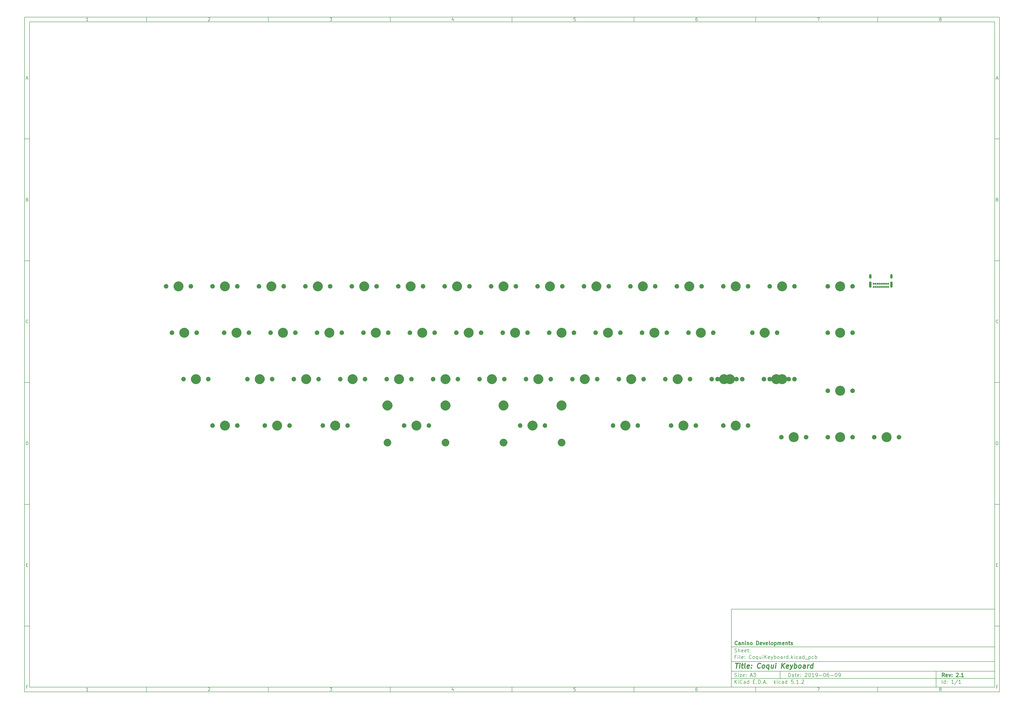
<source format=gts>
G04 #@! TF.GenerationSoftware,KiCad,Pcbnew,5.1.2*
G04 #@! TF.CreationDate,2019-06-12T21:28:34-04:00*
G04 #@! TF.ProjectId,CoquiKeyboard,436f7175-694b-4657-9962-6f6172642e6b,2.1*
G04 #@! TF.SameCoordinates,Original*
G04 #@! TF.FileFunction,Soldermask,Top*
G04 #@! TF.FilePolarity,Negative*
%FSLAX46Y46*%
G04 Gerber Fmt 4.6, Leading zero omitted, Abs format (unit mm)*
G04 Created by KiCad (PCBNEW 5.1.2) date 2019-06-12 21:28:34*
%MOMM*%
%LPD*%
G04 APERTURE LIST*
%ADD10C,0.100000*%
%ADD11C,0.150000*%
%ADD12C,0.300000*%
%ADD13C,0.400000*%
G04 APERTURE END LIST*
D10*
D11*
X299989000Y-253002200D02*
X299989000Y-285002200D01*
X407989000Y-285002200D01*
X407989000Y-253002200D01*
X299989000Y-253002200D01*
D10*
D11*
X10000000Y-10000000D02*
X10000000Y-287002200D01*
X409989000Y-287002200D01*
X409989000Y-10000000D01*
X10000000Y-10000000D01*
D10*
D11*
X12000000Y-12000000D02*
X12000000Y-285002200D01*
X407989000Y-285002200D01*
X407989000Y-12000000D01*
X12000000Y-12000000D01*
D10*
D11*
X60000000Y-12000000D02*
X60000000Y-10000000D01*
D10*
D11*
X110000000Y-12000000D02*
X110000000Y-10000000D01*
D10*
D11*
X160000000Y-12000000D02*
X160000000Y-10000000D01*
D10*
D11*
X210000000Y-12000000D02*
X210000000Y-10000000D01*
D10*
D11*
X260000000Y-12000000D02*
X260000000Y-10000000D01*
D10*
D11*
X310000000Y-12000000D02*
X310000000Y-10000000D01*
D10*
D11*
X360000000Y-12000000D02*
X360000000Y-10000000D01*
D10*
D11*
X36065476Y-11588095D02*
X35322619Y-11588095D01*
X35694047Y-11588095D02*
X35694047Y-10288095D01*
X35570238Y-10473809D01*
X35446428Y-10597619D01*
X35322619Y-10659523D01*
D10*
D11*
X85322619Y-10411904D02*
X85384523Y-10350000D01*
X85508333Y-10288095D01*
X85817857Y-10288095D01*
X85941666Y-10350000D01*
X86003571Y-10411904D01*
X86065476Y-10535714D01*
X86065476Y-10659523D01*
X86003571Y-10845238D01*
X85260714Y-11588095D01*
X86065476Y-11588095D01*
D10*
D11*
X135260714Y-10288095D02*
X136065476Y-10288095D01*
X135632142Y-10783333D01*
X135817857Y-10783333D01*
X135941666Y-10845238D01*
X136003571Y-10907142D01*
X136065476Y-11030952D01*
X136065476Y-11340476D01*
X136003571Y-11464285D01*
X135941666Y-11526190D01*
X135817857Y-11588095D01*
X135446428Y-11588095D01*
X135322619Y-11526190D01*
X135260714Y-11464285D01*
D10*
D11*
X185941666Y-10721428D02*
X185941666Y-11588095D01*
X185632142Y-10226190D02*
X185322619Y-11154761D01*
X186127380Y-11154761D01*
D10*
D11*
X236003571Y-10288095D02*
X235384523Y-10288095D01*
X235322619Y-10907142D01*
X235384523Y-10845238D01*
X235508333Y-10783333D01*
X235817857Y-10783333D01*
X235941666Y-10845238D01*
X236003571Y-10907142D01*
X236065476Y-11030952D01*
X236065476Y-11340476D01*
X236003571Y-11464285D01*
X235941666Y-11526190D01*
X235817857Y-11588095D01*
X235508333Y-11588095D01*
X235384523Y-11526190D01*
X235322619Y-11464285D01*
D10*
D11*
X285941666Y-10288095D02*
X285694047Y-10288095D01*
X285570238Y-10350000D01*
X285508333Y-10411904D01*
X285384523Y-10597619D01*
X285322619Y-10845238D01*
X285322619Y-11340476D01*
X285384523Y-11464285D01*
X285446428Y-11526190D01*
X285570238Y-11588095D01*
X285817857Y-11588095D01*
X285941666Y-11526190D01*
X286003571Y-11464285D01*
X286065476Y-11340476D01*
X286065476Y-11030952D01*
X286003571Y-10907142D01*
X285941666Y-10845238D01*
X285817857Y-10783333D01*
X285570238Y-10783333D01*
X285446428Y-10845238D01*
X285384523Y-10907142D01*
X285322619Y-11030952D01*
D10*
D11*
X335260714Y-10288095D02*
X336127380Y-10288095D01*
X335570238Y-11588095D01*
D10*
D11*
X385570238Y-10845238D02*
X385446428Y-10783333D01*
X385384523Y-10721428D01*
X385322619Y-10597619D01*
X385322619Y-10535714D01*
X385384523Y-10411904D01*
X385446428Y-10350000D01*
X385570238Y-10288095D01*
X385817857Y-10288095D01*
X385941666Y-10350000D01*
X386003571Y-10411904D01*
X386065476Y-10535714D01*
X386065476Y-10597619D01*
X386003571Y-10721428D01*
X385941666Y-10783333D01*
X385817857Y-10845238D01*
X385570238Y-10845238D01*
X385446428Y-10907142D01*
X385384523Y-10969047D01*
X385322619Y-11092857D01*
X385322619Y-11340476D01*
X385384523Y-11464285D01*
X385446428Y-11526190D01*
X385570238Y-11588095D01*
X385817857Y-11588095D01*
X385941666Y-11526190D01*
X386003571Y-11464285D01*
X386065476Y-11340476D01*
X386065476Y-11092857D01*
X386003571Y-10969047D01*
X385941666Y-10907142D01*
X385817857Y-10845238D01*
D10*
D11*
X60000000Y-285002200D02*
X60000000Y-287002200D01*
D10*
D11*
X110000000Y-285002200D02*
X110000000Y-287002200D01*
D10*
D11*
X160000000Y-285002200D02*
X160000000Y-287002200D01*
D10*
D11*
X210000000Y-285002200D02*
X210000000Y-287002200D01*
D10*
D11*
X260000000Y-285002200D02*
X260000000Y-287002200D01*
D10*
D11*
X310000000Y-285002200D02*
X310000000Y-287002200D01*
D10*
D11*
X360000000Y-285002200D02*
X360000000Y-287002200D01*
D10*
D11*
X36065476Y-286590295D02*
X35322619Y-286590295D01*
X35694047Y-286590295D02*
X35694047Y-285290295D01*
X35570238Y-285476009D01*
X35446428Y-285599819D01*
X35322619Y-285661723D01*
D10*
D11*
X85322619Y-285414104D02*
X85384523Y-285352200D01*
X85508333Y-285290295D01*
X85817857Y-285290295D01*
X85941666Y-285352200D01*
X86003571Y-285414104D01*
X86065476Y-285537914D01*
X86065476Y-285661723D01*
X86003571Y-285847438D01*
X85260714Y-286590295D01*
X86065476Y-286590295D01*
D10*
D11*
X135260714Y-285290295D02*
X136065476Y-285290295D01*
X135632142Y-285785533D01*
X135817857Y-285785533D01*
X135941666Y-285847438D01*
X136003571Y-285909342D01*
X136065476Y-286033152D01*
X136065476Y-286342676D01*
X136003571Y-286466485D01*
X135941666Y-286528390D01*
X135817857Y-286590295D01*
X135446428Y-286590295D01*
X135322619Y-286528390D01*
X135260714Y-286466485D01*
D10*
D11*
X185941666Y-285723628D02*
X185941666Y-286590295D01*
X185632142Y-285228390D02*
X185322619Y-286156961D01*
X186127380Y-286156961D01*
D10*
D11*
X236003571Y-285290295D02*
X235384523Y-285290295D01*
X235322619Y-285909342D01*
X235384523Y-285847438D01*
X235508333Y-285785533D01*
X235817857Y-285785533D01*
X235941666Y-285847438D01*
X236003571Y-285909342D01*
X236065476Y-286033152D01*
X236065476Y-286342676D01*
X236003571Y-286466485D01*
X235941666Y-286528390D01*
X235817857Y-286590295D01*
X235508333Y-286590295D01*
X235384523Y-286528390D01*
X235322619Y-286466485D01*
D10*
D11*
X285941666Y-285290295D02*
X285694047Y-285290295D01*
X285570238Y-285352200D01*
X285508333Y-285414104D01*
X285384523Y-285599819D01*
X285322619Y-285847438D01*
X285322619Y-286342676D01*
X285384523Y-286466485D01*
X285446428Y-286528390D01*
X285570238Y-286590295D01*
X285817857Y-286590295D01*
X285941666Y-286528390D01*
X286003571Y-286466485D01*
X286065476Y-286342676D01*
X286065476Y-286033152D01*
X286003571Y-285909342D01*
X285941666Y-285847438D01*
X285817857Y-285785533D01*
X285570238Y-285785533D01*
X285446428Y-285847438D01*
X285384523Y-285909342D01*
X285322619Y-286033152D01*
D10*
D11*
X335260714Y-285290295D02*
X336127380Y-285290295D01*
X335570238Y-286590295D01*
D10*
D11*
X385570238Y-285847438D02*
X385446428Y-285785533D01*
X385384523Y-285723628D01*
X385322619Y-285599819D01*
X385322619Y-285537914D01*
X385384523Y-285414104D01*
X385446428Y-285352200D01*
X385570238Y-285290295D01*
X385817857Y-285290295D01*
X385941666Y-285352200D01*
X386003571Y-285414104D01*
X386065476Y-285537914D01*
X386065476Y-285599819D01*
X386003571Y-285723628D01*
X385941666Y-285785533D01*
X385817857Y-285847438D01*
X385570238Y-285847438D01*
X385446428Y-285909342D01*
X385384523Y-285971247D01*
X385322619Y-286095057D01*
X385322619Y-286342676D01*
X385384523Y-286466485D01*
X385446428Y-286528390D01*
X385570238Y-286590295D01*
X385817857Y-286590295D01*
X385941666Y-286528390D01*
X386003571Y-286466485D01*
X386065476Y-286342676D01*
X386065476Y-286095057D01*
X386003571Y-285971247D01*
X385941666Y-285909342D01*
X385817857Y-285847438D01*
D10*
D11*
X10000000Y-60000000D02*
X12000000Y-60000000D01*
D10*
D11*
X10000000Y-110000000D02*
X12000000Y-110000000D01*
D10*
D11*
X10000000Y-160000000D02*
X12000000Y-160000000D01*
D10*
D11*
X10000000Y-210000000D02*
X12000000Y-210000000D01*
D10*
D11*
X10000000Y-260000000D02*
X12000000Y-260000000D01*
D10*
D11*
X10690476Y-35216666D02*
X11309523Y-35216666D01*
X10566666Y-35588095D02*
X11000000Y-34288095D01*
X11433333Y-35588095D01*
D10*
D11*
X11092857Y-84907142D02*
X11278571Y-84969047D01*
X11340476Y-85030952D01*
X11402380Y-85154761D01*
X11402380Y-85340476D01*
X11340476Y-85464285D01*
X11278571Y-85526190D01*
X11154761Y-85588095D01*
X10659523Y-85588095D01*
X10659523Y-84288095D01*
X11092857Y-84288095D01*
X11216666Y-84350000D01*
X11278571Y-84411904D01*
X11340476Y-84535714D01*
X11340476Y-84659523D01*
X11278571Y-84783333D01*
X11216666Y-84845238D01*
X11092857Y-84907142D01*
X10659523Y-84907142D01*
D10*
D11*
X11402380Y-135464285D02*
X11340476Y-135526190D01*
X11154761Y-135588095D01*
X11030952Y-135588095D01*
X10845238Y-135526190D01*
X10721428Y-135402380D01*
X10659523Y-135278571D01*
X10597619Y-135030952D01*
X10597619Y-134845238D01*
X10659523Y-134597619D01*
X10721428Y-134473809D01*
X10845238Y-134350000D01*
X11030952Y-134288095D01*
X11154761Y-134288095D01*
X11340476Y-134350000D01*
X11402380Y-134411904D01*
D10*
D11*
X10659523Y-185588095D02*
X10659523Y-184288095D01*
X10969047Y-184288095D01*
X11154761Y-184350000D01*
X11278571Y-184473809D01*
X11340476Y-184597619D01*
X11402380Y-184845238D01*
X11402380Y-185030952D01*
X11340476Y-185278571D01*
X11278571Y-185402380D01*
X11154761Y-185526190D01*
X10969047Y-185588095D01*
X10659523Y-185588095D01*
D10*
D11*
X10721428Y-234907142D02*
X11154761Y-234907142D01*
X11340476Y-235588095D02*
X10721428Y-235588095D01*
X10721428Y-234288095D01*
X11340476Y-234288095D01*
D10*
D11*
X11185714Y-284907142D02*
X10752380Y-284907142D01*
X10752380Y-285588095D02*
X10752380Y-284288095D01*
X11371428Y-284288095D01*
D10*
D11*
X409989000Y-60000000D02*
X407989000Y-60000000D01*
D10*
D11*
X409989000Y-110000000D02*
X407989000Y-110000000D01*
D10*
D11*
X409989000Y-160000000D02*
X407989000Y-160000000D01*
D10*
D11*
X409989000Y-210000000D02*
X407989000Y-210000000D01*
D10*
D11*
X409989000Y-260000000D02*
X407989000Y-260000000D01*
D10*
D11*
X408679476Y-35216666D02*
X409298523Y-35216666D01*
X408555666Y-35588095D02*
X408989000Y-34288095D01*
X409422333Y-35588095D01*
D10*
D11*
X409081857Y-84907142D02*
X409267571Y-84969047D01*
X409329476Y-85030952D01*
X409391380Y-85154761D01*
X409391380Y-85340476D01*
X409329476Y-85464285D01*
X409267571Y-85526190D01*
X409143761Y-85588095D01*
X408648523Y-85588095D01*
X408648523Y-84288095D01*
X409081857Y-84288095D01*
X409205666Y-84350000D01*
X409267571Y-84411904D01*
X409329476Y-84535714D01*
X409329476Y-84659523D01*
X409267571Y-84783333D01*
X409205666Y-84845238D01*
X409081857Y-84907142D01*
X408648523Y-84907142D01*
D10*
D11*
X409391380Y-135464285D02*
X409329476Y-135526190D01*
X409143761Y-135588095D01*
X409019952Y-135588095D01*
X408834238Y-135526190D01*
X408710428Y-135402380D01*
X408648523Y-135278571D01*
X408586619Y-135030952D01*
X408586619Y-134845238D01*
X408648523Y-134597619D01*
X408710428Y-134473809D01*
X408834238Y-134350000D01*
X409019952Y-134288095D01*
X409143761Y-134288095D01*
X409329476Y-134350000D01*
X409391380Y-134411904D01*
D10*
D11*
X408648523Y-185588095D02*
X408648523Y-184288095D01*
X408958047Y-184288095D01*
X409143761Y-184350000D01*
X409267571Y-184473809D01*
X409329476Y-184597619D01*
X409391380Y-184845238D01*
X409391380Y-185030952D01*
X409329476Y-185278571D01*
X409267571Y-185402380D01*
X409143761Y-185526190D01*
X408958047Y-185588095D01*
X408648523Y-185588095D01*
D10*
D11*
X408710428Y-234907142D02*
X409143761Y-234907142D01*
X409329476Y-235588095D02*
X408710428Y-235588095D01*
X408710428Y-234288095D01*
X409329476Y-234288095D01*
D10*
D11*
X409174714Y-284907142D02*
X408741380Y-284907142D01*
X408741380Y-285588095D02*
X408741380Y-284288095D01*
X409360428Y-284288095D01*
D10*
D11*
X323421142Y-280780771D02*
X323421142Y-279280771D01*
X323778285Y-279280771D01*
X323992571Y-279352200D01*
X324135428Y-279495057D01*
X324206857Y-279637914D01*
X324278285Y-279923628D01*
X324278285Y-280137914D01*
X324206857Y-280423628D01*
X324135428Y-280566485D01*
X323992571Y-280709342D01*
X323778285Y-280780771D01*
X323421142Y-280780771D01*
X325564000Y-280780771D02*
X325564000Y-279995057D01*
X325492571Y-279852200D01*
X325349714Y-279780771D01*
X325064000Y-279780771D01*
X324921142Y-279852200D01*
X325564000Y-280709342D02*
X325421142Y-280780771D01*
X325064000Y-280780771D01*
X324921142Y-280709342D01*
X324849714Y-280566485D01*
X324849714Y-280423628D01*
X324921142Y-280280771D01*
X325064000Y-280209342D01*
X325421142Y-280209342D01*
X325564000Y-280137914D01*
X326064000Y-279780771D02*
X326635428Y-279780771D01*
X326278285Y-279280771D02*
X326278285Y-280566485D01*
X326349714Y-280709342D01*
X326492571Y-280780771D01*
X326635428Y-280780771D01*
X327706857Y-280709342D02*
X327564000Y-280780771D01*
X327278285Y-280780771D01*
X327135428Y-280709342D01*
X327064000Y-280566485D01*
X327064000Y-279995057D01*
X327135428Y-279852200D01*
X327278285Y-279780771D01*
X327564000Y-279780771D01*
X327706857Y-279852200D01*
X327778285Y-279995057D01*
X327778285Y-280137914D01*
X327064000Y-280280771D01*
X328421142Y-280637914D02*
X328492571Y-280709342D01*
X328421142Y-280780771D01*
X328349714Y-280709342D01*
X328421142Y-280637914D01*
X328421142Y-280780771D01*
X328421142Y-279852200D02*
X328492571Y-279923628D01*
X328421142Y-279995057D01*
X328349714Y-279923628D01*
X328421142Y-279852200D01*
X328421142Y-279995057D01*
X330206857Y-279423628D02*
X330278285Y-279352200D01*
X330421142Y-279280771D01*
X330778285Y-279280771D01*
X330921142Y-279352200D01*
X330992571Y-279423628D01*
X331064000Y-279566485D01*
X331064000Y-279709342D01*
X330992571Y-279923628D01*
X330135428Y-280780771D01*
X331064000Y-280780771D01*
X331992571Y-279280771D02*
X332135428Y-279280771D01*
X332278285Y-279352200D01*
X332349714Y-279423628D01*
X332421142Y-279566485D01*
X332492571Y-279852200D01*
X332492571Y-280209342D01*
X332421142Y-280495057D01*
X332349714Y-280637914D01*
X332278285Y-280709342D01*
X332135428Y-280780771D01*
X331992571Y-280780771D01*
X331849714Y-280709342D01*
X331778285Y-280637914D01*
X331706857Y-280495057D01*
X331635428Y-280209342D01*
X331635428Y-279852200D01*
X331706857Y-279566485D01*
X331778285Y-279423628D01*
X331849714Y-279352200D01*
X331992571Y-279280771D01*
X333921142Y-280780771D02*
X333064000Y-280780771D01*
X333492571Y-280780771D02*
X333492571Y-279280771D01*
X333349714Y-279495057D01*
X333206857Y-279637914D01*
X333064000Y-279709342D01*
X334635428Y-280780771D02*
X334921142Y-280780771D01*
X335064000Y-280709342D01*
X335135428Y-280637914D01*
X335278285Y-280423628D01*
X335349714Y-280137914D01*
X335349714Y-279566485D01*
X335278285Y-279423628D01*
X335206857Y-279352200D01*
X335064000Y-279280771D01*
X334778285Y-279280771D01*
X334635428Y-279352200D01*
X334564000Y-279423628D01*
X334492571Y-279566485D01*
X334492571Y-279923628D01*
X334564000Y-280066485D01*
X334635428Y-280137914D01*
X334778285Y-280209342D01*
X335064000Y-280209342D01*
X335206857Y-280137914D01*
X335278285Y-280066485D01*
X335349714Y-279923628D01*
X335992571Y-280209342D02*
X337135428Y-280209342D01*
X338135428Y-279280771D02*
X338278285Y-279280771D01*
X338421142Y-279352200D01*
X338492571Y-279423628D01*
X338564000Y-279566485D01*
X338635428Y-279852200D01*
X338635428Y-280209342D01*
X338564000Y-280495057D01*
X338492571Y-280637914D01*
X338421142Y-280709342D01*
X338278285Y-280780771D01*
X338135428Y-280780771D01*
X337992571Y-280709342D01*
X337921142Y-280637914D01*
X337849714Y-280495057D01*
X337778285Y-280209342D01*
X337778285Y-279852200D01*
X337849714Y-279566485D01*
X337921142Y-279423628D01*
X337992571Y-279352200D01*
X338135428Y-279280771D01*
X339921142Y-279280771D02*
X339635428Y-279280771D01*
X339492571Y-279352200D01*
X339421142Y-279423628D01*
X339278285Y-279637914D01*
X339206857Y-279923628D01*
X339206857Y-280495057D01*
X339278285Y-280637914D01*
X339349714Y-280709342D01*
X339492571Y-280780771D01*
X339778285Y-280780771D01*
X339921142Y-280709342D01*
X339992571Y-280637914D01*
X340064000Y-280495057D01*
X340064000Y-280137914D01*
X339992571Y-279995057D01*
X339921142Y-279923628D01*
X339778285Y-279852200D01*
X339492571Y-279852200D01*
X339349714Y-279923628D01*
X339278285Y-279995057D01*
X339206857Y-280137914D01*
X340706857Y-280209342D02*
X341849714Y-280209342D01*
X342849714Y-279280771D02*
X342992571Y-279280771D01*
X343135428Y-279352200D01*
X343206857Y-279423628D01*
X343278285Y-279566485D01*
X343349714Y-279852200D01*
X343349714Y-280209342D01*
X343278285Y-280495057D01*
X343206857Y-280637914D01*
X343135428Y-280709342D01*
X342992571Y-280780771D01*
X342849714Y-280780771D01*
X342706857Y-280709342D01*
X342635428Y-280637914D01*
X342564000Y-280495057D01*
X342492571Y-280209342D01*
X342492571Y-279852200D01*
X342564000Y-279566485D01*
X342635428Y-279423628D01*
X342706857Y-279352200D01*
X342849714Y-279280771D01*
X344064000Y-280780771D02*
X344349714Y-280780771D01*
X344492571Y-280709342D01*
X344564000Y-280637914D01*
X344706857Y-280423628D01*
X344778285Y-280137914D01*
X344778285Y-279566485D01*
X344706857Y-279423628D01*
X344635428Y-279352200D01*
X344492571Y-279280771D01*
X344206857Y-279280771D01*
X344064000Y-279352200D01*
X343992571Y-279423628D01*
X343921142Y-279566485D01*
X343921142Y-279923628D01*
X343992571Y-280066485D01*
X344064000Y-280137914D01*
X344206857Y-280209342D01*
X344492571Y-280209342D01*
X344635428Y-280137914D01*
X344706857Y-280066485D01*
X344778285Y-279923628D01*
D10*
D11*
X299989000Y-281502200D02*
X407989000Y-281502200D01*
D10*
D11*
X301421142Y-283580771D02*
X301421142Y-282080771D01*
X302278285Y-283580771D02*
X301635428Y-282723628D01*
X302278285Y-282080771D02*
X301421142Y-282937914D01*
X302921142Y-283580771D02*
X302921142Y-282580771D01*
X302921142Y-282080771D02*
X302849714Y-282152200D01*
X302921142Y-282223628D01*
X302992571Y-282152200D01*
X302921142Y-282080771D01*
X302921142Y-282223628D01*
X304492571Y-283437914D02*
X304421142Y-283509342D01*
X304206857Y-283580771D01*
X304064000Y-283580771D01*
X303849714Y-283509342D01*
X303706857Y-283366485D01*
X303635428Y-283223628D01*
X303564000Y-282937914D01*
X303564000Y-282723628D01*
X303635428Y-282437914D01*
X303706857Y-282295057D01*
X303849714Y-282152200D01*
X304064000Y-282080771D01*
X304206857Y-282080771D01*
X304421142Y-282152200D01*
X304492571Y-282223628D01*
X305778285Y-283580771D02*
X305778285Y-282795057D01*
X305706857Y-282652200D01*
X305564000Y-282580771D01*
X305278285Y-282580771D01*
X305135428Y-282652200D01*
X305778285Y-283509342D02*
X305635428Y-283580771D01*
X305278285Y-283580771D01*
X305135428Y-283509342D01*
X305064000Y-283366485D01*
X305064000Y-283223628D01*
X305135428Y-283080771D01*
X305278285Y-283009342D01*
X305635428Y-283009342D01*
X305778285Y-282937914D01*
X307135428Y-283580771D02*
X307135428Y-282080771D01*
X307135428Y-283509342D02*
X306992571Y-283580771D01*
X306706857Y-283580771D01*
X306564000Y-283509342D01*
X306492571Y-283437914D01*
X306421142Y-283295057D01*
X306421142Y-282866485D01*
X306492571Y-282723628D01*
X306564000Y-282652200D01*
X306706857Y-282580771D01*
X306992571Y-282580771D01*
X307135428Y-282652200D01*
X308992571Y-282795057D02*
X309492571Y-282795057D01*
X309706857Y-283580771D02*
X308992571Y-283580771D01*
X308992571Y-282080771D01*
X309706857Y-282080771D01*
X310349714Y-283437914D02*
X310421142Y-283509342D01*
X310349714Y-283580771D01*
X310278285Y-283509342D01*
X310349714Y-283437914D01*
X310349714Y-283580771D01*
X311064000Y-283580771D02*
X311064000Y-282080771D01*
X311421142Y-282080771D01*
X311635428Y-282152200D01*
X311778285Y-282295057D01*
X311849714Y-282437914D01*
X311921142Y-282723628D01*
X311921142Y-282937914D01*
X311849714Y-283223628D01*
X311778285Y-283366485D01*
X311635428Y-283509342D01*
X311421142Y-283580771D01*
X311064000Y-283580771D01*
X312564000Y-283437914D02*
X312635428Y-283509342D01*
X312564000Y-283580771D01*
X312492571Y-283509342D01*
X312564000Y-283437914D01*
X312564000Y-283580771D01*
X313206857Y-283152200D02*
X313921142Y-283152200D01*
X313064000Y-283580771D02*
X313564000Y-282080771D01*
X314064000Y-283580771D01*
X314564000Y-283437914D02*
X314635428Y-283509342D01*
X314564000Y-283580771D01*
X314492571Y-283509342D01*
X314564000Y-283437914D01*
X314564000Y-283580771D01*
X317564000Y-283580771D02*
X317564000Y-282080771D01*
X317706857Y-283009342D02*
X318135428Y-283580771D01*
X318135428Y-282580771D02*
X317564000Y-283152200D01*
X318778285Y-283580771D02*
X318778285Y-282580771D01*
X318778285Y-282080771D02*
X318706857Y-282152200D01*
X318778285Y-282223628D01*
X318849714Y-282152200D01*
X318778285Y-282080771D01*
X318778285Y-282223628D01*
X320135428Y-283509342D02*
X319992571Y-283580771D01*
X319706857Y-283580771D01*
X319564000Y-283509342D01*
X319492571Y-283437914D01*
X319421142Y-283295057D01*
X319421142Y-282866485D01*
X319492571Y-282723628D01*
X319564000Y-282652200D01*
X319706857Y-282580771D01*
X319992571Y-282580771D01*
X320135428Y-282652200D01*
X321421142Y-283580771D02*
X321421142Y-282795057D01*
X321349714Y-282652200D01*
X321206857Y-282580771D01*
X320921142Y-282580771D01*
X320778285Y-282652200D01*
X321421142Y-283509342D02*
X321278285Y-283580771D01*
X320921142Y-283580771D01*
X320778285Y-283509342D01*
X320706857Y-283366485D01*
X320706857Y-283223628D01*
X320778285Y-283080771D01*
X320921142Y-283009342D01*
X321278285Y-283009342D01*
X321421142Y-282937914D01*
X322778285Y-283580771D02*
X322778285Y-282080771D01*
X322778285Y-283509342D02*
X322635428Y-283580771D01*
X322349714Y-283580771D01*
X322206857Y-283509342D01*
X322135428Y-283437914D01*
X322064000Y-283295057D01*
X322064000Y-282866485D01*
X322135428Y-282723628D01*
X322206857Y-282652200D01*
X322349714Y-282580771D01*
X322635428Y-282580771D01*
X322778285Y-282652200D01*
X325349714Y-282080771D02*
X324635428Y-282080771D01*
X324564000Y-282795057D01*
X324635428Y-282723628D01*
X324778285Y-282652200D01*
X325135428Y-282652200D01*
X325278285Y-282723628D01*
X325349714Y-282795057D01*
X325421142Y-282937914D01*
X325421142Y-283295057D01*
X325349714Y-283437914D01*
X325278285Y-283509342D01*
X325135428Y-283580771D01*
X324778285Y-283580771D01*
X324635428Y-283509342D01*
X324564000Y-283437914D01*
X326064000Y-283437914D02*
X326135428Y-283509342D01*
X326064000Y-283580771D01*
X325992571Y-283509342D01*
X326064000Y-283437914D01*
X326064000Y-283580771D01*
X327564000Y-283580771D02*
X326706857Y-283580771D01*
X327135428Y-283580771D02*
X327135428Y-282080771D01*
X326992571Y-282295057D01*
X326849714Y-282437914D01*
X326706857Y-282509342D01*
X328206857Y-283437914D02*
X328278285Y-283509342D01*
X328206857Y-283580771D01*
X328135428Y-283509342D01*
X328206857Y-283437914D01*
X328206857Y-283580771D01*
X328849714Y-282223628D02*
X328921142Y-282152200D01*
X329064000Y-282080771D01*
X329421142Y-282080771D01*
X329564000Y-282152200D01*
X329635428Y-282223628D01*
X329706857Y-282366485D01*
X329706857Y-282509342D01*
X329635428Y-282723628D01*
X328778285Y-283580771D01*
X329706857Y-283580771D01*
D10*
D11*
X299989000Y-278502200D02*
X407989000Y-278502200D01*
D10*
D12*
X387398285Y-280780771D02*
X386898285Y-280066485D01*
X386541142Y-280780771D02*
X386541142Y-279280771D01*
X387112571Y-279280771D01*
X387255428Y-279352200D01*
X387326857Y-279423628D01*
X387398285Y-279566485D01*
X387398285Y-279780771D01*
X387326857Y-279923628D01*
X387255428Y-279995057D01*
X387112571Y-280066485D01*
X386541142Y-280066485D01*
X388612571Y-280709342D02*
X388469714Y-280780771D01*
X388184000Y-280780771D01*
X388041142Y-280709342D01*
X387969714Y-280566485D01*
X387969714Y-279995057D01*
X388041142Y-279852200D01*
X388184000Y-279780771D01*
X388469714Y-279780771D01*
X388612571Y-279852200D01*
X388684000Y-279995057D01*
X388684000Y-280137914D01*
X387969714Y-280280771D01*
X389184000Y-279780771D02*
X389541142Y-280780771D01*
X389898285Y-279780771D01*
X390469714Y-280637914D02*
X390541142Y-280709342D01*
X390469714Y-280780771D01*
X390398285Y-280709342D01*
X390469714Y-280637914D01*
X390469714Y-280780771D01*
X390469714Y-279852200D02*
X390541142Y-279923628D01*
X390469714Y-279995057D01*
X390398285Y-279923628D01*
X390469714Y-279852200D01*
X390469714Y-279995057D01*
X392255428Y-279423628D02*
X392326857Y-279352200D01*
X392469714Y-279280771D01*
X392826857Y-279280771D01*
X392969714Y-279352200D01*
X393041142Y-279423628D01*
X393112571Y-279566485D01*
X393112571Y-279709342D01*
X393041142Y-279923628D01*
X392184000Y-280780771D01*
X393112571Y-280780771D01*
X393755428Y-280637914D02*
X393826857Y-280709342D01*
X393755428Y-280780771D01*
X393684000Y-280709342D01*
X393755428Y-280637914D01*
X393755428Y-280780771D01*
X395255428Y-280780771D02*
X394398285Y-280780771D01*
X394826857Y-280780771D02*
X394826857Y-279280771D01*
X394684000Y-279495057D01*
X394541142Y-279637914D01*
X394398285Y-279709342D01*
D10*
D11*
X301349714Y-280709342D02*
X301564000Y-280780771D01*
X301921142Y-280780771D01*
X302064000Y-280709342D01*
X302135428Y-280637914D01*
X302206857Y-280495057D01*
X302206857Y-280352200D01*
X302135428Y-280209342D01*
X302064000Y-280137914D01*
X301921142Y-280066485D01*
X301635428Y-279995057D01*
X301492571Y-279923628D01*
X301421142Y-279852200D01*
X301349714Y-279709342D01*
X301349714Y-279566485D01*
X301421142Y-279423628D01*
X301492571Y-279352200D01*
X301635428Y-279280771D01*
X301992571Y-279280771D01*
X302206857Y-279352200D01*
X302849714Y-280780771D02*
X302849714Y-279780771D01*
X302849714Y-279280771D02*
X302778285Y-279352200D01*
X302849714Y-279423628D01*
X302921142Y-279352200D01*
X302849714Y-279280771D01*
X302849714Y-279423628D01*
X303421142Y-279780771D02*
X304206857Y-279780771D01*
X303421142Y-280780771D01*
X304206857Y-280780771D01*
X305349714Y-280709342D02*
X305206857Y-280780771D01*
X304921142Y-280780771D01*
X304778285Y-280709342D01*
X304706857Y-280566485D01*
X304706857Y-279995057D01*
X304778285Y-279852200D01*
X304921142Y-279780771D01*
X305206857Y-279780771D01*
X305349714Y-279852200D01*
X305421142Y-279995057D01*
X305421142Y-280137914D01*
X304706857Y-280280771D01*
X306064000Y-280637914D02*
X306135428Y-280709342D01*
X306064000Y-280780771D01*
X305992571Y-280709342D01*
X306064000Y-280637914D01*
X306064000Y-280780771D01*
X306064000Y-279852200D02*
X306135428Y-279923628D01*
X306064000Y-279995057D01*
X305992571Y-279923628D01*
X306064000Y-279852200D01*
X306064000Y-279995057D01*
X307849714Y-280352200D02*
X308564000Y-280352200D01*
X307706857Y-280780771D02*
X308206857Y-279280771D01*
X308706857Y-280780771D01*
X309064000Y-279280771D02*
X309992571Y-279280771D01*
X309492571Y-279852200D01*
X309706857Y-279852200D01*
X309849714Y-279923628D01*
X309921142Y-279995057D01*
X309992571Y-280137914D01*
X309992571Y-280495057D01*
X309921142Y-280637914D01*
X309849714Y-280709342D01*
X309706857Y-280780771D01*
X309278285Y-280780771D01*
X309135428Y-280709342D01*
X309064000Y-280637914D01*
D10*
D11*
X386421142Y-283580771D02*
X386421142Y-282080771D01*
X387778285Y-283580771D02*
X387778285Y-282080771D01*
X387778285Y-283509342D02*
X387635428Y-283580771D01*
X387349714Y-283580771D01*
X387206857Y-283509342D01*
X387135428Y-283437914D01*
X387064000Y-283295057D01*
X387064000Y-282866485D01*
X387135428Y-282723628D01*
X387206857Y-282652200D01*
X387349714Y-282580771D01*
X387635428Y-282580771D01*
X387778285Y-282652200D01*
X388492571Y-283437914D02*
X388564000Y-283509342D01*
X388492571Y-283580771D01*
X388421142Y-283509342D01*
X388492571Y-283437914D01*
X388492571Y-283580771D01*
X388492571Y-282652200D02*
X388564000Y-282723628D01*
X388492571Y-282795057D01*
X388421142Y-282723628D01*
X388492571Y-282652200D01*
X388492571Y-282795057D01*
X391135428Y-283580771D02*
X390278285Y-283580771D01*
X390706857Y-283580771D02*
X390706857Y-282080771D01*
X390564000Y-282295057D01*
X390421142Y-282437914D01*
X390278285Y-282509342D01*
X392849714Y-282009342D02*
X391564000Y-283937914D01*
X394135428Y-283580771D02*
X393278285Y-283580771D01*
X393706857Y-283580771D02*
X393706857Y-282080771D01*
X393564000Y-282295057D01*
X393421142Y-282437914D01*
X393278285Y-282509342D01*
D10*
D11*
X299989000Y-274502200D02*
X407989000Y-274502200D01*
D10*
D13*
X301701380Y-275206961D02*
X302844238Y-275206961D01*
X302022809Y-277206961D02*
X302272809Y-275206961D01*
X303260904Y-277206961D02*
X303427571Y-275873628D01*
X303510904Y-275206961D02*
X303403761Y-275302200D01*
X303487095Y-275397438D01*
X303594238Y-275302200D01*
X303510904Y-275206961D01*
X303487095Y-275397438D01*
X304094238Y-275873628D02*
X304856142Y-275873628D01*
X304463285Y-275206961D02*
X304249000Y-276921247D01*
X304320428Y-277111723D01*
X304499000Y-277206961D01*
X304689476Y-277206961D01*
X305641857Y-277206961D02*
X305463285Y-277111723D01*
X305391857Y-276921247D01*
X305606142Y-275206961D01*
X307177571Y-277111723D02*
X306975190Y-277206961D01*
X306594238Y-277206961D01*
X306415666Y-277111723D01*
X306344238Y-276921247D01*
X306439476Y-276159342D01*
X306558523Y-275968866D01*
X306760904Y-275873628D01*
X307141857Y-275873628D01*
X307320428Y-275968866D01*
X307391857Y-276159342D01*
X307368047Y-276349819D01*
X306391857Y-276540295D01*
X308141857Y-277016485D02*
X308225190Y-277111723D01*
X308118047Y-277206961D01*
X308034714Y-277111723D01*
X308141857Y-277016485D01*
X308118047Y-277206961D01*
X308272809Y-275968866D02*
X308356142Y-276064104D01*
X308249000Y-276159342D01*
X308165666Y-276064104D01*
X308272809Y-275968866D01*
X308249000Y-276159342D01*
X311760904Y-277016485D02*
X311653761Y-277111723D01*
X311356142Y-277206961D01*
X311165666Y-277206961D01*
X310891857Y-277111723D01*
X310725190Y-276921247D01*
X310653761Y-276730771D01*
X310606142Y-276349819D01*
X310641857Y-276064104D01*
X310784714Y-275683152D01*
X310903761Y-275492676D01*
X311118047Y-275302200D01*
X311415666Y-275206961D01*
X311606142Y-275206961D01*
X311879952Y-275302200D01*
X311963285Y-275397438D01*
X312879952Y-277206961D02*
X312701380Y-277111723D01*
X312618047Y-277016485D01*
X312546619Y-276826009D01*
X312618047Y-276254580D01*
X312737095Y-276064104D01*
X312844238Y-275968866D01*
X313046619Y-275873628D01*
X313332333Y-275873628D01*
X313510904Y-275968866D01*
X313594238Y-276064104D01*
X313665666Y-276254580D01*
X313594238Y-276826009D01*
X313475190Y-277016485D01*
X313368047Y-277111723D01*
X313165666Y-277206961D01*
X312879952Y-277206961D01*
X315427571Y-275873628D02*
X315177571Y-277873628D01*
X315272809Y-277111723D02*
X315070428Y-277206961D01*
X314689476Y-277206961D01*
X314510904Y-277111723D01*
X314427571Y-277016485D01*
X314356142Y-276826009D01*
X314427571Y-276254580D01*
X314546619Y-276064104D01*
X314653761Y-275968866D01*
X314856142Y-275873628D01*
X315237095Y-275873628D01*
X315415666Y-275968866D01*
X317237095Y-275873628D02*
X317070428Y-277206961D01*
X316379952Y-275873628D02*
X316249000Y-276921247D01*
X316320428Y-277111723D01*
X316499000Y-277206961D01*
X316784714Y-277206961D01*
X316987095Y-277111723D01*
X317094238Y-277016485D01*
X318022809Y-277206961D02*
X318189476Y-275873628D01*
X318272809Y-275206961D02*
X318165666Y-275302200D01*
X318249000Y-275397438D01*
X318356142Y-275302200D01*
X318272809Y-275206961D01*
X318249000Y-275397438D01*
X320499000Y-277206961D02*
X320749000Y-275206961D01*
X321641857Y-277206961D02*
X320927571Y-276064104D01*
X321891857Y-275206961D02*
X320606142Y-276349819D01*
X323272809Y-277111723D02*
X323070428Y-277206961D01*
X322689476Y-277206961D01*
X322510904Y-277111723D01*
X322439476Y-276921247D01*
X322534714Y-276159342D01*
X322653761Y-275968866D01*
X322856142Y-275873628D01*
X323237095Y-275873628D01*
X323415666Y-275968866D01*
X323487095Y-276159342D01*
X323463285Y-276349819D01*
X322487095Y-276540295D01*
X324189476Y-275873628D02*
X324499000Y-277206961D01*
X325141857Y-275873628D02*
X324499000Y-277206961D01*
X324249000Y-277683152D01*
X324141857Y-277778390D01*
X323939476Y-277873628D01*
X325737095Y-277206961D02*
X325987095Y-275206961D01*
X325891857Y-275968866D02*
X326094238Y-275873628D01*
X326475190Y-275873628D01*
X326653761Y-275968866D01*
X326737095Y-276064104D01*
X326808523Y-276254580D01*
X326737095Y-276826009D01*
X326618047Y-277016485D01*
X326510904Y-277111723D01*
X326308523Y-277206961D01*
X325927571Y-277206961D01*
X325749000Y-277111723D01*
X327832333Y-277206961D02*
X327653761Y-277111723D01*
X327570428Y-277016485D01*
X327499000Y-276826009D01*
X327570428Y-276254580D01*
X327689476Y-276064104D01*
X327796619Y-275968866D01*
X327999000Y-275873628D01*
X328284714Y-275873628D01*
X328463285Y-275968866D01*
X328546619Y-276064104D01*
X328618047Y-276254580D01*
X328546619Y-276826009D01*
X328427571Y-277016485D01*
X328320428Y-277111723D01*
X328118047Y-277206961D01*
X327832333Y-277206961D01*
X330213285Y-277206961D02*
X330344238Y-276159342D01*
X330272809Y-275968866D01*
X330094238Y-275873628D01*
X329713285Y-275873628D01*
X329510904Y-275968866D01*
X330225190Y-277111723D02*
X330022809Y-277206961D01*
X329546619Y-277206961D01*
X329368047Y-277111723D01*
X329296619Y-276921247D01*
X329320428Y-276730771D01*
X329439476Y-276540295D01*
X329641857Y-276445057D01*
X330118047Y-276445057D01*
X330320428Y-276349819D01*
X331165666Y-277206961D02*
X331332333Y-275873628D01*
X331284714Y-276254580D02*
X331403761Y-276064104D01*
X331510904Y-275968866D01*
X331713285Y-275873628D01*
X331903761Y-275873628D01*
X333260904Y-277206961D02*
X333510904Y-275206961D01*
X333272809Y-277111723D02*
X333070428Y-277206961D01*
X332689476Y-277206961D01*
X332510904Y-277111723D01*
X332427571Y-277016485D01*
X332356142Y-276826009D01*
X332427571Y-276254580D01*
X332546619Y-276064104D01*
X332653761Y-275968866D01*
X332856142Y-275873628D01*
X333237095Y-275873628D01*
X333415666Y-275968866D01*
D10*
D11*
X301921142Y-272595057D02*
X301421142Y-272595057D01*
X301421142Y-273380771D02*
X301421142Y-271880771D01*
X302135428Y-271880771D01*
X302706857Y-273380771D02*
X302706857Y-272380771D01*
X302706857Y-271880771D02*
X302635428Y-271952200D01*
X302706857Y-272023628D01*
X302778285Y-271952200D01*
X302706857Y-271880771D01*
X302706857Y-272023628D01*
X303635428Y-273380771D02*
X303492571Y-273309342D01*
X303421142Y-273166485D01*
X303421142Y-271880771D01*
X304778285Y-273309342D02*
X304635428Y-273380771D01*
X304349714Y-273380771D01*
X304206857Y-273309342D01*
X304135428Y-273166485D01*
X304135428Y-272595057D01*
X304206857Y-272452200D01*
X304349714Y-272380771D01*
X304635428Y-272380771D01*
X304778285Y-272452200D01*
X304849714Y-272595057D01*
X304849714Y-272737914D01*
X304135428Y-272880771D01*
X305492571Y-273237914D02*
X305564000Y-273309342D01*
X305492571Y-273380771D01*
X305421142Y-273309342D01*
X305492571Y-273237914D01*
X305492571Y-273380771D01*
X305492571Y-272452200D02*
X305564000Y-272523628D01*
X305492571Y-272595057D01*
X305421142Y-272523628D01*
X305492571Y-272452200D01*
X305492571Y-272595057D01*
X308206857Y-273237914D02*
X308135428Y-273309342D01*
X307921142Y-273380771D01*
X307778285Y-273380771D01*
X307564000Y-273309342D01*
X307421142Y-273166485D01*
X307349714Y-273023628D01*
X307278285Y-272737914D01*
X307278285Y-272523628D01*
X307349714Y-272237914D01*
X307421142Y-272095057D01*
X307564000Y-271952200D01*
X307778285Y-271880771D01*
X307921142Y-271880771D01*
X308135428Y-271952200D01*
X308206857Y-272023628D01*
X309064000Y-273380771D02*
X308921142Y-273309342D01*
X308849714Y-273237914D01*
X308778285Y-273095057D01*
X308778285Y-272666485D01*
X308849714Y-272523628D01*
X308921142Y-272452200D01*
X309064000Y-272380771D01*
X309278285Y-272380771D01*
X309421142Y-272452200D01*
X309492571Y-272523628D01*
X309564000Y-272666485D01*
X309564000Y-273095057D01*
X309492571Y-273237914D01*
X309421142Y-273309342D01*
X309278285Y-273380771D01*
X309064000Y-273380771D01*
X310849714Y-272380771D02*
X310849714Y-273880771D01*
X310849714Y-273309342D02*
X310706857Y-273380771D01*
X310421142Y-273380771D01*
X310278285Y-273309342D01*
X310206857Y-273237914D01*
X310135428Y-273095057D01*
X310135428Y-272666485D01*
X310206857Y-272523628D01*
X310278285Y-272452200D01*
X310421142Y-272380771D01*
X310706857Y-272380771D01*
X310849714Y-272452200D01*
X312206857Y-272380771D02*
X312206857Y-273380771D01*
X311564000Y-272380771D02*
X311564000Y-273166485D01*
X311635428Y-273309342D01*
X311778285Y-273380771D01*
X311992571Y-273380771D01*
X312135428Y-273309342D01*
X312206857Y-273237914D01*
X312921142Y-273380771D02*
X312921142Y-272380771D01*
X312921142Y-271880771D02*
X312849714Y-271952200D01*
X312921142Y-272023628D01*
X312992571Y-271952200D01*
X312921142Y-271880771D01*
X312921142Y-272023628D01*
X313635428Y-273380771D02*
X313635428Y-271880771D01*
X314492571Y-273380771D02*
X313849714Y-272523628D01*
X314492571Y-271880771D02*
X313635428Y-272737914D01*
X315706857Y-273309342D02*
X315564000Y-273380771D01*
X315278285Y-273380771D01*
X315135428Y-273309342D01*
X315064000Y-273166485D01*
X315064000Y-272595057D01*
X315135428Y-272452200D01*
X315278285Y-272380771D01*
X315564000Y-272380771D01*
X315706857Y-272452200D01*
X315778285Y-272595057D01*
X315778285Y-272737914D01*
X315064000Y-272880771D01*
X316278285Y-272380771D02*
X316635428Y-273380771D01*
X316992571Y-272380771D02*
X316635428Y-273380771D01*
X316492571Y-273737914D01*
X316421142Y-273809342D01*
X316278285Y-273880771D01*
X317564000Y-273380771D02*
X317564000Y-271880771D01*
X317564000Y-272452200D02*
X317706857Y-272380771D01*
X317992571Y-272380771D01*
X318135428Y-272452200D01*
X318206857Y-272523628D01*
X318278285Y-272666485D01*
X318278285Y-273095057D01*
X318206857Y-273237914D01*
X318135428Y-273309342D01*
X317992571Y-273380771D01*
X317706857Y-273380771D01*
X317564000Y-273309342D01*
X319135428Y-273380771D02*
X318992571Y-273309342D01*
X318921142Y-273237914D01*
X318849714Y-273095057D01*
X318849714Y-272666485D01*
X318921142Y-272523628D01*
X318992571Y-272452200D01*
X319135428Y-272380771D01*
X319349714Y-272380771D01*
X319492571Y-272452200D01*
X319564000Y-272523628D01*
X319635428Y-272666485D01*
X319635428Y-273095057D01*
X319564000Y-273237914D01*
X319492571Y-273309342D01*
X319349714Y-273380771D01*
X319135428Y-273380771D01*
X320921142Y-273380771D02*
X320921142Y-272595057D01*
X320849714Y-272452200D01*
X320706857Y-272380771D01*
X320421142Y-272380771D01*
X320278285Y-272452200D01*
X320921142Y-273309342D02*
X320778285Y-273380771D01*
X320421142Y-273380771D01*
X320278285Y-273309342D01*
X320206857Y-273166485D01*
X320206857Y-273023628D01*
X320278285Y-272880771D01*
X320421142Y-272809342D01*
X320778285Y-272809342D01*
X320921142Y-272737914D01*
X321635428Y-273380771D02*
X321635428Y-272380771D01*
X321635428Y-272666485D02*
X321706857Y-272523628D01*
X321778285Y-272452200D01*
X321921142Y-272380771D01*
X322064000Y-272380771D01*
X323206857Y-273380771D02*
X323206857Y-271880771D01*
X323206857Y-273309342D02*
X323064000Y-273380771D01*
X322778285Y-273380771D01*
X322635428Y-273309342D01*
X322564000Y-273237914D01*
X322492571Y-273095057D01*
X322492571Y-272666485D01*
X322564000Y-272523628D01*
X322635428Y-272452200D01*
X322778285Y-272380771D01*
X323064000Y-272380771D01*
X323206857Y-272452200D01*
X323921142Y-273237914D02*
X323992571Y-273309342D01*
X323921142Y-273380771D01*
X323849714Y-273309342D01*
X323921142Y-273237914D01*
X323921142Y-273380771D01*
X324635428Y-273380771D02*
X324635428Y-271880771D01*
X324778285Y-272809342D02*
X325206857Y-273380771D01*
X325206857Y-272380771D02*
X324635428Y-272952200D01*
X325849714Y-273380771D02*
X325849714Y-272380771D01*
X325849714Y-271880771D02*
X325778285Y-271952200D01*
X325849714Y-272023628D01*
X325921142Y-271952200D01*
X325849714Y-271880771D01*
X325849714Y-272023628D01*
X327206857Y-273309342D02*
X327064000Y-273380771D01*
X326778285Y-273380771D01*
X326635428Y-273309342D01*
X326564000Y-273237914D01*
X326492571Y-273095057D01*
X326492571Y-272666485D01*
X326564000Y-272523628D01*
X326635428Y-272452200D01*
X326778285Y-272380771D01*
X327064000Y-272380771D01*
X327206857Y-272452200D01*
X328492571Y-273380771D02*
X328492571Y-272595057D01*
X328421142Y-272452200D01*
X328278285Y-272380771D01*
X327992571Y-272380771D01*
X327849714Y-272452200D01*
X328492571Y-273309342D02*
X328349714Y-273380771D01*
X327992571Y-273380771D01*
X327849714Y-273309342D01*
X327778285Y-273166485D01*
X327778285Y-273023628D01*
X327849714Y-272880771D01*
X327992571Y-272809342D01*
X328349714Y-272809342D01*
X328492571Y-272737914D01*
X329849714Y-273380771D02*
X329849714Y-271880771D01*
X329849714Y-273309342D02*
X329706857Y-273380771D01*
X329421142Y-273380771D01*
X329278285Y-273309342D01*
X329206857Y-273237914D01*
X329135428Y-273095057D01*
X329135428Y-272666485D01*
X329206857Y-272523628D01*
X329278285Y-272452200D01*
X329421142Y-272380771D01*
X329706857Y-272380771D01*
X329849714Y-272452200D01*
X330206857Y-273523628D02*
X331349714Y-273523628D01*
X331706857Y-272380771D02*
X331706857Y-273880771D01*
X331706857Y-272452200D02*
X331849714Y-272380771D01*
X332135428Y-272380771D01*
X332278285Y-272452200D01*
X332349714Y-272523628D01*
X332421142Y-272666485D01*
X332421142Y-273095057D01*
X332349714Y-273237914D01*
X332278285Y-273309342D01*
X332135428Y-273380771D01*
X331849714Y-273380771D01*
X331706857Y-273309342D01*
X333706857Y-273309342D02*
X333564000Y-273380771D01*
X333278285Y-273380771D01*
X333135428Y-273309342D01*
X333064000Y-273237914D01*
X332992571Y-273095057D01*
X332992571Y-272666485D01*
X333064000Y-272523628D01*
X333135428Y-272452200D01*
X333278285Y-272380771D01*
X333564000Y-272380771D01*
X333706857Y-272452200D01*
X334349714Y-273380771D02*
X334349714Y-271880771D01*
X334349714Y-272452200D02*
X334492571Y-272380771D01*
X334778285Y-272380771D01*
X334921142Y-272452200D01*
X334992571Y-272523628D01*
X335064000Y-272666485D01*
X335064000Y-273095057D01*
X334992571Y-273237914D01*
X334921142Y-273309342D01*
X334778285Y-273380771D01*
X334492571Y-273380771D01*
X334349714Y-273309342D01*
D10*
D11*
X299989000Y-268502200D02*
X407989000Y-268502200D01*
D10*
D11*
X301349714Y-270609342D02*
X301564000Y-270680771D01*
X301921142Y-270680771D01*
X302064000Y-270609342D01*
X302135428Y-270537914D01*
X302206857Y-270395057D01*
X302206857Y-270252200D01*
X302135428Y-270109342D01*
X302064000Y-270037914D01*
X301921142Y-269966485D01*
X301635428Y-269895057D01*
X301492571Y-269823628D01*
X301421142Y-269752200D01*
X301349714Y-269609342D01*
X301349714Y-269466485D01*
X301421142Y-269323628D01*
X301492571Y-269252200D01*
X301635428Y-269180771D01*
X301992571Y-269180771D01*
X302206857Y-269252200D01*
X302849714Y-270680771D02*
X302849714Y-269180771D01*
X303492571Y-270680771D02*
X303492571Y-269895057D01*
X303421142Y-269752200D01*
X303278285Y-269680771D01*
X303064000Y-269680771D01*
X302921142Y-269752200D01*
X302849714Y-269823628D01*
X304778285Y-270609342D02*
X304635428Y-270680771D01*
X304349714Y-270680771D01*
X304206857Y-270609342D01*
X304135428Y-270466485D01*
X304135428Y-269895057D01*
X304206857Y-269752200D01*
X304349714Y-269680771D01*
X304635428Y-269680771D01*
X304778285Y-269752200D01*
X304849714Y-269895057D01*
X304849714Y-270037914D01*
X304135428Y-270180771D01*
X306064000Y-270609342D02*
X305921142Y-270680771D01*
X305635428Y-270680771D01*
X305492571Y-270609342D01*
X305421142Y-270466485D01*
X305421142Y-269895057D01*
X305492571Y-269752200D01*
X305635428Y-269680771D01*
X305921142Y-269680771D01*
X306064000Y-269752200D01*
X306135428Y-269895057D01*
X306135428Y-270037914D01*
X305421142Y-270180771D01*
X306564000Y-269680771D02*
X307135428Y-269680771D01*
X306778285Y-269180771D02*
X306778285Y-270466485D01*
X306849714Y-270609342D01*
X306992571Y-270680771D01*
X307135428Y-270680771D01*
X307635428Y-270537914D02*
X307706857Y-270609342D01*
X307635428Y-270680771D01*
X307564000Y-270609342D01*
X307635428Y-270537914D01*
X307635428Y-270680771D01*
X307635428Y-269752200D02*
X307706857Y-269823628D01*
X307635428Y-269895057D01*
X307564000Y-269823628D01*
X307635428Y-269752200D01*
X307635428Y-269895057D01*
D10*
D12*
X302398285Y-267537914D02*
X302326857Y-267609342D01*
X302112571Y-267680771D01*
X301969714Y-267680771D01*
X301755428Y-267609342D01*
X301612571Y-267466485D01*
X301541142Y-267323628D01*
X301469714Y-267037914D01*
X301469714Y-266823628D01*
X301541142Y-266537914D01*
X301612571Y-266395057D01*
X301755428Y-266252200D01*
X301969714Y-266180771D01*
X302112571Y-266180771D01*
X302326857Y-266252200D01*
X302398285Y-266323628D01*
X303684000Y-267680771D02*
X303684000Y-266895057D01*
X303612571Y-266752200D01*
X303469714Y-266680771D01*
X303184000Y-266680771D01*
X303041142Y-266752200D01*
X303684000Y-267609342D02*
X303541142Y-267680771D01*
X303184000Y-267680771D01*
X303041142Y-267609342D01*
X302969714Y-267466485D01*
X302969714Y-267323628D01*
X303041142Y-267180771D01*
X303184000Y-267109342D01*
X303541142Y-267109342D01*
X303684000Y-267037914D01*
X304398285Y-266680771D02*
X304398285Y-267680771D01*
X304398285Y-266823628D02*
X304469714Y-266752200D01*
X304612571Y-266680771D01*
X304826857Y-266680771D01*
X304969714Y-266752200D01*
X305041142Y-266895057D01*
X305041142Y-267680771D01*
X305755428Y-267680771D02*
X305755428Y-266680771D01*
X305755428Y-266180771D02*
X305684000Y-266252200D01*
X305755428Y-266323628D01*
X305826857Y-266252200D01*
X305755428Y-266180771D01*
X305755428Y-266323628D01*
X306469714Y-266680771D02*
X306469714Y-267680771D01*
X306469714Y-266823628D02*
X306541142Y-266752200D01*
X306684000Y-266680771D01*
X306898285Y-266680771D01*
X307041142Y-266752200D01*
X307112571Y-266895057D01*
X307112571Y-267680771D01*
X308041142Y-267680771D02*
X307898285Y-267609342D01*
X307826857Y-267537914D01*
X307755428Y-267395057D01*
X307755428Y-266966485D01*
X307826857Y-266823628D01*
X307898285Y-266752200D01*
X308041142Y-266680771D01*
X308255428Y-266680771D01*
X308398285Y-266752200D01*
X308469714Y-266823628D01*
X308541142Y-266966485D01*
X308541142Y-267395057D01*
X308469714Y-267537914D01*
X308398285Y-267609342D01*
X308255428Y-267680771D01*
X308041142Y-267680771D01*
X310326857Y-267680771D02*
X310326857Y-266180771D01*
X310684000Y-266180771D01*
X310898285Y-266252200D01*
X311041142Y-266395057D01*
X311112571Y-266537914D01*
X311184000Y-266823628D01*
X311184000Y-267037914D01*
X311112571Y-267323628D01*
X311041142Y-267466485D01*
X310898285Y-267609342D01*
X310684000Y-267680771D01*
X310326857Y-267680771D01*
X312398285Y-267609342D02*
X312255428Y-267680771D01*
X311969714Y-267680771D01*
X311826857Y-267609342D01*
X311755428Y-267466485D01*
X311755428Y-266895057D01*
X311826857Y-266752200D01*
X311969714Y-266680771D01*
X312255428Y-266680771D01*
X312398285Y-266752200D01*
X312469714Y-266895057D01*
X312469714Y-267037914D01*
X311755428Y-267180771D01*
X312969714Y-266680771D02*
X313326857Y-267680771D01*
X313684000Y-266680771D01*
X314826857Y-267609342D02*
X314684000Y-267680771D01*
X314398285Y-267680771D01*
X314255428Y-267609342D01*
X314184000Y-267466485D01*
X314184000Y-266895057D01*
X314255428Y-266752200D01*
X314398285Y-266680771D01*
X314684000Y-266680771D01*
X314826857Y-266752200D01*
X314898285Y-266895057D01*
X314898285Y-267037914D01*
X314184000Y-267180771D01*
X315755428Y-267680771D02*
X315612571Y-267609342D01*
X315541142Y-267466485D01*
X315541142Y-266180771D01*
X316541142Y-267680771D02*
X316398285Y-267609342D01*
X316326857Y-267537914D01*
X316255428Y-267395057D01*
X316255428Y-266966485D01*
X316326857Y-266823628D01*
X316398285Y-266752200D01*
X316541142Y-266680771D01*
X316755428Y-266680771D01*
X316898285Y-266752200D01*
X316969714Y-266823628D01*
X317041142Y-266966485D01*
X317041142Y-267395057D01*
X316969714Y-267537914D01*
X316898285Y-267609342D01*
X316755428Y-267680771D01*
X316541142Y-267680771D01*
X317684000Y-266680771D02*
X317684000Y-268180771D01*
X317684000Y-266752200D02*
X317826857Y-266680771D01*
X318112571Y-266680771D01*
X318255428Y-266752200D01*
X318326857Y-266823628D01*
X318398285Y-266966485D01*
X318398285Y-267395057D01*
X318326857Y-267537914D01*
X318255428Y-267609342D01*
X318112571Y-267680771D01*
X317826857Y-267680771D01*
X317684000Y-267609342D01*
X319041142Y-267680771D02*
X319041142Y-266680771D01*
X319041142Y-266823628D02*
X319112571Y-266752200D01*
X319255428Y-266680771D01*
X319469714Y-266680771D01*
X319612571Y-266752200D01*
X319684000Y-266895057D01*
X319684000Y-267680771D01*
X319684000Y-266895057D02*
X319755428Y-266752200D01*
X319898285Y-266680771D01*
X320112571Y-266680771D01*
X320255428Y-266752200D01*
X320326857Y-266895057D01*
X320326857Y-267680771D01*
X321612571Y-267609342D02*
X321469714Y-267680771D01*
X321184000Y-267680771D01*
X321041142Y-267609342D01*
X320969714Y-267466485D01*
X320969714Y-266895057D01*
X321041142Y-266752200D01*
X321184000Y-266680771D01*
X321469714Y-266680771D01*
X321612571Y-266752200D01*
X321684000Y-266895057D01*
X321684000Y-267037914D01*
X320969714Y-267180771D01*
X322326857Y-266680771D02*
X322326857Y-267680771D01*
X322326857Y-266823628D02*
X322398285Y-266752200D01*
X322541142Y-266680771D01*
X322755428Y-266680771D01*
X322898285Y-266752200D01*
X322969714Y-266895057D01*
X322969714Y-267680771D01*
X323469714Y-266680771D02*
X324041142Y-266680771D01*
X323684000Y-266180771D02*
X323684000Y-267466485D01*
X323755428Y-267609342D01*
X323898285Y-267680771D01*
X324041142Y-267680771D01*
X324469714Y-267609342D02*
X324612571Y-267680771D01*
X324898285Y-267680771D01*
X325041142Y-267609342D01*
X325112571Y-267466485D01*
X325112571Y-267395057D01*
X325041142Y-267252200D01*
X324898285Y-267180771D01*
X324684000Y-267180771D01*
X324541142Y-267109342D01*
X324469714Y-266966485D01*
X324469714Y-266895057D01*
X324541142Y-266752200D01*
X324684000Y-266680771D01*
X324898285Y-266680771D01*
X325041142Y-266752200D01*
D10*
D11*
X319989000Y-278502200D02*
X319989000Y-281502200D01*
D10*
D11*
X383989000Y-278502200D02*
X383989000Y-285002200D01*
D10*
G36*
X159184267Y-183113263D02*
G01*
X159336411Y-183143526D01*
X159455137Y-183192704D01*
X159623041Y-183262252D01*
X159623042Y-183262253D01*
X159881004Y-183434617D01*
X160100383Y-183653996D01*
X160215553Y-183826361D01*
X160272748Y-183911959D01*
X160391474Y-184198590D01*
X160452000Y-184502875D01*
X160452000Y-184813125D01*
X160391474Y-185117410D01*
X160272748Y-185404041D01*
X160272747Y-185404042D01*
X160100383Y-185662004D01*
X159881004Y-185881383D01*
X159708639Y-185996553D01*
X159623041Y-186053748D01*
X159455137Y-186123296D01*
X159336411Y-186172474D01*
X159184267Y-186202737D01*
X159032125Y-186233000D01*
X158721875Y-186233000D01*
X158569733Y-186202737D01*
X158417589Y-186172474D01*
X158298863Y-186123296D01*
X158130959Y-186053748D01*
X158045361Y-185996553D01*
X157872996Y-185881383D01*
X157653617Y-185662004D01*
X157481253Y-185404042D01*
X157481252Y-185404041D01*
X157362526Y-185117410D01*
X157302000Y-184813125D01*
X157302000Y-184502875D01*
X157362526Y-184198590D01*
X157481252Y-183911959D01*
X157538447Y-183826361D01*
X157653617Y-183653996D01*
X157872996Y-183434617D01*
X158130958Y-183262253D01*
X158130959Y-183262252D01*
X158298863Y-183192704D01*
X158417589Y-183143526D01*
X158569733Y-183113263D01*
X158721875Y-183083000D01*
X159032125Y-183083000D01*
X159184267Y-183113263D01*
X159184267Y-183113263D01*
G37*
G36*
X182996767Y-183113263D02*
G01*
X183148911Y-183143526D01*
X183267637Y-183192704D01*
X183435541Y-183262252D01*
X183435542Y-183262253D01*
X183693504Y-183434617D01*
X183912883Y-183653996D01*
X184028053Y-183826361D01*
X184085248Y-183911959D01*
X184203974Y-184198590D01*
X184264500Y-184502875D01*
X184264500Y-184813125D01*
X184203974Y-185117410D01*
X184085248Y-185404041D01*
X184085247Y-185404042D01*
X183912883Y-185662004D01*
X183693504Y-185881383D01*
X183521139Y-185996553D01*
X183435541Y-186053748D01*
X183267637Y-186123296D01*
X183148911Y-186172474D01*
X182996767Y-186202737D01*
X182844625Y-186233000D01*
X182534375Y-186233000D01*
X182382233Y-186202737D01*
X182230089Y-186172474D01*
X182111363Y-186123296D01*
X181943459Y-186053748D01*
X181857861Y-185996553D01*
X181685496Y-185881383D01*
X181466117Y-185662004D01*
X181293753Y-185404042D01*
X181293752Y-185404041D01*
X181175026Y-185117410D01*
X181114500Y-184813125D01*
X181114500Y-184502875D01*
X181175026Y-184198590D01*
X181293752Y-183911959D01*
X181350947Y-183826361D01*
X181466117Y-183653996D01*
X181685496Y-183434617D01*
X181943458Y-183262253D01*
X181943459Y-183262252D01*
X182111363Y-183192704D01*
X182230089Y-183143526D01*
X182382233Y-183113263D01*
X182534375Y-183083000D01*
X182844625Y-183083000D01*
X182996767Y-183113263D01*
X182996767Y-183113263D01*
G37*
G36*
X230621767Y-183113263D02*
G01*
X230773911Y-183143526D01*
X230892637Y-183192704D01*
X231060541Y-183262252D01*
X231060542Y-183262253D01*
X231318504Y-183434617D01*
X231537883Y-183653996D01*
X231653053Y-183826361D01*
X231710248Y-183911959D01*
X231828974Y-184198590D01*
X231889500Y-184502875D01*
X231889500Y-184813125D01*
X231828974Y-185117410D01*
X231710248Y-185404041D01*
X231710247Y-185404042D01*
X231537883Y-185662004D01*
X231318504Y-185881383D01*
X231146139Y-185996553D01*
X231060541Y-186053748D01*
X230892637Y-186123296D01*
X230773911Y-186172474D01*
X230621767Y-186202737D01*
X230469625Y-186233000D01*
X230159375Y-186233000D01*
X230007233Y-186202737D01*
X229855089Y-186172474D01*
X229736363Y-186123296D01*
X229568459Y-186053748D01*
X229482861Y-185996553D01*
X229310496Y-185881383D01*
X229091117Y-185662004D01*
X228918753Y-185404042D01*
X228918752Y-185404041D01*
X228800026Y-185117410D01*
X228739500Y-184813125D01*
X228739500Y-184502875D01*
X228800026Y-184198590D01*
X228918752Y-183911959D01*
X228975947Y-183826361D01*
X229091117Y-183653996D01*
X229310496Y-183434617D01*
X229568458Y-183262253D01*
X229568459Y-183262252D01*
X229736363Y-183192704D01*
X229855089Y-183143526D01*
X230007233Y-183113263D01*
X230159375Y-183083000D01*
X230469625Y-183083000D01*
X230621767Y-183113263D01*
X230621767Y-183113263D01*
G37*
G36*
X206809267Y-183113263D02*
G01*
X206961411Y-183143526D01*
X207080137Y-183192704D01*
X207248041Y-183262252D01*
X207248042Y-183262253D01*
X207506004Y-183434617D01*
X207725383Y-183653996D01*
X207840553Y-183826361D01*
X207897748Y-183911959D01*
X208016474Y-184198590D01*
X208077000Y-184502875D01*
X208077000Y-184813125D01*
X208016474Y-185117410D01*
X207897748Y-185404041D01*
X207897747Y-185404042D01*
X207725383Y-185662004D01*
X207506004Y-185881383D01*
X207333639Y-185996553D01*
X207248041Y-186053748D01*
X207080137Y-186123296D01*
X206961411Y-186172474D01*
X206809267Y-186202737D01*
X206657125Y-186233000D01*
X206346875Y-186233000D01*
X206194733Y-186202737D01*
X206042589Y-186172474D01*
X205923863Y-186123296D01*
X205755959Y-186053748D01*
X205670361Y-185996553D01*
X205497996Y-185881383D01*
X205278617Y-185662004D01*
X205106253Y-185404042D01*
X205106252Y-185404041D01*
X204987526Y-185117410D01*
X204927000Y-184813125D01*
X204927000Y-184502875D01*
X204987526Y-184198590D01*
X205106252Y-183911959D01*
X205163447Y-183826361D01*
X205278617Y-183653996D01*
X205497996Y-183434617D01*
X205755958Y-183262253D01*
X205755959Y-183262252D01*
X205923863Y-183192704D01*
X206042589Y-183143526D01*
X206194733Y-183113263D01*
X206346875Y-183083000D01*
X206657125Y-183083000D01*
X206809267Y-183113263D01*
X206809267Y-183113263D01*
G37*
G36*
X345210974Y-180469184D02*
G01*
X345428974Y-180559483D01*
X345583123Y-180623333D01*
X345918048Y-180847123D01*
X346202877Y-181131952D01*
X346426667Y-181466877D01*
X346459062Y-181545086D01*
X346580816Y-181839026D01*
X346659400Y-182234094D01*
X346659400Y-182636906D01*
X346580816Y-183031974D01*
X346529951Y-183154772D01*
X346426667Y-183404123D01*
X346202877Y-183739048D01*
X345918048Y-184023877D01*
X345583123Y-184247667D01*
X345428974Y-184311517D01*
X345210974Y-184401816D01*
X344815906Y-184480400D01*
X344413094Y-184480400D01*
X344018026Y-184401816D01*
X343800026Y-184311517D01*
X343645877Y-184247667D01*
X343310952Y-184023877D01*
X343026123Y-183739048D01*
X342802333Y-183404123D01*
X342699049Y-183154772D01*
X342648184Y-183031974D01*
X342569600Y-182636906D01*
X342569600Y-182234094D01*
X342648184Y-181839026D01*
X342769938Y-181545086D01*
X342802333Y-181466877D01*
X343026123Y-181131952D01*
X343310952Y-180847123D01*
X343645877Y-180623333D01*
X343800026Y-180559483D01*
X344018026Y-180469184D01*
X344413094Y-180390600D01*
X344815906Y-180390600D01*
X345210974Y-180469184D01*
X345210974Y-180469184D01*
G37*
G36*
X364260974Y-180469184D02*
G01*
X364478974Y-180559483D01*
X364633123Y-180623333D01*
X364968048Y-180847123D01*
X365252877Y-181131952D01*
X365476667Y-181466877D01*
X365509062Y-181545086D01*
X365630816Y-181839026D01*
X365709400Y-182234094D01*
X365709400Y-182636906D01*
X365630816Y-183031974D01*
X365579951Y-183154772D01*
X365476667Y-183404123D01*
X365252877Y-183739048D01*
X364968048Y-184023877D01*
X364633123Y-184247667D01*
X364478974Y-184311517D01*
X364260974Y-184401816D01*
X363865906Y-184480400D01*
X363463094Y-184480400D01*
X363068026Y-184401816D01*
X362850026Y-184311517D01*
X362695877Y-184247667D01*
X362360952Y-184023877D01*
X362076123Y-183739048D01*
X361852333Y-183404123D01*
X361749049Y-183154772D01*
X361698184Y-183031974D01*
X361619600Y-182636906D01*
X361619600Y-182234094D01*
X361698184Y-181839026D01*
X361819938Y-181545086D01*
X361852333Y-181466877D01*
X362076123Y-181131952D01*
X362360952Y-180847123D01*
X362695877Y-180623333D01*
X362850026Y-180559483D01*
X363068026Y-180469184D01*
X363463094Y-180390600D01*
X363865906Y-180390600D01*
X364260974Y-180469184D01*
X364260974Y-180469184D01*
G37*
G36*
X326160974Y-180469184D02*
G01*
X326378974Y-180559483D01*
X326533123Y-180623333D01*
X326868048Y-180847123D01*
X327152877Y-181131952D01*
X327376667Y-181466877D01*
X327409062Y-181545086D01*
X327530816Y-181839026D01*
X327609400Y-182234094D01*
X327609400Y-182636906D01*
X327530816Y-183031974D01*
X327479951Y-183154772D01*
X327376667Y-183404123D01*
X327152877Y-183739048D01*
X326868048Y-184023877D01*
X326533123Y-184247667D01*
X326378974Y-184311517D01*
X326160974Y-184401816D01*
X325765906Y-184480400D01*
X325363094Y-184480400D01*
X324968026Y-184401816D01*
X324750026Y-184311517D01*
X324595877Y-184247667D01*
X324260952Y-184023877D01*
X323976123Y-183739048D01*
X323752333Y-183404123D01*
X323649049Y-183154772D01*
X323598184Y-183031974D01*
X323519600Y-182636906D01*
X323519600Y-182234094D01*
X323598184Y-181839026D01*
X323719938Y-181545086D01*
X323752333Y-181466877D01*
X323976123Y-181131952D01*
X324260952Y-180847123D01*
X324595877Y-180623333D01*
X324750026Y-180559483D01*
X324968026Y-180469184D01*
X325363094Y-180390600D01*
X325765906Y-180390600D01*
X326160974Y-180469184D01*
X326160974Y-180469184D01*
G37*
G36*
X369014604Y-181545085D02*
G01*
X369183126Y-181614889D01*
X369334791Y-181716228D01*
X369463772Y-181845209D01*
X369565111Y-181996874D01*
X369634915Y-182165396D01*
X369670500Y-182344297D01*
X369670500Y-182526703D01*
X369634915Y-182705604D01*
X369565111Y-182874126D01*
X369463772Y-183025791D01*
X369334791Y-183154772D01*
X369183126Y-183256111D01*
X369014604Y-183325915D01*
X368835703Y-183361500D01*
X368653297Y-183361500D01*
X368474396Y-183325915D01*
X368305874Y-183256111D01*
X368154209Y-183154772D01*
X368025228Y-183025791D01*
X367923889Y-182874126D01*
X367854085Y-182705604D01*
X367818500Y-182526703D01*
X367818500Y-182344297D01*
X367854085Y-182165396D01*
X367923889Y-181996874D01*
X368025228Y-181845209D01*
X368154209Y-181716228D01*
X368305874Y-181614889D01*
X368474396Y-181545085D01*
X368653297Y-181509500D01*
X368835703Y-181509500D01*
X369014604Y-181545085D01*
X369014604Y-181545085D01*
G37*
G36*
X330914604Y-181545085D02*
G01*
X331083126Y-181614889D01*
X331234791Y-181716228D01*
X331363772Y-181845209D01*
X331465111Y-181996874D01*
X331534915Y-182165396D01*
X331570500Y-182344297D01*
X331570500Y-182526703D01*
X331534915Y-182705604D01*
X331465111Y-182874126D01*
X331363772Y-183025791D01*
X331234791Y-183154772D01*
X331083126Y-183256111D01*
X330914604Y-183325915D01*
X330735703Y-183361500D01*
X330553297Y-183361500D01*
X330374396Y-183325915D01*
X330205874Y-183256111D01*
X330054209Y-183154772D01*
X329925228Y-183025791D01*
X329823889Y-182874126D01*
X329754085Y-182705604D01*
X329718500Y-182526703D01*
X329718500Y-182344297D01*
X329754085Y-182165396D01*
X329823889Y-181996874D01*
X329925228Y-181845209D01*
X330054209Y-181716228D01*
X330205874Y-181614889D01*
X330374396Y-181545085D01*
X330553297Y-181509500D01*
X330735703Y-181509500D01*
X330914604Y-181545085D01*
X330914604Y-181545085D01*
G37*
G36*
X339804604Y-181545085D02*
G01*
X339973126Y-181614889D01*
X340124791Y-181716228D01*
X340253772Y-181845209D01*
X340355111Y-181996874D01*
X340424915Y-182165396D01*
X340460500Y-182344297D01*
X340460500Y-182526703D01*
X340424915Y-182705604D01*
X340355111Y-182874126D01*
X340253772Y-183025791D01*
X340124791Y-183154772D01*
X339973126Y-183256111D01*
X339804604Y-183325915D01*
X339625703Y-183361500D01*
X339443297Y-183361500D01*
X339264396Y-183325915D01*
X339095874Y-183256111D01*
X338944209Y-183154772D01*
X338815228Y-183025791D01*
X338713889Y-182874126D01*
X338644085Y-182705604D01*
X338608500Y-182526703D01*
X338608500Y-182344297D01*
X338644085Y-182165396D01*
X338713889Y-181996874D01*
X338815228Y-181845209D01*
X338944209Y-181716228D01*
X339095874Y-181614889D01*
X339264396Y-181545085D01*
X339443297Y-181509500D01*
X339625703Y-181509500D01*
X339804604Y-181545085D01*
X339804604Y-181545085D01*
G37*
G36*
X349964604Y-181545085D02*
G01*
X350133126Y-181614889D01*
X350284791Y-181716228D01*
X350413772Y-181845209D01*
X350515111Y-181996874D01*
X350584915Y-182165396D01*
X350620500Y-182344297D01*
X350620500Y-182526703D01*
X350584915Y-182705604D01*
X350515111Y-182874126D01*
X350413772Y-183025791D01*
X350284791Y-183154772D01*
X350133126Y-183256111D01*
X349964604Y-183325915D01*
X349785703Y-183361500D01*
X349603297Y-183361500D01*
X349424396Y-183325915D01*
X349255874Y-183256111D01*
X349104209Y-183154772D01*
X348975228Y-183025791D01*
X348873889Y-182874126D01*
X348804085Y-182705604D01*
X348768500Y-182526703D01*
X348768500Y-182344297D01*
X348804085Y-182165396D01*
X348873889Y-181996874D01*
X348975228Y-181845209D01*
X349104209Y-181716228D01*
X349255874Y-181614889D01*
X349424396Y-181545085D01*
X349603297Y-181509500D01*
X349785703Y-181509500D01*
X349964604Y-181545085D01*
X349964604Y-181545085D01*
G37*
G36*
X358854604Y-181545085D02*
G01*
X359023126Y-181614889D01*
X359174791Y-181716228D01*
X359303772Y-181845209D01*
X359405111Y-181996874D01*
X359474915Y-182165396D01*
X359510500Y-182344297D01*
X359510500Y-182526703D01*
X359474915Y-182705604D01*
X359405111Y-182874126D01*
X359303772Y-183025791D01*
X359174791Y-183154772D01*
X359023126Y-183256111D01*
X358854604Y-183325915D01*
X358675703Y-183361500D01*
X358493297Y-183361500D01*
X358314396Y-183325915D01*
X358145874Y-183256111D01*
X357994209Y-183154772D01*
X357865228Y-183025791D01*
X357763889Y-182874126D01*
X357694085Y-182705604D01*
X357658500Y-182526703D01*
X357658500Y-182344297D01*
X357694085Y-182165396D01*
X357763889Y-181996874D01*
X357865228Y-181845209D01*
X357994209Y-181716228D01*
X358145874Y-181614889D01*
X358314396Y-181545085D01*
X358493297Y-181509500D01*
X358675703Y-181509500D01*
X358854604Y-181545085D01*
X358854604Y-181545085D01*
G37*
G36*
X320754604Y-181545085D02*
G01*
X320923126Y-181614889D01*
X321074791Y-181716228D01*
X321203772Y-181845209D01*
X321305111Y-181996874D01*
X321374915Y-182165396D01*
X321410500Y-182344297D01*
X321410500Y-182526703D01*
X321374915Y-182705604D01*
X321305111Y-182874126D01*
X321203772Y-183025791D01*
X321074791Y-183154772D01*
X320923126Y-183256111D01*
X320754604Y-183325915D01*
X320575703Y-183361500D01*
X320393297Y-183361500D01*
X320214396Y-183325915D01*
X320045874Y-183256111D01*
X319894209Y-183154772D01*
X319765228Y-183025791D01*
X319663889Y-182874126D01*
X319594085Y-182705604D01*
X319558500Y-182526703D01*
X319558500Y-182344297D01*
X319594085Y-182165396D01*
X319663889Y-181996874D01*
X319765228Y-181845209D01*
X319894209Y-181716228D01*
X320045874Y-181614889D01*
X320214396Y-181545085D01*
X320393297Y-181509500D01*
X320575703Y-181509500D01*
X320754604Y-181545085D01*
X320754604Y-181545085D01*
G37*
G36*
X171379724Y-175706684D02*
G01*
X171597724Y-175796983D01*
X171751873Y-175860833D01*
X172086798Y-176084623D01*
X172371627Y-176369452D01*
X172595417Y-176704377D01*
X172627812Y-176782586D01*
X172749566Y-177076526D01*
X172828150Y-177471594D01*
X172828150Y-177874406D01*
X172749566Y-178269474D01*
X172698701Y-178392272D01*
X172595417Y-178641623D01*
X172371627Y-178976548D01*
X172086798Y-179261377D01*
X171751873Y-179485167D01*
X171597724Y-179549017D01*
X171379724Y-179639316D01*
X170984656Y-179717900D01*
X170581844Y-179717900D01*
X170186776Y-179639316D01*
X169968776Y-179549017D01*
X169814627Y-179485167D01*
X169479702Y-179261377D01*
X169194873Y-178976548D01*
X168971083Y-178641623D01*
X168867799Y-178392272D01*
X168816934Y-178269474D01*
X168738350Y-177874406D01*
X168738350Y-177471594D01*
X168816934Y-177076526D01*
X168938688Y-176782586D01*
X168971083Y-176704377D01*
X169194873Y-176369452D01*
X169479702Y-176084623D01*
X169814627Y-175860833D01*
X169968776Y-175796983D01*
X170186776Y-175706684D01*
X170581844Y-175628100D01*
X170984656Y-175628100D01*
X171379724Y-175706684D01*
X171379724Y-175706684D01*
G37*
G36*
X219004724Y-175706684D02*
G01*
X219222724Y-175796983D01*
X219376873Y-175860833D01*
X219711798Y-176084623D01*
X219996627Y-176369452D01*
X220220417Y-176704377D01*
X220252812Y-176782586D01*
X220374566Y-177076526D01*
X220453150Y-177471594D01*
X220453150Y-177874406D01*
X220374566Y-178269474D01*
X220323701Y-178392272D01*
X220220417Y-178641623D01*
X219996627Y-178976548D01*
X219711798Y-179261377D01*
X219376873Y-179485167D01*
X219222724Y-179549017D01*
X219004724Y-179639316D01*
X218609656Y-179717900D01*
X218206844Y-179717900D01*
X217811776Y-179639316D01*
X217593776Y-179549017D01*
X217439627Y-179485167D01*
X217104702Y-179261377D01*
X216819873Y-178976548D01*
X216596083Y-178641623D01*
X216492799Y-178392272D01*
X216441934Y-178269474D01*
X216363350Y-177874406D01*
X216363350Y-177471594D01*
X216441934Y-177076526D01*
X216563688Y-176782586D01*
X216596083Y-176704377D01*
X216819873Y-176369452D01*
X217104702Y-176084623D01*
X217439627Y-175860833D01*
X217593776Y-175796983D01*
X217811776Y-175706684D01*
X218206844Y-175628100D01*
X218609656Y-175628100D01*
X219004724Y-175706684D01*
X219004724Y-175706684D01*
G37*
G36*
X114229724Y-175706684D02*
G01*
X114447724Y-175796983D01*
X114601873Y-175860833D01*
X114936798Y-176084623D01*
X115221627Y-176369452D01*
X115445417Y-176704377D01*
X115477812Y-176782586D01*
X115599566Y-177076526D01*
X115678150Y-177471594D01*
X115678150Y-177874406D01*
X115599566Y-178269474D01*
X115548701Y-178392272D01*
X115445417Y-178641623D01*
X115221627Y-178976548D01*
X114936798Y-179261377D01*
X114601873Y-179485167D01*
X114447724Y-179549017D01*
X114229724Y-179639316D01*
X113834656Y-179717900D01*
X113431844Y-179717900D01*
X113036776Y-179639316D01*
X112818776Y-179549017D01*
X112664627Y-179485167D01*
X112329702Y-179261377D01*
X112044873Y-178976548D01*
X111821083Y-178641623D01*
X111717799Y-178392272D01*
X111666934Y-178269474D01*
X111588350Y-177874406D01*
X111588350Y-177471594D01*
X111666934Y-177076526D01*
X111788688Y-176782586D01*
X111821083Y-176704377D01*
X112044873Y-176369452D01*
X112329702Y-176084623D01*
X112664627Y-175860833D01*
X112818776Y-175796983D01*
X113036776Y-175706684D01*
X113431844Y-175628100D01*
X113834656Y-175628100D01*
X114229724Y-175706684D01*
X114229724Y-175706684D01*
G37*
G36*
X138042224Y-175706684D02*
G01*
X138260224Y-175796983D01*
X138414373Y-175860833D01*
X138749298Y-176084623D01*
X139034127Y-176369452D01*
X139257917Y-176704377D01*
X139290312Y-176782586D01*
X139412066Y-177076526D01*
X139490650Y-177471594D01*
X139490650Y-177874406D01*
X139412066Y-178269474D01*
X139361201Y-178392272D01*
X139257917Y-178641623D01*
X139034127Y-178976548D01*
X138749298Y-179261377D01*
X138414373Y-179485167D01*
X138260224Y-179549017D01*
X138042224Y-179639316D01*
X137647156Y-179717900D01*
X137244344Y-179717900D01*
X136849276Y-179639316D01*
X136631276Y-179549017D01*
X136477127Y-179485167D01*
X136142202Y-179261377D01*
X135857373Y-178976548D01*
X135633583Y-178641623D01*
X135530299Y-178392272D01*
X135479434Y-178269474D01*
X135400850Y-177874406D01*
X135400850Y-177471594D01*
X135479434Y-177076526D01*
X135601188Y-176782586D01*
X135633583Y-176704377D01*
X135857373Y-176369452D01*
X136142202Y-176084623D01*
X136477127Y-175860833D01*
X136631276Y-175796983D01*
X136849276Y-175706684D01*
X137244344Y-175628100D01*
X137647156Y-175628100D01*
X138042224Y-175706684D01*
X138042224Y-175706684D01*
G37*
G36*
X280917224Y-175706684D02*
G01*
X281135224Y-175796983D01*
X281289373Y-175860833D01*
X281624298Y-176084623D01*
X281909127Y-176369452D01*
X282132917Y-176704377D01*
X282165312Y-176782586D01*
X282287066Y-177076526D01*
X282365650Y-177471594D01*
X282365650Y-177874406D01*
X282287066Y-178269474D01*
X282236201Y-178392272D01*
X282132917Y-178641623D01*
X281909127Y-178976548D01*
X281624298Y-179261377D01*
X281289373Y-179485167D01*
X281135224Y-179549017D01*
X280917224Y-179639316D01*
X280522156Y-179717900D01*
X280119344Y-179717900D01*
X279724276Y-179639316D01*
X279506276Y-179549017D01*
X279352127Y-179485167D01*
X279017202Y-179261377D01*
X278732373Y-178976548D01*
X278508583Y-178641623D01*
X278405299Y-178392272D01*
X278354434Y-178269474D01*
X278275850Y-177874406D01*
X278275850Y-177471594D01*
X278354434Y-177076526D01*
X278476188Y-176782586D01*
X278508583Y-176704377D01*
X278732373Y-176369452D01*
X279017202Y-176084623D01*
X279352127Y-175860833D01*
X279506276Y-175796983D01*
X279724276Y-175706684D01*
X280119344Y-175628100D01*
X280522156Y-175628100D01*
X280917224Y-175706684D01*
X280917224Y-175706684D01*
G37*
G36*
X92798474Y-175706684D02*
G01*
X93016474Y-175796983D01*
X93170623Y-175860833D01*
X93505548Y-176084623D01*
X93790377Y-176369452D01*
X94014167Y-176704377D01*
X94046562Y-176782586D01*
X94168316Y-177076526D01*
X94246900Y-177471594D01*
X94246900Y-177874406D01*
X94168316Y-178269474D01*
X94117451Y-178392272D01*
X94014167Y-178641623D01*
X93790377Y-178976548D01*
X93505548Y-179261377D01*
X93170623Y-179485167D01*
X93016474Y-179549017D01*
X92798474Y-179639316D01*
X92403406Y-179717900D01*
X92000594Y-179717900D01*
X91605526Y-179639316D01*
X91387526Y-179549017D01*
X91233377Y-179485167D01*
X90898452Y-179261377D01*
X90613623Y-178976548D01*
X90389833Y-178641623D01*
X90286549Y-178392272D01*
X90235684Y-178269474D01*
X90157100Y-177874406D01*
X90157100Y-177471594D01*
X90235684Y-177076526D01*
X90357438Y-176782586D01*
X90389833Y-176704377D01*
X90613623Y-176369452D01*
X90898452Y-176084623D01*
X91233377Y-175860833D01*
X91387526Y-175796983D01*
X91605526Y-175706684D01*
X92000594Y-175628100D01*
X92403406Y-175628100D01*
X92798474Y-175706684D01*
X92798474Y-175706684D01*
G37*
G36*
X302348474Y-175706684D02*
G01*
X302566474Y-175796983D01*
X302720623Y-175860833D01*
X303055548Y-176084623D01*
X303340377Y-176369452D01*
X303564167Y-176704377D01*
X303596562Y-176782586D01*
X303718316Y-177076526D01*
X303796900Y-177471594D01*
X303796900Y-177874406D01*
X303718316Y-178269474D01*
X303667451Y-178392272D01*
X303564167Y-178641623D01*
X303340377Y-178976548D01*
X303055548Y-179261377D01*
X302720623Y-179485167D01*
X302566474Y-179549017D01*
X302348474Y-179639316D01*
X301953406Y-179717900D01*
X301550594Y-179717900D01*
X301155526Y-179639316D01*
X300937526Y-179549017D01*
X300783377Y-179485167D01*
X300448452Y-179261377D01*
X300163623Y-178976548D01*
X299939833Y-178641623D01*
X299836549Y-178392272D01*
X299785684Y-178269474D01*
X299707100Y-177874406D01*
X299707100Y-177471594D01*
X299785684Y-177076526D01*
X299907438Y-176782586D01*
X299939833Y-176704377D01*
X300163623Y-176369452D01*
X300448452Y-176084623D01*
X300783377Y-175860833D01*
X300937526Y-175796983D01*
X301155526Y-175706684D01*
X301550594Y-175628100D01*
X301953406Y-175628100D01*
X302348474Y-175706684D01*
X302348474Y-175706684D01*
G37*
G36*
X257104724Y-175706684D02*
G01*
X257322724Y-175796983D01*
X257476873Y-175860833D01*
X257811798Y-176084623D01*
X258096627Y-176369452D01*
X258320417Y-176704377D01*
X258352812Y-176782586D01*
X258474566Y-177076526D01*
X258553150Y-177471594D01*
X258553150Y-177874406D01*
X258474566Y-178269474D01*
X258423701Y-178392272D01*
X258320417Y-178641623D01*
X258096627Y-178976548D01*
X257811798Y-179261377D01*
X257476873Y-179485167D01*
X257322724Y-179549017D01*
X257104724Y-179639316D01*
X256709656Y-179717900D01*
X256306844Y-179717900D01*
X255911776Y-179639316D01*
X255693776Y-179549017D01*
X255539627Y-179485167D01*
X255204702Y-179261377D01*
X254919873Y-178976548D01*
X254696083Y-178641623D01*
X254592799Y-178392272D01*
X254541934Y-178269474D01*
X254463350Y-177874406D01*
X254463350Y-177471594D01*
X254541934Y-177076526D01*
X254663688Y-176782586D01*
X254696083Y-176704377D01*
X254919873Y-176369452D01*
X255204702Y-176084623D01*
X255539627Y-175860833D01*
X255693776Y-175796983D01*
X255911776Y-175706684D01*
X256306844Y-175628100D01*
X256709656Y-175628100D01*
X257104724Y-175706684D01*
X257104724Y-175706684D01*
G37*
G36*
X132635854Y-176782585D02*
G01*
X132804376Y-176852389D01*
X132956041Y-176953728D01*
X133085022Y-177082709D01*
X133186361Y-177234374D01*
X133256165Y-177402896D01*
X133291750Y-177581797D01*
X133291750Y-177764203D01*
X133256165Y-177943104D01*
X133186361Y-178111626D01*
X133085022Y-178263291D01*
X132956041Y-178392272D01*
X132804376Y-178493611D01*
X132635854Y-178563415D01*
X132456953Y-178599000D01*
X132274547Y-178599000D01*
X132095646Y-178563415D01*
X131927124Y-178493611D01*
X131775459Y-178392272D01*
X131646478Y-178263291D01*
X131545139Y-178111626D01*
X131475335Y-177943104D01*
X131439750Y-177764203D01*
X131439750Y-177581797D01*
X131475335Y-177402896D01*
X131545139Y-177234374D01*
X131646478Y-177082709D01*
X131775459Y-176953728D01*
X131927124Y-176852389D01*
X132095646Y-176782585D01*
X132274547Y-176747000D01*
X132456953Y-176747000D01*
X132635854Y-176782585D01*
X132635854Y-176782585D01*
G37*
G36*
X176133354Y-176782585D02*
G01*
X176301876Y-176852389D01*
X176453541Y-176953728D01*
X176582522Y-177082709D01*
X176683861Y-177234374D01*
X176753665Y-177402896D01*
X176789250Y-177581797D01*
X176789250Y-177764203D01*
X176753665Y-177943104D01*
X176683861Y-178111626D01*
X176582522Y-178263291D01*
X176453541Y-178392272D01*
X176301876Y-178493611D01*
X176133354Y-178563415D01*
X175954453Y-178599000D01*
X175772047Y-178599000D01*
X175593146Y-178563415D01*
X175424624Y-178493611D01*
X175272959Y-178392272D01*
X175143978Y-178263291D01*
X175042639Y-178111626D01*
X174972835Y-177943104D01*
X174937250Y-177764203D01*
X174937250Y-177581797D01*
X174972835Y-177402896D01*
X175042639Y-177234374D01*
X175143978Y-177082709D01*
X175272959Y-176953728D01*
X175424624Y-176852389D01*
X175593146Y-176782585D01*
X175772047Y-176747000D01*
X175954453Y-176747000D01*
X176133354Y-176782585D01*
X176133354Y-176782585D01*
G37*
G36*
X165973354Y-176782585D02*
G01*
X166141876Y-176852389D01*
X166293541Y-176953728D01*
X166422522Y-177082709D01*
X166523861Y-177234374D01*
X166593665Y-177402896D01*
X166629250Y-177581797D01*
X166629250Y-177764203D01*
X166593665Y-177943104D01*
X166523861Y-178111626D01*
X166422522Y-178263291D01*
X166293541Y-178392272D01*
X166141876Y-178493611D01*
X165973354Y-178563415D01*
X165794453Y-178599000D01*
X165612047Y-178599000D01*
X165433146Y-178563415D01*
X165264624Y-178493611D01*
X165112959Y-178392272D01*
X164983978Y-178263291D01*
X164882639Y-178111626D01*
X164812835Y-177943104D01*
X164777250Y-177764203D01*
X164777250Y-177581797D01*
X164812835Y-177402896D01*
X164882639Y-177234374D01*
X164983978Y-177082709D01*
X165112959Y-176953728D01*
X165264624Y-176852389D01*
X165433146Y-176782585D01*
X165612047Y-176747000D01*
X165794453Y-176747000D01*
X165973354Y-176782585D01*
X165973354Y-176782585D01*
G37*
G36*
X213598354Y-176782585D02*
G01*
X213766876Y-176852389D01*
X213918541Y-176953728D01*
X214047522Y-177082709D01*
X214148861Y-177234374D01*
X214218665Y-177402896D01*
X214254250Y-177581797D01*
X214254250Y-177764203D01*
X214218665Y-177943104D01*
X214148861Y-178111626D01*
X214047522Y-178263291D01*
X213918541Y-178392272D01*
X213766876Y-178493611D01*
X213598354Y-178563415D01*
X213419453Y-178599000D01*
X213237047Y-178599000D01*
X213058146Y-178563415D01*
X212889624Y-178493611D01*
X212737959Y-178392272D01*
X212608978Y-178263291D01*
X212507639Y-178111626D01*
X212437835Y-177943104D01*
X212402250Y-177764203D01*
X212402250Y-177581797D01*
X212437835Y-177402896D01*
X212507639Y-177234374D01*
X212608978Y-177082709D01*
X212737959Y-176953728D01*
X212889624Y-176852389D01*
X213058146Y-176782585D01*
X213237047Y-176747000D01*
X213419453Y-176747000D01*
X213598354Y-176782585D01*
X213598354Y-176782585D01*
G37*
G36*
X223758354Y-176782585D02*
G01*
X223926876Y-176852389D01*
X224078541Y-176953728D01*
X224207522Y-177082709D01*
X224308861Y-177234374D01*
X224378665Y-177402896D01*
X224414250Y-177581797D01*
X224414250Y-177764203D01*
X224378665Y-177943104D01*
X224308861Y-178111626D01*
X224207522Y-178263291D01*
X224078541Y-178392272D01*
X223926876Y-178493611D01*
X223758354Y-178563415D01*
X223579453Y-178599000D01*
X223397047Y-178599000D01*
X223218146Y-178563415D01*
X223049624Y-178493611D01*
X222897959Y-178392272D01*
X222768978Y-178263291D01*
X222667639Y-178111626D01*
X222597835Y-177943104D01*
X222562250Y-177764203D01*
X222562250Y-177581797D01*
X222597835Y-177402896D01*
X222667639Y-177234374D01*
X222768978Y-177082709D01*
X222897959Y-176953728D01*
X223049624Y-176852389D01*
X223218146Y-176782585D01*
X223397047Y-176747000D01*
X223579453Y-176747000D01*
X223758354Y-176782585D01*
X223758354Y-176782585D01*
G37*
G36*
X87392104Y-176782585D02*
G01*
X87560626Y-176852389D01*
X87712291Y-176953728D01*
X87841272Y-177082709D01*
X87942611Y-177234374D01*
X88012415Y-177402896D01*
X88048000Y-177581797D01*
X88048000Y-177764203D01*
X88012415Y-177943104D01*
X87942611Y-178111626D01*
X87841272Y-178263291D01*
X87712291Y-178392272D01*
X87560626Y-178493611D01*
X87392104Y-178563415D01*
X87213203Y-178599000D01*
X87030797Y-178599000D01*
X86851896Y-178563415D01*
X86683374Y-178493611D01*
X86531709Y-178392272D01*
X86402728Y-178263291D01*
X86301389Y-178111626D01*
X86231585Y-177943104D01*
X86196000Y-177764203D01*
X86196000Y-177581797D01*
X86231585Y-177402896D01*
X86301389Y-177234374D01*
X86402728Y-177082709D01*
X86531709Y-176953728D01*
X86683374Y-176852389D01*
X86851896Y-176782585D01*
X87030797Y-176747000D01*
X87213203Y-176747000D01*
X87392104Y-176782585D01*
X87392104Y-176782585D01*
G37*
G36*
X97552104Y-176782585D02*
G01*
X97720626Y-176852389D01*
X97872291Y-176953728D01*
X98001272Y-177082709D01*
X98102611Y-177234374D01*
X98172415Y-177402896D01*
X98208000Y-177581797D01*
X98208000Y-177764203D01*
X98172415Y-177943104D01*
X98102611Y-178111626D01*
X98001272Y-178263291D01*
X97872291Y-178392272D01*
X97720626Y-178493611D01*
X97552104Y-178563415D01*
X97373203Y-178599000D01*
X97190797Y-178599000D01*
X97011896Y-178563415D01*
X96843374Y-178493611D01*
X96691709Y-178392272D01*
X96562728Y-178263291D01*
X96461389Y-178111626D01*
X96391585Y-177943104D01*
X96356000Y-177764203D01*
X96356000Y-177581797D01*
X96391585Y-177402896D01*
X96461389Y-177234374D01*
X96562728Y-177082709D01*
X96691709Y-176953728D01*
X96843374Y-176852389D01*
X97011896Y-176782585D01*
X97190797Y-176747000D01*
X97373203Y-176747000D01*
X97552104Y-176782585D01*
X97552104Y-176782585D01*
G37*
G36*
X108823354Y-176782585D02*
G01*
X108991876Y-176852389D01*
X109143541Y-176953728D01*
X109272522Y-177082709D01*
X109373861Y-177234374D01*
X109443665Y-177402896D01*
X109479250Y-177581797D01*
X109479250Y-177764203D01*
X109443665Y-177943104D01*
X109373861Y-178111626D01*
X109272522Y-178263291D01*
X109143541Y-178392272D01*
X108991876Y-178493611D01*
X108823354Y-178563415D01*
X108644453Y-178599000D01*
X108462047Y-178599000D01*
X108283146Y-178563415D01*
X108114624Y-178493611D01*
X107962959Y-178392272D01*
X107833978Y-178263291D01*
X107732639Y-178111626D01*
X107662835Y-177943104D01*
X107627250Y-177764203D01*
X107627250Y-177581797D01*
X107662835Y-177402896D01*
X107732639Y-177234374D01*
X107833978Y-177082709D01*
X107962959Y-176953728D01*
X108114624Y-176852389D01*
X108283146Y-176782585D01*
X108462047Y-176747000D01*
X108644453Y-176747000D01*
X108823354Y-176782585D01*
X108823354Y-176782585D01*
G37*
G36*
X118983354Y-176782585D02*
G01*
X119151876Y-176852389D01*
X119303541Y-176953728D01*
X119432522Y-177082709D01*
X119533861Y-177234374D01*
X119603665Y-177402896D01*
X119639250Y-177581797D01*
X119639250Y-177764203D01*
X119603665Y-177943104D01*
X119533861Y-178111626D01*
X119432522Y-178263291D01*
X119303541Y-178392272D01*
X119151876Y-178493611D01*
X118983354Y-178563415D01*
X118804453Y-178599000D01*
X118622047Y-178599000D01*
X118443146Y-178563415D01*
X118274624Y-178493611D01*
X118122959Y-178392272D01*
X117993978Y-178263291D01*
X117892639Y-178111626D01*
X117822835Y-177943104D01*
X117787250Y-177764203D01*
X117787250Y-177581797D01*
X117822835Y-177402896D01*
X117892639Y-177234374D01*
X117993978Y-177082709D01*
X118122959Y-176953728D01*
X118274624Y-176852389D01*
X118443146Y-176782585D01*
X118622047Y-176747000D01*
X118804453Y-176747000D01*
X118983354Y-176782585D01*
X118983354Y-176782585D01*
G37*
G36*
X142795854Y-176782585D02*
G01*
X142964376Y-176852389D01*
X143116041Y-176953728D01*
X143245022Y-177082709D01*
X143346361Y-177234374D01*
X143416165Y-177402896D01*
X143451750Y-177581797D01*
X143451750Y-177764203D01*
X143416165Y-177943104D01*
X143346361Y-178111626D01*
X143245022Y-178263291D01*
X143116041Y-178392272D01*
X142964376Y-178493611D01*
X142795854Y-178563415D01*
X142616953Y-178599000D01*
X142434547Y-178599000D01*
X142255646Y-178563415D01*
X142087124Y-178493611D01*
X141935459Y-178392272D01*
X141806478Y-178263291D01*
X141705139Y-178111626D01*
X141635335Y-177943104D01*
X141599750Y-177764203D01*
X141599750Y-177581797D01*
X141635335Y-177402896D01*
X141705139Y-177234374D01*
X141806478Y-177082709D01*
X141935459Y-176953728D01*
X142087124Y-176852389D01*
X142255646Y-176782585D01*
X142434547Y-176747000D01*
X142616953Y-176747000D01*
X142795854Y-176782585D01*
X142795854Y-176782585D01*
G37*
G36*
X251698354Y-176782585D02*
G01*
X251866876Y-176852389D01*
X252018541Y-176953728D01*
X252147522Y-177082709D01*
X252248861Y-177234374D01*
X252318665Y-177402896D01*
X252354250Y-177581797D01*
X252354250Y-177764203D01*
X252318665Y-177943104D01*
X252248861Y-178111626D01*
X252147522Y-178263291D01*
X252018541Y-178392272D01*
X251866876Y-178493611D01*
X251698354Y-178563415D01*
X251519453Y-178599000D01*
X251337047Y-178599000D01*
X251158146Y-178563415D01*
X250989624Y-178493611D01*
X250837959Y-178392272D01*
X250708978Y-178263291D01*
X250607639Y-178111626D01*
X250537835Y-177943104D01*
X250502250Y-177764203D01*
X250502250Y-177581797D01*
X250537835Y-177402896D01*
X250607639Y-177234374D01*
X250708978Y-177082709D01*
X250837959Y-176953728D01*
X250989624Y-176852389D01*
X251158146Y-176782585D01*
X251337047Y-176747000D01*
X251519453Y-176747000D01*
X251698354Y-176782585D01*
X251698354Y-176782585D01*
G37*
G36*
X261858354Y-176782585D02*
G01*
X262026876Y-176852389D01*
X262178541Y-176953728D01*
X262307522Y-177082709D01*
X262408861Y-177234374D01*
X262478665Y-177402896D01*
X262514250Y-177581797D01*
X262514250Y-177764203D01*
X262478665Y-177943104D01*
X262408861Y-178111626D01*
X262307522Y-178263291D01*
X262178541Y-178392272D01*
X262026876Y-178493611D01*
X261858354Y-178563415D01*
X261679453Y-178599000D01*
X261497047Y-178599000D01*
X261318146Y-178563415D01*
X261149624Y-178493611D01*
X260997959Y-178392272D01*
X260868978Y-178263291D01*
X260767639Y-178111626D01*
X260697835Y-177943104D01*
X260662250Y-177764203D01*
X260662250Y-177581797D01*
X260697835Y-177402896D01*
X260767639Y-177234374D01*
X260868978Y-177082709D01*
X260997959Y-176953728D01*
X261149624Y-176852389D01*
X261318146Y-176782585D01*
X261497047Y-176747000D01*
X261679453Y-176747000D01*
X261858354Y-176782585D01*
X261858354Y-176782585D01*
G37*
G36*
X275510854Y-176782585D02*
G01*
X275679376Y-176852389D01*
X275831041Y-176953728D01*
X275960022Y-177082709D01*
X276061361Y-177234374D01*
X276131165Y-177402896D01*
X276166750Y-177581797D01*
X276166750Y-177764203D01*
X276131165Y-177943104D01*
X276061361Y-178111626D01*
X275960022Y-178263291D01*
X275831041Y-178392272D01*
X275679376Y-178493611D01*
X275510854Y-178563415D01*
X275331953Y-178599000D01*
X275149547Y-178599000D01*
X274970646Y-178563415D01*
X274802124Y-178493611D01*
X274650459Y-178392272D01*
X274521478Y-178263291D01*
X274420139Y-178111626D01*
X274350335Y-177943104D01*
X274314750Y-177764203D01*
X274314750Y-177581797D01*
X274350335Y-177402896D01*
X274420139Y-177234374D01*
X274521478Y-177082709D01*
X274650459Y-176953728D01*
X274802124Y-176852389D01*
X274970646Y-176782585D01*
X275149547Y-176747000D01*
X275331953Y-176747000D01*
X275510854Y-176782585D01*
X275510854Y-176782585D01*
G37*
G36*
X285670854Y-176782585D02*
G01*
X285839376Y-176852389D01*
X285991041Y-176953728D01*
X286120022Y-177082709D01*
X286221361Y-177234374D01*
X286291165Y-177402896D01*
X286326750Y-177581797D01*
X286326750Y-177764203D01*
X286291165Y-177943104D01*
X286221361Y-178111626D01*
X286120022Y-178263291D01*
X285991041Y-178392272D01*
X285839376Y-178493611D01*
X285670854Y-178563415D01*
X285491953Y-178599000D01*
X285309547Y-178599000D01*
X285130646Y-178563415D01*
X284962124Y-178493611D01*
X284810459Y-178392272D01*
X284681478Y-178263291D01*
X284580139Y-178111626D01*
X284510335Y-177943104D01*
X284474750Y-177764203D01*
X284474750Y-177581797D01*
X284510335Y-177402896D01*
X284580139Y-177234374D01*
X284681478Y-177082709D01*
X284810459Y-176953728D01*
X284962124Y-176852389D01*
X285130646Y-176782585D01*
X285309547Y-176747000D01*
X285491953Y-176747000D01*
X285670854Y-176782585D01*
X285670854Y-176782585D01*
G37*
G36*
X296942104Y-176782585D02*
G01*
X297110626Y-176852389D01*
X297262291Y-176953728D01*
X297391272Y-177082709D01*
X297492611Y-177234374D01*
X297562415Y-177402896D01*
X297598000Y-177581797D01*
X297598000Y-177764203D01*
X297562415Y-177943104D01*
X297492611Y-178111626D01*
X297391272Y-178263291D01*
X297262291Y-178392272D01*
X297110626Y-178493611D01*
X296942104Y-178563415D01*
X296763203Y-178599000D01*
X296580797Y-178599000D01*
X296401896Y-178563415D01*
X296233374Y-178493611D01*
X296081709Y-178392272D01*
X295952728Y-178263291D01*
X295851389Y-178111626D01*
X295781585Y-177943104D01*
X295746000Y-177764203D01*
X295746000Y-177581797D01*
X295781585Y-177402896D01*
X295851389Y-177234374D01*
X295952728Y-177082709D01*
X296081709Y-176953728D01*
X296233374Y-176852389D01*
X296401896Y-176782585D01*
X296580797Y-176747000D01*
X296763203Y-176747000D01*
X296942104Y-176782585D01*
X296942104Y-176782585D01*
G37*
G36*
X307102104Y-176782585D02*
G01*
X307270626Y-176852389D01*
X307422291Y-176953728D01*
X307551272Y-177082709D01*
X307652611Y-177234374D01*
X307722415Y-177402896D01*
X307758000Y-177581797D01*
X307758000Y-177764203D01*
X307722415Y-177943104D01*
X307652611Y-178111626D01*
X307551272Y-178263291D01*
X307422291Y-178392272D01*
X307270626Y-178493611D01*
X307102104Y-178563415D01*
X306923203Y-178599000D01*
X306740797Y-178599000D01*
X306561896Y-178563415D01*
X306393374Y-178493611D01*
X306241709Y-178392272D01*
X306112728Y-178263291D01*
X306011389Y-178111626D01*
X305941585Y-177943104D01*
X305906000Y-177764203D01*
X305906000Y-177581797D01*
X305941585Y-177402896D01*
X306011389Y-177234374D01*
X306112728Y-177082709D01*
X306241709Y-176953728D01*
X306393374Y-176852389D01*
X306561896Y-176782585D01*
X306740797Y-176747000D01*
X306923203Y-176747000D01*
X307102104Y-176782585D01*
X307102104Y-176782585D01*
G37*
G36*
X159473474Y-167451684D02*
G01*
X159691474Y-167541983D01*
X159845623Y-167605833D01*
X160180548Y-167829623D01*
X160465377Y-168114452D01*
X160689167Y-168449377D01*
X160689167Y-168449378D01*
X160843316Y-168821526D01*
X160921900Y-169216594D01*
X160921900Y-169619406D01*
X160843316Y-170014474D01*
X160753017Y-170232474D01*
X160689167Y-170386623D01*
X160465377Y-170721548D01*
X160180548Y-171006377D01*
X159845623Y-171230167D01*
X159691474Y-171294017D01*
X159473474Y-171384316D01*
X159078406Y-171462900D01*
X158675594Y-171462900D01*
X158280526Y-171384316D01*
X158062526Y-171294017D01*
X157908377Y-171230167D01*
X157573452Y-171006377D01*
X157288623Y-170721548D01*
X157064833Y-170386623D01*
X157000983Y-170232474D01*
X156910684Y-170014474D01*
X156832100Y-169619406D01*
X156832100Y-169216594D01*
X156910684Y-168821526D01*
X157064833Y-168449378D01*
X157064833Y-168449377D01*
X157288623Y-168114452D01*
X157573452Y-167829623D01*
X157908377Y-167605833D01*
X158062526Y-167541983D01*
X158280526Y-167451684D01*
X158675594Y-167373100D01*
X159078406Y-167373100D01*
X159473474Y-167451684D01*
X159473474Y-167451684D01*
G37*
G36*
X207098474Y-167451684D02*
G01*
X207316474Y-167541983D01*
X207470623Y-167605833D01*
X207805548Y-167829623D01*
X208090377Y-168114452D01*
X208314167Y-168449377D01*
X208314167Y-168449378D01*
X208468316Y-168821526D01*
X208546900Y-169216594D01*
X208546900Y-169619406D01*
X208468316Y-170014474D01*
X208378017Y-170232474D01*
X208314167Y-170386623D01*
X208090377Y-170721548D01*
X207805548Y-171006377D01*
X207470623Y-171230167D01*
X207316474Y-171294017D01*
X207098474Y-171384316D01*
X206703406Y-171462900D01*
X206300594Y-171462900D01*
X205905526Y-171384316D01*
X205687526Y-171294017D01*
X205533377Y-171230167D01*
X205198452Y-171006377D01*
X204913623Y-170721548D01*
X204689833Y-170386623D01*
X204625983Y-170232474D01*
X204535684Y-170014474D01*
X204457100Y-169619406D01*
X204457100Y-169216594D01*
X204535684Y-168821526D01*
X204689833Y-168449378D01*
X204689833Y-168449377D01*
X204913623Y-168114452D01*
X205198452Y-167829623D01*
X205533377Y-167605833D01*
X205687526Y-167541983D01*
X205905526Y-167451684D01*
X206300594Y-167373100D01*
X206703406Y-167373100D01*
X207098474Y-167451684D01*
X207098474Y-167451684D01*
G37*
G36*
X183285974Y-167451684D02*
G01*
X183503974Y-167541983D01*
X183658123Y-167605833D01*
X183993048Y-167829623D01*
X184277877Y-168114452D01*
X184501667Y-168449377D01*
X184501667Y-168449378D01*
X184655816Y-168821526D01*
X184734400Y-169216594D01*
X184734400Y-169619406D01*
X184655816Y-170014474D01*
X184565517Y-170232474D01*
X184501667Y-170386623D01*
X184277877Y-170721548D01*
X183993048Y-171006377D01*
X183658123Y-171230167D01*
X183503974Y-171294017D01*
X183285974Y-171384316D01*
X182890906Y-171462900D01*
X182488094Y-171462900D01*
X182093026Y-171384316D01*
X181875026Y-171294017D01*
X181720877Y-171230167D01*
X181385952Y-171006377D01*
X181101123Y-170721548D01*
X180877333Y-170386623D01*
X180813483Y-170232474D01*
X180723184Y-170014474D01*
X180644600Y-169619406D01*
X180644600Y-169216594D01*
X180723184Y-168821526D01*
X180877333Y-168449378D01*
X180877333Y-168449377D01*
X181101123Y-168114452D01*
X181385952Y-167829623D01*
X181720877Y-167605833D01*
X181875026Y-167541983D01*
X182093026Y-167451684D01*
X182488094Y-167373100D01*
X182890906Y-167373100D01*
X183285974Y-167451684D01*
X183285974Y-167451684D01*
G37*
G36*
X230910974Y-167451684D02*
G01*
X231128974Y-167541983D01*
X231283123Y-167605833D01*
X231618048Y-167829623D01*
X231902877Y-168114452D01*
X232126667Y-168449377D01*
X232126667Y-168449378D01*
X232280816Y-168821526D01*
X232359400Y-169216594D01*
X232359400Y-169619406D01*
X232280816Y-170014474D01*
X232190517Y-170232474D01*
X232126667Y-170386623D01*
X231902877Y-170721548D01*
X231618048Y-171006377D01*
X231283123Y-171230167D01*
X231128974Y-171294017D01*
X230910974Y-171384316D01*
X230515906Y-171462900D01*
X230113094Y-171462900D01*
X229718026Y-171384316D01*
X229500026Y-171294017D01*
X229345877Y-171230167D01*
X229010952Y-171006377D01*
X228726123Y-170721548D01*
X228502333Y-170386623D01*
X228438483Y-170232474D01*
X228348184Y-170014474D01*
X228269600Y-169619406D01*
X228269600Y-169216594D01*
X228348184Y-168821526D01*
X228502333Y-168449378D01*
X228502333Y-168449377D01*
X228726123Y-168114452D01*
X229010952Y-167829623D01*
X229345877Y-167605833D01*
X229500026Y-167541983D01*
X229718026Y-167451684D01*
X230113094Y-167373100D01*
X230515906Y-167373100D01*
X230910974Y-167451684D01*
X230910974Y-167451684D01*
G37*
G36*
X345210974Y-161419184D02*
G01*
X345428974Y-161509483D01*
X345583123Y-161573333D01*
X345918048Y-161797123D01*
X346202877Y-162081952D01*
X346426667Y-162416877D01*
X346459062Y-162495086D01*
X346580816Y-162789026D01*
X346659400Y-163184094D01*
X346659400Y-163586906D01*
X346580816Y-163981974D01*
X346529951Y-164104772D01*
X346426667Y-164354123D01*
X346202877Y-164689048D01*
X345918048Y-164973877D01*
X345583123Y-165197667D01*
X345428974Y-165261517D01*
X345210974Y-165351816D01*
X344815906Y-165430400D01*
X344413094Y-165430400D01*
X344018026Y-165351816D01*
X343800026Y-165261517D01*
X343645877Y-165197667D01*
X343310952Y-164973877D01*
X343026123Y-164689048D01*
X342802333Y-164354123D01*
X342699049Y-164104772D01*
X342648184Y-163981974D01*
X342569600Y-163586906D01*
X342569600Y-163184094D01*
X342648184Y-162789026D01*
X342769938Y-162495086D01*
X342802333Y-162416877D01*
X343026123Y-162081952D01*
X343310952Y-161797123D01*
X343645877Y-161573333D01*
X343800026Y-161509483D01*
X344018026Y-161419184D01*
X344413094Y-161340600D01*
X344815906Y-161340600D01*
X345210974Y-161419184D01*
X345210974Y-161419184D01*
G37*
G36*
X349964604Y-162495085D02*
G01*
X350133126Y-162564889D01*
X350284791Y-162666228D01*
X350413772Y-162795209D01*
X350515111Y-162946874D01*
X350584915Y-163115396D01*
X350620500Y-163294297D01*
X350620500Y-163476703D01*
X350584915Y-163655604D01*
X350515111Y-163824126D01*
X350413772Y-163975791D01*
X350284791Y-164104772D01*
X350133126Y-164206111D01*
X349964604Y-164275915D01*
X349785703Y-164311500D01*
X349603297Y-164311500D01*
X349424396Y-164275915D01*
X349255874Y-164206111D01*
X349104209Y-164104772D01*
X348975228Y-163975791D01*
X348873889Y-163824126D01*
X348804085Y-163655604D01*
X348768500Y-163476703D01*
X348768500Y-163294297D01*
X348804085Y-163115396D01*
X348873889Y-162946874D01*
X348975228Y-162795209D01*
X349104209Y-162666228D01*
X349255874Y-162564889D01*
X349424396Y-162495085D01*
X349603297Y-162459500D01*
X349785703Y-162459500D01*
X349964604Y-162495085D01*
X349964604Y-162495085D01*
G37*
G36*
X339804604Y-162495085D02*
G01*
X339973126Y-162564889D01*
X340124791Y-162666228D01*
X340253772Y-162795209D01*
X340355111Y-162946874D01*
X340424915Y-163115396D01*
X340460500Y-163294297D01*
X340460500Y-163476703D01*
X340424915Y-163655604D01*
X340355111Y-163824126D01*
X340253772Y-163975791D01*
X340124791Y-164104772D01*
X339973126Y-164206111D01*
X339804604Y-164275915D01*
X339625703Y-164311500D01*
X339443297Y-164311500D01*
X339264396Y-164275915D01*
X339095874Y-164206111D01*
X338944209Y-164104772D01*
X338815228Y-163975791D01*
X338713889Y-163824126D01*
X338644085Y-163655604D01*
X338608500Y-163476703D01*
X338608500Y-163294297D01*
X338644085Y-163115396D01*
X338713889Y-162946874D01*
X338815228Y-162795209D01*
X338944209Y-162666228D01*
X339095874Y-162564889D01*
X339264396Y-162495085D01*
X339443297Y-162459500D01*
X339625703Y-162459500D01*
X339804604Y-162495085D01*
X339804604Y-162495085D01*
G37*
G36*
X319017224Y-156656684D02*
G01*
X319235224Y-156746983D01*
X319389373Y-156810833D01*
X319541929Y-156912768D01*
X319563540Y-156924319D01*
X319586989Y-156931432D01*
X319611375Y-156933834D01*
X319635761Y-156931432D01*
X319659210Y-156924319D01*
X319680821Y-156912768D01*
X319833377Y-156810833D01*
X319987526Y-156746983D01*
X320205526Y-156656684D01*
X320600594Y-156578100D01*
X321003406Y-156578100D01*
X321398474Y-156656684D01*
X321616474Y-156746983D01*
X321770623Y-156810833D01*
X322105548Y-157034623D01*
X322390377Y-157319452D01*
X322614167Y-157654377D01*
X322646562Y-157732586D01*
X322702392Y-157867372D01*
X322713943Y-157888983D01*
X322729488Y-157907925D01*
X322748430Y-157923470D01*
X322770041Y-157935021D01*
X322793490Y-157942134D01*
X322817876Y-157944536D01*
X322842262Y-157942134D01*
X322865711Y-157935021D01*
X322887322Y-157923470D01*
X322906253Y-157907934D01*
X322910459Y-157903728D01*
X323062124Y-157802389D01*
X323230646Y-157732585D01*
X323409547Y-157697000D01*
X323591953Y-157697000D01*
X323770854Y-157732585D01*
X323939376Y-157802389D01*
X324091041Y-157903728D01*
X324220022Y-158032709D01*
X324321361Y-158184374D01*
X324391165Y-158352896D01*
X324426750Y-158531797D01*
X324426750Y-158714203D01*
X324391165Y-158893104D01*
X324321361Y-159061626D01*
X324220022Y-159213291D01*
X324091041Y-159342272D01*
X323939376Y-159443611D01*
X323770854Y-159513415D01*
X323591953Y-159549000D01*
X323409547Y-159549000D01*
X323230646Y-159513415D01*
X323062124Y-159443611D01*
X322910459Y-159342272D01*
X322906253Y-159338066D01*
X322887322Y-159322530D01*
X322865711Y-159310979D01*
X322842262Y-159303866D01*
X322817876Y-159301464D01*
X322793490Y-159303866D01*
X322770041Y-159310979D01*
X322748430Y-159322530D01*
X322729488Y-159338075D01*
X322713943Y-159357017D01*
X322702392Y-159378628D01*
X322614167Y-159591623D01*
X322390377Y-159926548D01*
X322105548Y-160211377D01*
X321770623Y-160435167D01*
X321616474Y-160499017D01*
X321398474Y-160589316D01*
X321003406Y-160667900D01*
X320600594Y-160667900D01*
X320205526Y-160589316D01*
X319987526Y-160499017D01*
X319833377Y-160435167D01*
X319680819Y-160333231D01*
X319659210Y-160321681D01*
X319635761Y-160314568D01*
X319611375Y-160312166D01*
X319586989Y-160314568D01*
X319563540Y-160321681D01*
X319541931Y-160333231D01*
X319389373Y-160435167D01*
X319235224Y-160499017D01*
X319017224Y-160589316D01*
X318622156Y-160667900D01*
X318219344Y-160667900D01*
X317824276Y-160589316D01*
X317606276Y-160499017D01*
X317452127Y-160435167D01*
X317117202Y-160211377D01*
X316832373Y-159926548D01*
X316608583Y-159591623D01*
X316520358Y-159378628D01*
X316508807Y-159357017D01*
X316493262Y-159338075D01*
X316474320Y-159322530D01*
X316452709Y-159310979D01*
X316429260Y-159303866D01*
X316404874Y-159301464D01*
X316380488Y-159303866D01*
X316357039Y-159310979D01*
X316335428Y-159322530D01*
X316316497Y-159338066D01*
X316312291Y-159342272D01*
X316160626Y-159443611D01*
X315992104Y-159513415D01*
X315813203Y-159549000D01*
X315630797Y-159549000D01*
X315451896Y-159513415D01*
X315283374Y-159443611D01*
X315131709Y-159342272D01*
X315002728Y-159213291D01*
X314901389Y-159061626D01*
X314831585Y-158893104D01*
X314796000Y-158714203D01*
X314796000Y-158531797D01*
X314831585Y-158352896D01*
X314901389Y-158184374D01*
X315002728Y-158032709D01*
X315131709Y-157903728D01*
X315283374Y-157802389D01*
X315451896Y-157732585D01*
X315630797Y-157697000D01*
X315813203Y-157697000D01*
X315992104Y-157732585D01*
X316160626Y-157802389D01*
X316312291Y-157903728D01*
X316316497Y-157907934D01*
X316335428Y-157923470D01*
X316357039Y-157935021D01*
X316380488Y-157942134D01*
X316404874Y-157944536D01*
X316429260Y-157942134D01*
X316452709Y-157935021D01*
X316474320Y-157923470D01*
X316493262Y-157907925D01*
X316508807Y-157888983D01*
X316520358Y-157867372D01*
X316576188Y-157732586D01*
X316608583Y-157654377D01*
X316832373Y-157319452D01*
X317117202Y-157034623D01*
X317452127Y-156810833D01*
X317606276Y-156746983D01*
X317824276Y-156656684D01*
X318219344Y-156578100D01*
X318622156Y-156578100D01*
X319017224Y-156656684D01*
X319017224Y-156656684D01*
G37*
G36*
X240435974Y-156656684D02*
G01*
X240653974Y-156746983D01*
X240808123Y-156810833D01*
X241143048Y-157034623D01*
X241427877Y-157319452D01*
X241651667Y-157654377D01*
X241684062Y-157732586D01*
X241805816Y-158026526D01*
X241884400Y-158421594D01*
X241884400Y-158824406D01*
X241805816Y-159219474D01*
X241754951Y-159342272D01*
X241651667Y-159591623D01*
X241427877Y-159926548D01*
X241143048Y-160211377D01*
X240808123Y-160435167D01*
X240653974Y-160499017D01*
X240435974Y-160589316D01*
X240040906Y-160667900D01*
X239638094Y-160667900D01*
X239243026Y-160589316D01*
X239025026Y-160499017D01*
X238870877Y-160435167D01*
X238535952Y-160211377D01*
X238251123Y-159926548D01*
X238027333Y-159591623D01*
X237924049Y-159342272D01*
X237873184Y-159219474D01*
X237794600Y-158824406D01*
X237794600Y-158421594D01*
X237873184Y-158026526D01*
X237994938Y-157732586D01*
X238027333Y-157654377D01*
X238251123Y-157319452D01*
X238535952Y-157034623D01*
X238870877Y-156810833D01*
X239025026Y-156746983D01*
X239243026Y-156656684D01*
X239638094Y-156578100D01*
X240040906Y-156578100D01*
X240435974Y-156656684D01*
X240435974Y-156656684D01*
G37*
G36*
X126135974Y-156656684D02*
G01*
X126353974Y-156746983D01*
X126508123Y-156810833D01*
X126843048Y-157034623D01*
X127127877Y-157319452D01*
X127351667Y-157654377D01*
X127384062Y-157732586D01*
X127505816Y-158026526D01*
X127584400Y-158421594D01*
X127584400Y-158824406D01*
X127505816Y-159219474D01*
X127454951Y-159342272D01*
X127351667Y-159591623D01*
X127127877Y-159926548D01*
X126843048Y-160211377D01*
X126508123Y-160435167D01*
X126353974Y-160499017D01*
X126135974Y-160589316D01*
X125740906Y-160667900D01*
X125338094Y-160667900D01*
X124943026Y-160589316D01*
X124725026Y-160499017D01*
X124570877Y-160435167D01*
X124235952Y-160211377D01*
X123951123Y-159926548D01*
X123727333Y-159591623D01*
X123624049Y-159342272D01*
X123573184Y-159219474D01*
X123494600Y-158824406D01*
X123494600Y-158421594D01*
X123573184Y-158026526D01*
X123694938Y-157732586D01*
X123727333Y-157654377D01*
X123951123Y-157319452D01*
X124235952Y-157034623D01*
X124570877Y-156810833D01*
X124725026Y-156746983D01*
X124943026Y-156656684D01*
X125338094Y-156578100D01*
X125740906Y-156578100D01*
X126135974Y-156656684D01*
X126135974Y-156656684D01*
G37*
G36*
X145185974Y-156656684D02*
G01*
X145403974Y-156746983D01*
X145558123Y-156810833D01*
X145893048Y-157034623D01*
X146177877Y-157319452D01*
X146401667Y-157654377D01*
X146434062Y-157732586D01*
X146555816Y-158026526D01*
X146634400Y-158421594D01*
X146634400Y-158824406D01*
X146555816Y-159219474D01*
X146504951Y-159342272D01*
X146401667Y-159591623D01*
X146177877Y-159926548D01*
X145893048Y-160211377D01*
X145558123Y-160435167D01*
X145403974Y-160499017D01*
X145185974Y-160589316D01*
X144790906Y-160667900D01*
X144388094Y-160667900D01*
X143993026Y-160589316D01*
X143775026Y-160499017D01*
X143620877Y-160435167D01*
X143285952Y-160211377D01*
X143001123Y-159926548D01*
X142777333Y-159591623D01*
X142674049Y-159342272D01*
X142623184Y-159219474D01*
X142544600Y-158824406D01*
X142544600Y-158421594D01*
X142623184Y-158026526D01*
X142744938Y-157732586D01*
X142777333Y-157654377D01*
X143001123Y-157319452D01*
X143285952Y-157034623D01*
X143620877Y-156810833D01*
X143775026Y-156746983D01*
X143993026Y-156656684D01*
X144388094Y-156578100D01*
X144790906Y-156578100D01*
X145185974Y-156656684D01*
X145185974Y-156656684D01*
G37*
G36*
X164235974Y-156656684D02*
G01*
X164453974Y-156746983D01*
X164608123Y-156810833D01*
X164943048Y-157034623D01*
X165227877Y-157319452D01*
X165451667Y-157654377D01*
X165484062Y-157732586D01*
X165605816Y-158026526D01*
X165684400Y-158421594D01*
X165684400Y-158824406D01*
X165605816Y-159219474D01*
X165554951Y-159342272D01*
X165451667Y-159591623D01*
X165227877Y-159926548D01*
X164943048Y-160211377D01*
X164608123Y-160435167D01*
X164453974Y-160499017D01*
X164235974Y-160589316D01*
X163840906Y-160667900D01*
X163438094Y-160667900D01*
X163043026Y-160589316D01*
X162825026Y-160499017D01*
X162670877Y-160435167D01*
X162335952Y-160211377D01*
X162051123Y-159926548D01*
X161827333Y-159591623D01*
X161724049Y-159342272D01*
X161673184Y-159219474D01*
X161594600Y-158824406D01*
X161594600Y-158421594D01*
X161673184Y-158026526D01*
X161794938Y-157732586D01*
X161827333Y-157654377D01*
X162051123Y-157319452D01*
X162335952Y-157034623D01*
X162670877Y-156810833D01*
X162825026Y-156746983D01*
X163043026Y-156656684D01*
X163438094Y-156578100D01*
X163840906Y-156578100D01*
X164235974Y-156656684D01*
X164235974Y-156656684D01*
G37*
G36*
X183285974Y-156656684D02*
G01*
X183503974Y-156746983D01*
X183658123Y-156810833D01*
X183993048Y-157034623D01*
X184277877Y-157319452D01*
X184501667Y-157654377D01*
X184534062Y-157732586D01*
X184655816Y-158026526D01*
X184734400Y-158421594D01*
X184734400Y-158824406D01*
X184655816Y-159219474D01*
X184604951Y-159342272D01*
X184501667Y-159591623D01*
X184277877Y-159926548D01*
X183993048Y-160211377D01*
X183658123Y-160435167D01*
X183503974Y-160499017D01*
X183285974Y-160589316D01*
X182890906Y-160667900D01*
X182488094Y-160667900D01*
X182093026Y-160589316D01*
X181875026Y-160499017D01*
X181720877Y-160435167D01*
X181385952Y-160211377D01*
X181101123Y-159926548D01*
X180877333Y-159591623D01*
X180774049Y-159342272D01*
X180723184Y-159219474D01*
X180644600Y-158824406D01*
X180644600Y-158421594D01*
X180723184Y-158026526D01*
X180844938Y-157732586D01*
X180877333Y-157654377D01*
X181101123Y-157319452D01*
X181385952Y-157034623D01*
X181720877Y-156810833D01*
X181875026Y-156746983D01*
X182093026Y-156656684D01*
X182488094Y-156578100D01*
X182890906Y-156578100D01*
X183285974Y-156656684D01*
X183285974Y-156656684D01*
G37*
G36*
X202335974Y-156656684D02*
G01*
X202553974Y-156746983D01*
X202708123Y-156810833D01*
X203043048Y-157034623D01*
X203327877Y-157319452D01*
X203551667Y-157654377D01*
X203584062Y-157732586D01*
X203705816Y-158026526D01*
X203784400Y-158421594D01*
X203784400Y-158824406D01*
X203705816Y-159219474D01*
X203654951Y-159342272D01*
X203551667Y-159591623D01*
X203327877Y-159926548D01*
X203043048Y-160211377D01*
X202708123Y-160435167D01*
X202553974Y-160499017D01*
X202335974Y-160589316D01*
X201940906Y-160667900D01*
X201538094Y-160667900D01*
X201143026Y-160589316D01*
X200925026Y-160499017D01*
X200770877Y-160435167D01*
X200435952Y-160211377D01*
X200151123Y-159926548D01*
X199927333Y-159591623D01*
X199824049Y-159342272D01*
X199773184Y-159219474D01*
X199694600Y-158824406D01*
X199694600Y-158421594D01*
X199773184Y-158026526D01*
X199894938Y-157732586D01*
X199927333Y-157654377D01*
X200151123Y-157319452D01*
X200435952Y-157034623D01*
X200770877Y-156810833D01*
X200925026Y-156746983D01*
X201143026Y-156656684D01*
X201538094Y-156578100D01*
X201940906Y-156578100D01*
X202335974Y-156656684D01*
X202335974Y-156656684D01*
G37*
G36*
X221385974Y-156656684D02*
G01*
X221603974Y-156746983D01*
X221758123Y-156810833D01*
X222093048Y-157034623D01*
X222377877Y-157319452D01*
X222601667Y-157654377D01*
X222634062Y-157732586D01*
X222755816Y-158026526D01*
X222834400Y-158421594D01*
X222834400Y-158824406D01*
X222755816Y-159219474D01*
X222704951Y-159342272D01*
X222601667Y-159591623D01*
X222377877Y-159926548D01*
X222093048Y-160211377D01*
X221758123Y-160435167D01*
X221603974Y-160499017D01*
X221385974Y-160589316D01*
X220990906Y-160667900D01*
X220588094Y-160667900D01*
X220193026Y-160589316D01*
X219975026Y-160499017D01*
X219820877Y-160435167D01*
X219485952Y-160211377D01*
X219201123Y-159926548D01*
X218977333Y-159591623D01*
X218874049Y-159342272D01*
X218823184Y-159219474D01*
X218744600Y-158824406D01*
X218744600Y-158421594D01*
X218823184Y-158026526D01*
X218944938Y-157732586D01*
X218977333Y-157654377D01*
X219201123Y-157319452D01*
X219485952Y-157034623D01*
X219820877Y-156810833D01*
X219975026Y-156746983D01*
X220193026Y-156656684D01*
X220588094Y-156578100D01*
X220990906Y-156578100D01*
X221385974Y-156656684D01*
X221385974Y-156656684D01*
G37*
G36*
X259485974Y-156656684D02*
G01*
X259703974Y-156746983D01*
X259858123Y-156810833D01*
X260193048Y-157034623D01*
X260477877Y-157319452D01*
X260701667Y-157654377D01*
X260734062Y-157732586D01*
X260855816Y-158026526D01*
X260934400Y-158421594D01*
X260934400Y-158824406D01*
X260855816Y-159219474D01*
X260804951Y-159342272D01*
X260701667Y-159591623D01*
X260477877Y-159926548D01*
X260193048Y-160211377D01*
X259858123Y-160435167D01*
X259703974Y-160499017D01*
X259485974Y-160589316D01*
X259090906Y-160667900D01*
X258688094Y-160667900D01*
X258293026Y-160589316D01*
X258075026Y-160499017D01*
X257920877Y-160435167D01*
X257585952Y-160211377D01*
X257301123Y-159926548D01*
X257077333Y-159591623D01*
X256974049Y-159342272D01*
X256923184Y-159219474D01*
X256844600Y-158824406D01*
X256844600Y-158421594D01*
X256923184Y-158026526D01*
X257044938Y-157732586D01*
X257077333Y-157654377D01*
X257301123Y-157319452D01*
X257585952Y-157034623D01*
X257920877Y-156810833D01*
X258075026Y-156746983D01*
X258293026Y-156656684D01*
X258688094Y-156578100D01*
X259090906Y-156578100D01*
X259485974Y-156656684D01*
X259485974Y-156656684D01*
G37*
G36*
X278535974Y-156656684D02*
G01*
X278753974Y-156746983D01*
X278908123Y-156810833D01*
X279243048Y-157034623D01*
X279527877Y-157319452D01*
X279751667Y-157654377D01*
X279784062Y-157732586D01*
X279905816Y-158026526D01*
X279984400Y-158421594D01*
X279984400Y-158824406D01*
X279905816Y-159219474D01*
X279854951Y-159342272D01*
X279751667Y-159591623D01*
X279527877Y-159926548D01*
X279243048Y-160211377D01*
X278908123Y-160435167D01*
X278753974Y-160499017D01*
X278535974Y-160589316D01*
X278140906Y-160667900D01*
X277738094Y-160667900D01*
X277343026Y-160589316D01*
X277125026Y-160499017D01*
X276970877Y-160435167D01*
X276635952Y-160211377D01*
X276351123Y-159926548D01*
X276127333Y-159591623D01*
X276024049Y-159342272D01*
X275973184Y-159219474D01*
X275894600Y-158824406D01*
X275894600Y-158421594D01*
X275973184Y-158026526D01*
X276094938Y-157732586D01*
X276127333Y-157654377D01*
X276351123Y-157319452D01*
X276635952Y-157034623D01*
X276970877Y-156810833D01*
X277125026Y-156746983D01*
X277343026Y-156656684D01*
X277738094Y-156578100D01*
X278140906Y-156578100D01*
X278535974Y-156656684D01*
X278535974Y-156656684D01*
G37*
G36*
X297585974Y-156656684D02*
G01*
X297803974Y-156746983D01*
X297958123Y-156810833D01*
X298110679Y-156912768D01*
X298132290Y-156924319D01*
X298155739Y-156931432D01*
X298180125Y-156933834D01*
X298204511Y-156931432D01*
X298227960Y-156924319D01*
X298249571Y-156912768D01*
X298402127Y-156810833D01*
X298556276Y-156746983D01*
X298774276Y-156656684D01*
X299169344Y-156578100D01*
X299572156Y-156578100D01*
X299967224Y-156656684D01*
X300185224Y-156746983D01*
X300339373Y-156810833D01*
X300674298Y-157034623D01*
X300959127Y-157319452D01*
X301182917Y-157654377D01*
X301215312Y-157732586D01*
X301271142Y-157867372D01*
X301282693Y-157888983D01*
X301298238Y-157907925D01*
X301317180Y-157923470D01*
X301338791Y-157935021D01*
X301362240Y-157942134D01*
X301386626Y-157944536D01*
X301411012Y-157942134D01*
X301434461Y-157935021D01*
X301456072Y-157923470D01*
X301475003Y-157907934D01*
X301479209Y-157903728D01*
X301630874Y-157802389D01*
X301799396Y-157732585D01*
X301978297Y-157697000D01*
X302160703Y-157697000D01*
X302339604Y-157732585D01*
X302508126Y-157802389D01*
X302659791Y-157903728D01*
X302788772Y-158032709D01*
X302890111Y-158184374D01*
X302959915Y-158352896D01*
X302995500Y-158531797D01*
X302995500Y-158714203D01*
X302959915Y-158893104D01*
X302890111Y-159061626D01*
X302788772Y-159213291D01*
X302659791Y-159342272D01*
X302508126Y-159443611D01*
X302339604Y-159513415D01*
X302160703Y-159549000D01*
X301978297Y-159549000D01*
X301799396Y-159513415D01*
X301630874Y-159443611D01*
X301479209Y-159342272D01*
X301475003Y-159338066D01*
X301456072Y-159322530D01*
X301434461Y-159310979D01*
X301411012Y-159303866D01*
X301386626Y-159301464D01*
X301362240Y-159303866D01*
X301338791Y-159310979D01*
X301317180Y-159322530D01*
X301298238Y-159338075D01*
X301282693Y-159357017D01*
X301271142Y-159378628D01*
X301182917Y-159591623D01*
X300959127Y-159926548D01*
X300674298Y-160211377D01*
X300339373Y-160435167D01*
X300185224Y-160499017D01*
X299967224Y-160589316D01*
X299572156Y-160667900D01*
X299169344Y-160667900D01*
X298774276Y-160589316D01*
X298556276Y-160499017D01*
X298402127Y-160435167D01*
X298249569Y-160333231D01*
X298227960Y-160321681D01*
X298204511Y-160314568D01*
X298180125Y-160312166D01*
X298155739Y-160314568D01*
X298132290Y-160321681D01*
X298110681Y-160333231D01*
X297958123Y-160435167D01*
X297803974Y-160499017D01*
X297585974Y-160589316D01*
X297190906Y-160667900D01*
X296788094Y-160667900D01*
X296393026Y-160589316D01*
X296175026Y-160499017D01*
X296020877Y-160435167D01*
X295685952Y-160211377D01*
X295401123Y-159926548D01*
X295177333Y-159591623D01*
X295089108Y-159378628D01*
X295077557Y-159357017D01*
X295062012Y-159338075D01*
X295043070Y-159322530D01*
X295021459Y-159310979D01*
X294998010Y-159303866D01*
X294973624Y-159301464D01*
X294949238Y-159303866D01*
X294925789Y-159310979D01*
X294904178Y-159322530D01*
X294885247Y-159338066D01*
X294881041Y-159342272D01*
X294729376Y-159443611D01*
X294560854Y-159513415D01*
X294381953Y-159549000D01*
X294199547Y-159549000D01*
X294020646Y-159513415D01*
X293852124Y-159443611D01*
X293700459Y-159342272D01*
X293571478Y-159213291D01*
X293470139Y-159061626D01*
X293400335Y-158893104D01*
X293364750Y-158714203D01*
X293364750Y-158531797D01*
X293400335Y-158352896D01*
X293470139Y-158184374D01*
X293571478Y-158032709D01*
X293700459Y-157903728D01*
X293852124Y-157802389D01*
X294020646Y-157732585D01*
X294199547Y-157697000D01*
X294381953Y-157697000D01*
X294560854Y-157732585D01*
X294729376Y-157802389D01*
X294881041Y-157903728D01*
X294885247Y-157907934D01*
X294904178Y-157923470D01*
X294925789Y-157935021D01*
X294949238Y-157942134D01*
X294973624Y-157944536D01*
X294998010Y-157942134D01*
X295021459Y-157935021D01*
X295043070Y-157923470D01*
X295062012Y-157907925D01*
X295077557Y-157888983D01*
X295089108Y-157867372D01*
X295144938Y-157732586D01*
X295177333Y-157654377D01*
X295401123Y-157319452D01*
X295685952Y-157034623D01*
X296020877Y-156810833D01*
X296175026Y-156746983D01*
X296393026Y-156656684D01*
X296788094Y-156578100D01*
X297190906Y-156578100D01*
X297585974Y-156656684D01*
X297585974Y-156656684D01*
G37*
G36*
X80892224Y-156656684D02*
G01*
X81110224Y-156746983D01*
X81264373Y-156810833D01*
X81599298Y-157034623D01*
X81884127Y-157319452D01*
X82107917Y-157654377D01*
X82140312Y-157732586D01*
X82262066Y-158026526D01*
X82340650Y-158421594D01*
X82340650Y-158824406D01*
X82262066Y-159219474D01*
X82211201Y-159342272D01*
X82107917Y-159591623D01*
X81884127Y-159926548D01*
X81599298Y-160211377D01*
X81264373Y-160435167D01*
X81110224Y-160499017D01*
X80892224Y-160589316D01*
X80497156Y-160667900D01*
X80094344Y-160667900D01*
X79699276Y-160589316D01*
X79481276Y-160499017D01*
X79327127Y-160435167D01*
X78992202Y-160211377D01*
X78707373Y-159926548D01*
X78483583Y-159591623D01*
X78380299Y-159342272D01*
X78329434Y-159219474D01*
X78250850Y-158824406D01*
X78250850Y-158421594D01*
X78329434Y-158026526D01*
X78451188Y-157732586D01*
X78483583Y-157654377D01*
X78707373Y-157319452D01*
X78992202Y-157034623D01*
X79327127Y-156810833D01*
X79481276Y-156746983D01*
X79699276Y-156656684D01*
X80094344Y-156578100D01*
X80497156Y-156578100D01*
X80892224Y-156656684D01*
X80892224Y-156656684D01*
G37*
G36*
X107085974Y-156656684D02*
G01*
X107303974Y-156746983D01*
X107458123Y-156810833D01*
X107793048Y-157034623D01*
X108077877Y-157319452D01*
X108301667Y-157654377D01*
X108334062Y-157732586D01*
X108455816Y-158026526D01*
X108534400Y-158421594D01*
X108534400Y-158824406D01*
X108455816Y-159219474D01*
X108404951Y-159342272D01*
X108301667Y-159591623D01*
X108077877Y-159926548D01*
X107793048Y-160211377D01*
X107458123Y-160435167D01*
X107303974Y-160499017D01*
X107085974Y-160589316D01*
X106690906Y-160667900D01*
X106288094Y-160667900D01*
X105893026Y-160589316D01*
X105675026Y-160499017D01*
X105520877Y-160435167D01*
X105185952Y-160211377D01*
X104901123Y-159926548D01*
X104677333Y-159591623D01*
X104574049Y-159342272D01*
X104523184Y-159219474D01*
X104444600Y-158824406D01*
X104444600Y-158421594D01*
X104523184Y-158026526D01*
X104644938Y-157732586D01*
X104677333Y-157654377D01*
X104901123Y-157319452D01*
X105185952Y-157034623D01*
X105520877Y-156810833D01*
X105675026Y-156746983D01*
X105893026Y-156656684D01*
X106288094Y-156578100D01*
X106690906Y-156578100D01*
X107085974Y-156656684D01*
X107085974Y-156656684D01*
G37*
G36*
X235029604Y-157732585D02*
G01*
X235198126Y-157802389D01*
X235349791Y-157903728D01*
X235478772Y-158032709D01*
X235580111Y-158184374D01*
X235649915Y-158352896D01*
X235685500Y-158531797D01*
X235685500Y-158714203D01*
X235649915Y-158893104D01*
X235580111Y-159061626D01*
X235478772Y-159213291D01*
X235349791Y-159342272D01*
X235198126Y-159443611D01*
X235029604Y-159513415D01*
X234850703Y-159549000D01*
X234668297Y-159549000D01*
X234489396Y-159513415D01*
X234320874Y-159443611D01*
X234169209Y-159342272D01*
X234040228Y-159213291D01*
X233938889Y-159061626D01*
X233869085Y-158893104D01*
X233833500Y-158714203D01*
X233833500Y-158531797D01*
X233869085Y-158352896D01*
X233938889Y-158184374D01*
X234040228Y-158032709D01*
X234169209Y-157903728D01*
X234320874Y-157802389D01*
X234489396Y-157732585D01*
X234668297Y-157697000D01*
X234850703Y-157697000D01*
X235029604Y-157732585D01*
X235029604Y-157732585D01*
G37*
G36*
X130889604Y-157732585D02*
G01*
X131058126Y-157802389D01*
X131209791Y-157903728D01*
X131338772Y-158032709D01*
X131440111Y-158184374D01*
X131509915Y-158352896D01*
X131545500Y-158531797D01*
X131545500Y-158714203D01*
X131509915Y-158893104D01*
X131440111Y-159061626D01*
X131338772Y-159213291D01*
X131209791Y-159342272D01*
X131058126Y-159443611D01*
X130889604Y-159513415D01*
X130710703Y-159549000D01*
X130528297Y-159549000D01*
X130349396Y-159513415D01*
X130180874Y-159443611D01*
X130029209Y-159342272D01*
X129900228Y-159213291D01*
X129798889Y-159061626D01*
X129729085Y-158893104D01*
X129693500Y-158714203D01*
X129693500Y-158531797D01*
X129729085Y-158352896D01*
X129798889Y-158184374D01*
X129900228Y-158032709D01*
X130029209Y-157903728D01*
X130180874Y-157802389D01*
X130349396Y-157732585D01*
X130528297Y-157697000D01*
X130710703Y-157697000D01*
X130889604Y-157732585D01*
X130889604Y-157732585D01*
G37*
G36*
X326152104Y-157732585D02*
G01*
X326320626Y-157802389D01*
X326472291Y-157903728D01*
X326601272Y-158032709D01*
X326702611Y-158184374D01*
X326772415Y-158352896D01*
X326808000Y-158531797D01*
X326808000Y-158714203D01*
X326772415Y-158893104D01*
X326702611Y-159061626D01*
X326601272Y-159213291D01*
X326472291Y-159342272D01*
X326320626Y-159443611D01*
X326152104Y-159513415D01*
X325973203Y-159549000D01*
X325790797Y-159549000D01*
X325611896Y-159513415D01*
X325443374Y-159443611D01*
X325291709Y-159342272D01*
X325162728Y-159213291D01*
X325061389Y-159061626D01*
X324991585Y-158893104D01*
X324956000Y-158714203D01*
X324956000Y-158531797D01*
X324991585Y-158352896D01*
X325061389Y-158184374D01*
X325162728Y-158032709D01*
X325291709Y-157903728D01*
X325443374Y-157802389D01*
X325611896Y-157732585D01*
X325790797Y-157697000D01*
X325973203Y-157697000D01*
X326152104Y-157732585D01*
X326152104Y-157732585D01*
G37*
G36*
X313610854Y-157732585D02*
G01*
X313779376Y-157802389D01*
X313931041Y-157903728D01*
X314060022Y-158032709D01*
X314161361Y-158184374D01*
X314231165Y-158352896D01*
X314266750Y-158531797D01*
X314266750Y-158714203D01*
X314231165Y-158893104D01*
X314161361Y-159061626D01*
X314060022Y-159213291D01*
X313931041Y-159342272D01*
X313779376Y-159443611D01*
X313610854Y-159513415D01*
X313431953Y-159549000D01*
X313249547Y-159549000D01*
X313070646Y-159513415D01*
X312902124Y-159443611D01*
X312750459Y-159342272D01*
X312621478Y-159213291D01*
X312520139Y-159061626D01*
X312450335Y-158893104D01*
X312414750Y-158714203D01*
X312414750Y-158531797D01*
X312450335Y-158352896D01*
X312520139Y-158184374D01*
X312621478Y-158032709D01*
X312750459Y-157903728D01*
X312902124Y-157802389D01*
X313070646Y-157732585D01*
X313249547Y-157697000D01*
X313431953Y-157697000D01*
X313610854Y-157732585D01*
X313610854Y-157732585D01*
G37*
G36*
X75485854Y-157732585D02*
G01*
X75654376Y-157802389D01*
X75806041Y-157903728D01*
X75935022Y-158032709D01*
X76036361Y-158184374D01*
X76106165Y-158352896D01*
X76141750Y-158531797D01*
X76141750Y-158714203D01*
X76106165Y-158893104D01*
X76036361Y-159061626D01*
X75935022Y-159213291D01*
X75806041Y-159342272D01*
X75654376Y-159443611D01*
X75485854Y-159513415D01*
X75306953Y-159549000D01*
X75124547Y-159549000D01*
X74945646Y-159513415D01*
X74777124Y-159443611D01*
X74625459Y-159342272D01*
X74496478Y-159213291D01*
X74395139Y-159061626D01*
X74325335Y-158893104D01*
X74289750Y-158714203D01*
X74289750Y-158531797D01*
X74325335Y-158352896D01*
X74395139Y-158184374D01*
X74496478Y-158032709D01*
X74625459Y-157903728D01*
X74777124Y-157802389D01*
X74945646Y-157732585D01*
X75124547Y-157697000D01*
X75306953Y-157697000D01*
X75485854Y-157732585D01*
X75485854Y-157732585D01*
G37*
G36*
X85645854Y-157732585D02*
G01*
X85814376Y-157802389D01*
X85966041Y-157903728D01*
X86095022Y-158032709D01*
X86196361Y-158184374D01*
X86266165Y-158352896D01*
X86301750Y-158531797D01*
X86301750Y-158714203D01*
X86266165Y-158893104D01*
X86196361Y-159061626D01*
X86095022Y-159213291D01*
X85966041Y-159342272D01*
X85814376Y-159443611D01*
X85645854Y-159513415D01*
X85466953Y-159549000D01*
X85284547Y-159549000D01*
X85105646Y-159513415D01*
X84937124Y-159443611D01*
X84785459Y-159342272D01*
X84656478Y-159213291D01*
X84555139Y-159061626D01*
X84485335Y-158893104D01*
X84449750Y-158714203D01*
X84449750Y-158531797D01*
X84485335Y-158352896D01*
X84555139Y-158184374D01*
X84656478Y-158032709D01*
X84785459Y-157903728D01*
X84937124Y-157802389D01*
X85105646Y-157732585D01*
X85284547Y-157697000D01*
X85466953Y-157697000D01*
X85645854Y-157732585D01*
X85645854Y-157732585D01*
G37*
G36*
X101679604Y-157732585D02*
G01*
X101848126Y-157802389D01*
X101999791Y-157903728D01*
X102128772Y-158032709D01*
X102230111Y-158184374D01*
X102299915Y-158352896D01*
X102335500Y-158531797D01*
X102335500Y-158714203D01*
X102299915Y-158893104D01*
X102230111Y-159061626D01*
X102128772Y-159213291D01*
X101999791Y-159342272D01*
X101848126Y-159443611D01*
X101679604Y-159513415D01*
X101500703Y-159549000D01*
X101318297Y-159549000D01*
X101139396Y-159513415D01*
X100970874Y-159443611D01*
X100819209Y-159342272D01*
X100690228Y-159213291D01*
X100588889Y-159061626D01*
X100519085Y-158893104D01*
X100483500Y-158714203D01*
X100483500Y-158531797D01*
X100519085Y-158352896D01*
X100588889Y-158184374D01*
X100690228Y-158032709D01*
X100819209Y-157903728D01*
X100970874Y-157802389D01*
X101139396Y-157732585D01*
X101318297Y-157697000D01*
X101500703Y-157697000D01*
X101679604Y-157732585D01*
X101679604Y-157732585D01*
G37*
G36*
X304720854Y-157732585D02*
G01*
X304889376Y-157802389D01*
X305041041Y-157903728D01*
X305170022Y-158032709D01*
X305271361Y-158184374D01*
X305341165Y-158352896D01*
X305376750Y-158531797D01*
X305376750Y-158714203D01*
X305341165Y-158893104D01*
X305271361Y-159061626D01*
X305170022Y-159213291D01*
X305041041Y-159342272D01*
X304889376Y-159443611D01*
X304720854Y-159513415D01*
X304541953Y-159549000D01*
X304359547Y-159549000D01*
X304180646Y-159513415D01*
X304012124Y-159443611D01*
X303860459Y-159342272D01*
X303731478Y-159213291D01*
X303630139Y-159061626D01*
X303560335Y-158893104D01*
X303524750Y-158714203D01*
X303524750Y-158531797D01*
X303560335Y-158352896D01*
X303630139Y-158184374D01*
X303731478Y-158032709D01*
X303860459Y-157903728D01*
X304012124Y-157802389D01*
X304180646Y-157732585D01*
X304359547Y-157697000D01*
X304541953Y-157697000D01*
X304720854Y-157732585D01*
X304720854Y-157732585D01*
G37*
G36*
X111839604Y-157732585D02*
G01*
X112008126Y-157802389D01*
X112159791Y-157903728D01*
X112288772Y-158032709D01*
X112390111Y-158184374D01*
X112459915Y-158352896D01*
X112495500Y-158531797D01*
X112495500Y-158714203D01*
X112459915Y-158893104D01*
X112390111Y-159061626D01*
X112288772Y-159213291D01*
X112159791Y-159342272D01*
X112008126Y-159443611D01*
X111839604Y-159513415D01*
X111660703Y-159549000D01*
X111478297Y-159549000D01*
X111299396Y-159513415D01*
X111130874Y-159443611D01*
X110979209Y-159342272D01*
X110850228Y-159213291D01*
X110748889Y-159061626D01*
X110679085Y-158893104D01*
X110643500Y-158714203D01*
X110643500Y-158531797D01*
X110679085Y-158352896D01*
X110748889Y-158184374D01*
X110850228Y-158032709D01*
X110979209Y-157903728D01*
X111130874Y-157802389D01*
X111299396Y-157732585D01*
X111478297Y-157697000D01*
X111660703Y-157697000D01*
X111839604Y-157732585D01*
X111839604Y-157732585D01*
G37*
G36*
X120729604Y-157732585D02*
G01*
X120898126Y-157802389D01*
X121049791Y-157903728D01*
X121178772Y-158032709D01*
X121280111Y-158184374D01*
X121349915Y-158352896D01*
X121385500Y-158531797D01*
X121385500Y-158714203D01*
X121349915Y-158893104D01*
X121280111Y-159061626D01*
X121178772Y-159213291D01*
X121049791Y-159342272D01*
X120898126Y-159443611D01*
X120729604Y-159513415D01*
X120550703Y-159549000D01*
X120368297Y-159549000D01*
X120189396Y-159513415D01*
X120020874Y-159443611D01*
X119869209Y-159342272D01*
X119740228Y-159213291D01*
X119638889Y-159061626D01*
X119569085Y-158893104D01*
X119533500Y-158714203D01*
X119533500Y-158531797D01*
X119569085Y-158352896D01*
X119638889Y-158184374D01*
X119740228Y-158032709D01*
X119869209Y-157903728D01*
X120020874Y-157802389D01*
X120189396Y-157732585D01*
X120368297Y-157697000D01*
X120550703Y-157697000D01*
X120729604Y-157732585D01*
X120729604Y-157732585D01*
G37*
G36*
X139779604Y-157732585D02*
G01*
X139948126Y-157802389D01*
X140099791Y-157903728D01*
X140228772Y-158032709D01*
X140330111Y-158184374D01*
X140399915Y-158352896D01*
X140435500Y-158531797D01*
X140435500Y-158714203D01*
X140399915Y-158893104D01*
X140330111Y-159061626D01*
X140228772Y-159213291D01*
X140099791Y-159342272D01*
X139948126Y-159443611D01*
X139779604Y-159513415D01*
X139600703Y-159549000D01*
X139418297Y-159549000D01*
X139239396Y-159513415D01*
X139070874Y-159443611D01*
X138919209Y-159342272D01*
X138790228Y-159213291D01*
X138688889Y-159061626D01*
X138619085Y-158893104D01*
X138583500Y-158714203D01*
X138583500Y-158531797D01*
X138619085Y-158352896D01*
X138688889Y-158184374D01*
X138790228Y-158032709D01*
X138919209Y-157903728D01*
X139070874Y-157802389D01*
X139239396Y-157732585D01*
X139418297Y-157697000D01*
X139600703Y-157697000D01*
X139779604Y-157732585D01*
X139779604Y-157732585D01*
G37*
G36*
X149939604Y-157732585D02*
G01*
X150108126Y-157802389D01*
X150259791Y-157903728D01*
X150388772Y-158032709D01*
X150490111Y-158184374D01*
X150559915Y-158352896D01*
X150595500Y-158531797D01*
X150595500Y-158714203D01*
X150559915Y-158893104D01*
X150490111Y-159061626D01*
X150388772Y-159213291D01*
X150259791Y-159342272D01*
X150108126Y-159443611D01*
X149939604Y-159513415D01*
X149760703Y-159549000D01*
X149578297Y-159549000D01*
X149399396Y-159513415D01*
X149230874Y-159443611D01*
X149079209Y-159342272D01*
X148950228Y-159213291D01*
X148848889Y-159061626D01*
X148779085Y-158893104D01*
X148743500Y-158714203D01*
X148743500Y-158531797D01*
X148779085Y-158352896D01*
X148848889Y-158184374D01*
X148950228Y-158032709D01*
X149079209Y-157903728D01*
X149230874Y-157802389D01*
X149399396Y-157732585D01*
X149578297Y-157697000D01*
X149760703Y-157697000D01*
X149939604Y-157732585D01*
X149939604Y-157732585D01*
G37*
G36*
X158829604Y-157732585D02*
G01*
X158998126Y-157802389D01*
X159149791Y-157903728D01*
X159278772Y-158032709D01*
X159380111Y-158184374D01*
X159449915Y-158352896D01*
X159485500Y-158531797D01*
X159485500Y-158714203D01*
X159449915Y-158893104D01*
X159380111Y-159061626D01*
X159278772Y-159213291D01*
X159149791Y-159342272D01*
X158998126Y-159443611D01*
X158829604Y-159513415D01*
X158650703Y-159549000D01*
X158468297Y-159549000D01*
X158289396Y-159513415D01*
X158120874Y-159443611D01*
X157969209Y-159342272D01*
X157840228Y-159213291D01*
X157738889Y-159061626D01*
X157669085Y-158893104D01*
X157633500Y-158714203D01*
X157633500Y-158531797D01*
X157669085Y-158352896D01*
X157738889Y-158184374D01*
X157840228Y-158032709D01*
X157969209Y-157903728D01*
X158120874Y-157802389D01*
X158289396Y-157732585D01*
X158468297Y-157697000D01*
X158650703Y-157697000D01*
X158829604Y-157732585D01*
X158829604Y-157732585D01*
G37*
G36*
X168989604Y-157732585D02*
G01*
X169158126Y-157802389D01*
X169309791Y-157903728D01*
X169438772Y-158032709D01*
X169540111Y-158184374D01*
X169609915Y-158352896D01*
X169645500Y-158531797D01*
X169645500Y-158714203D01*
X169609915Y-158893104D01*
X169540111Y-159061626D01*
X169438772Y-159213291D01*
X169309791Y-159342272D01*
X169158126Y-159443611D01*
X168989604Y-159513415D01*
X168810703Y-159549000D01*
X168628297Y-159549000D01*
X168449396Y-159513415D01*
X168280874Y-159443611D01*
X168129209Y-159342272D01*
X168000228Y-159213291D01*
X167898889Y-159061626D01*
X167829085Y-158893104D01*
X167793500Y-158714203D01*
X167793500Y-158531797D01*
X167829085Y-158352896D01*
X167898889Y-158184374D01*
X168000228Y-158032709D01*
X168129209Y-157903728D01*
X168280874Y-157802389D01*
X168449396Y-157732585D01*
X168628297Y-157697000D01*
X168810703Y-157697000D01*
X168989604Y-157732585D01*
X168989604Y-157732585D01*
G37*
G36*
X177879604Y-157732585D02*
G01*
X178048126Y-157802389D01*
X178199791Y-157903728D01*
X178328772Y-158032709D01*
X178430111Y-158184374D01*
X178499915Y-158352896D01*
X178535500Y-158531797D01*
X178535500Y-158714203D01*
X178499915Y-158893104D01*
X178430111Y-159061626D01*
X178328772Y-159213291D01*
X178199791Y-159342272D01*
X178048126Y-159443611D01*
X177879604Y-159513415D01*
X177700703Y-159549000D01*
X177518297Y-159549000D01*
X177339396Y-159513415D01*
X177170874Y-159443611D01*
X177019209Y-159342272D01*
X176890228Y-159213291D01*
X176788889Y-159061626D01*
X176719085Y-158893104D01*
X176683500Y-158714203D01*
X176683500Y-158531797D01*
X176719085Y-158352896D01*
X176788889Y-158184374D01*
X176890228Y-158032709D01*
X177019209Y-157903728D01*
X177170874Y-157802389D01*
X177339396Y-157732585D01*
X177518297Y-157697000D01*
X177700703Y-157697000D01*
X177879604Y-157732585D01*
X177879604Y-157732585D01*
G37*
G36*
X188039604Y-157732585D02*
G01*
X188208126Y-157802389D01*
X188359791Y-157903728D01*
X188488772Y-158032709D01*
X188590111Y-158184374D01*
X188659915Y-158352896D01*
X188695500Y-158531797D01*
X188695500Y-158714203D01*
X188659915Y-158893104D01*
X188590111Y-159061626D01*
X188488772Y-159213291D01*
X188359791Y-159342272D01*
X188208126Y-159443611D01*
X188039604Y-159513415D01*
X187860703Y-159549000D01*
X187678297Y-159549000D01*
X187499396Y-159513415D01*
X187330874Y-159443611D01*
X187179209Y-159342272D01*
X187050228Y-159213291D01*
X186948889Y-159061626D01*
X186879085Y-158893104D01*
X186843500Y-158714203D01*
X186843500Y-158531797D01*
X186879085Y-158352896D01*
X186948889Y-158184374D01*
X187050228Y-158032709D01*
X187179209Y-157903728D01*
X187330874Y-157802389D01*
X187499396Y-157732585D01*
X187678297Y-157697000D01*
X187860703Y-157697000D01*
X188039604Y-157732585D01*
X188039604Y-157732585D01*
G37*
G36*
X196929604Y-157732585D02*
G01*
X197098126Y-157802389D01*
X197249791Y-157903728D01*
X197378772Y-158032709D01*
X197480111Y-158184374D01*
X197549915Y-158352896D01*
X197585500Y-158531797D01*
X197585500Y-158714203D01*
X197549915Y-158893104D01*
X197480111Y-159061626D01*
X197378772Y-159213291D01*
X197249791Y-159342272D01*
X197098126Y-159443611D01*
X196929604Y-159513415D01*
X196750703Y-159549000D01*
X196568297Y-159549000D01*
X196389396Y-159513415D01*
X196220874Y-159443611D01*
X196069209Y-159342272D01*
X195940228Y-159213291D01*
X195838889Y-159061626D01*
X195769085Y-158893104D01*
X195733500Y-158714203D01*
X195733500Y-158531797D01*
X195769085Y-158352896D01*
X195838889Y-158184374D01*
X195940228Y-158032709D01*
X196069209Y-157903728D01*
X196220874Y-157802389D01*
X196389396Y-157732585D01*
X196568297Y-157697000D01*
X196750703Y-157697000D01*
X196929604Y-157732585D01*
X196929604Y-157732585D01*
G37*
G36*
X292179604Y-157732585D02*
G01*
X292348126Y-157802389D01*
X292499791Y-157903728D01*
X292628772Y-158032709D01*
X292730111Y-158184374D01*
X292799915Y-158352896D01*
X292835500Y-158531797D01*
X292835500Y-158714203D01*
X292799915Y-158893104D01*
X292730111Y-159061626D01*
X292628772Y-159213291D01*
X292499791Y-159342272D01*
X292348126Y-159443611D01*
X292179604Y-159513415D01*
X292000703Y-159549000D01*
X291818297Y-159549000D01*
X291639396Y-159513415D01*
X291470874Y-159443611D01*
X291319209Y-159342272D01*
X291190228Y-159213291D01*
X291088889Y-159061626D01*
X291019085Y-158893104D01*
X290983500Y-158714203D01*
X290983500Y-158531797D01*
X291019085Y-158352896D01*
X291088889Y-158184374D01*
X291190228Y-158032709D01*
X291319209Y-157903728D01*
X291470874Y-157802389D01*
X291639396Y-157732585D01*
X291818297Y-157697000D01*
X292000703Y-157697000D01*
X292179604Y-157732585D01*
X292179604Y-157732585D01*
G37*
G36*
X283289604Y-157732585D02*
G01*
X283458126Y-157802389D01*
X283609791Y-157903728D01*
X283738772Y-158032709D01*
X283840111Y-158184374D01*
X283909915Y-158352896D01*
X283945500Y-158531797D01*
X283945500Y-158714203D01*
X283909915Y-158893104D01*
X283840111Y-159061626D01*
X283738772Y-159213291D01*
X283609791Y-159342272D01*
X283458126Y-159443611D01*
X283289604Y-159513415D01*
X283110703Y-159549000D01*
X282928297Y-159549000D01*
X282749396Y-159513415D01*
X282580874Y-159443611D01*
X282429209Y-159342272D01*
X282300228Y-159213291D01*
X282198889Y-159061626D01*
X282129085Y-158893104D01*
X282093500Y-158714203D01*
X282093500Y-158531797D01*
X282129085Y-158352896D01*
X282198889Y-158184374D01*
X282300228Y-158032709D01*
X282429209Y-157903728D01*
X282580874Y-157802389D01*
X282749396Y-157732585D01*
X282928297Y-157697000D01*
X283110703Y-157697000D01*
X283289604Y-157732585D01*
X283289604Y-157732585D01*
G37*
G36*
X273129604Y-157732585D02*
G01*
X273298126Y-157802389D01*
X273449791Y-157903728D01*
X273578772Y-158032709D01*
X273680111Y-158184374D01*
X273749915Y-158352896D01*
X273785500Y-158531797D01*
X273785500Y-158714203D01*
X273749915Y-158893104D01*
X273680111Y-159061626D01*
X273578772Y-159213291D01*
X273449791Y-159342272D01*
X273298126Y-159443611D01*
X273129604Y-159513415D01*
X272950703Y-159549000D01*
X272768297Y-159549000D01*
X272589396Y-159513415D01*
X272420874Y-159443611D01*
X272269209Y-159342272D01*
X272140228Y-159213291D01*
X272038889Y-159061626D01*
X271969085Y-158893104D01*
X271933500Y-158714203D01*
X271933500Y-158531797D01*
X271969085Y-158352896D01*
X272038889Y-158184374D01*
X272140228Y-158032709D01*
X272269209Y-157903728D01*
X272420874Y-157802389D01*
X272589396Y-157732585D01*
X272768297Y-157697000D01*
X272950703Y-157697000D01*
X273129604Y-157732585D01*
X273129604Y-157732585D01*
G37*
G36*
X264239604Y-157732585D02*
G01*
X264408126Y-157802389D01*
X264559791Y-157903728D01*
X264688772Y-158032709D01*
X264790111Y-158184374D01*
X264859915Y-158352896D01*
X264895500Y-158531797D01*
X264895500Y-158714203D01*
X264859915Y-158893104D01*
X264790111Y-159061626D01*
X264688772Y-159213291D01*
X264559791Y-159342272D01*
X264408126Y-159443611D01*
X264239604Y-159513415D01*
X264060703Y-159549000D01*
X263878297Y-159549000D01*
X263699396Y-159513415D01*
X263530874Y-159443611D01*
X263379209Y-159342272D01*
X263250228Y-159213291D01*
X263148889Y-159061626D01*
X263079085Y-158893104D01*
X263043500Y-158714203D01*
X263043500Y-158531797D01*
X263079085Y-158352896D01*
X263148889Y-158184374D01*
X263250228Y-158032709D01*
X263379209Y-157903728D01*
X263530874Y-157802389D01*
X263699396Y-157732585D01*
X263878297Y-157697000D01*
X264060703Y-157697000D01*
X264239604Y-157732585D01*
X264239604Y-157732585D01*
G37*
G36*
X254079604Y-157732585D02*
G01*
X254248126Y-157802389D01*
X254399791Y-157903728D01*
X254528772Y-158032709D01*
X254630111Y-158184374D01*
X254699915Y-158352896D01*
X254735500Y-158531797D01*
X254735500Y-158714203D01*
X254699915Y-158893104D01*
X254630111Y-159061626D01*
X254528772Y-159213291D01*
X254399791Y-159342272D01*
X254248126Y-159443611D01*
X254079604Y-159513415D01*
X253900703Y-159549000D01*
X253718297Y-159549000D01*
X253539396Y-159513415D01*
X253370874Y-159443611D01*
X253219209Y-159342272D01*
X253090228Y-159213291D01*
X252988889Y-159061626D01*
X252919085Y-158893104D01*
X252883500Y-158714203D01*
X252883500Y-158531797D01*
X252919085Y-158352896D01*
X252988889Y-158184374D01*
X253090228Y-158032709D01*
X253219209Y-157903728D01*
X253370874Y-157802389D01*
X253539396Y-157732585D01*
X253718297Y-157697000D01*
X253900703Y-157697000D01*
X254079604Y-157732585D01*
X254079604Y-157732585D01*
G37*
G36*
X226139604Y-157732585D02*
G01*
X226308126Y-157802389D01*
X226459791Y-157903728D01*
X226588772Y-158032709D01*
X226690111Y-158184374D01*
X226759915Y-158352896D01*
X226795500Y-158531797D01*
X226795500Y-158714203D01*
X226759915Y-158893104D01*
X226690111Y-159061626D01*
X226588772Y-159213291D01*
X226459791Y-159342272D01*
X226308126Y-159443611D01*
X226139604Y-159513415D01*
X225960703Y-159549000D01*
X225778297Y-159549000D01*
X225599396Y-159513415D01*
X225430874Y-159443611D01*
X225279209Y-159342272D01*
X225150228Y-159213291D01*
X225048889Y-159061626D01*
X224979085Y-158893104D01*
X224943500Y-158714203D01*
X224943500Y-158531797D01*
X224979085Y-158352896D01*
X225048889Y-158184374D01*
X225150228Y-158032709D01*
X225279209Y-157903728D01*
X225430874Y-157802389D01*
X225599396Y-157732585D01*
X225778297Y-157697000D01*
X225960703Y-157697000D01*
X226139604Y-157732585D01*
X226139604Y-157732585D01*
G37*
G36*
X215979604Y-157732585D02*
G01*
X216148126Y-157802389D01*
X216299791Y-157903728D01*
X216428772Y-158032709D01*
X216530111Y-158184374D01*
X216599915Y-158352896D01*
X216635500Y-158531797D01*
X216635500Y-158714203D01*
X216599915Y-158893104D01*
X216530111Y-159061626D01*
X216428772Y-159213291D01*
X216299791Y-159342272D01*
X216148126Y-159443611D01*
X215979604Y-159513415D01*
X215800703Y-159549000D01*
X215618297Y-159549000D01*
X215439396Y-159513415D01*
X215270874Y-159443611D01*
X215119209Y-159342272D01*
X214990228Y-159213291D01*
X214888889Y-159061626D01*
X214819085Y-158893104D01*
X214783500Y-158714203D01*
X214783500Y-158531797D01*
X214819085Y-158352896D01*
X214888889Y-158184374D01*
X214990228Y-158032709D01*
X215119209Y-157903728D01*
X215270874Y-157802389D01*
X215439396Y-157732585D01*
X215618297Y-157697000D01*
X215800703Y-157697000D01*
X215979604Y-157732585D01*
X215979604Y-157732585D01*
G37*
G36*
X245189604Y-157732585D02*
G01*
X245358126Y-157802389D01*
X245509791Y-157903728D01*
X245638772Y-158032709D01*
X245740111Y-158184374D01*
X245809915Y-158352896D01*
X245845500Y-158531797D01*
X245845500Y-158714203D01*
X245809915Y-158893104D01*
X245740111Y-159061626D01*
X245638772Y-159213291D01*
X245509791Y-159342272D01*
X245358126Y-159443611D01*
X245189604Y-159513415D01*
X245010703Y-159549000D01*
X244828297Y-159549000D01*
X244649396Y-159513415D01*
X244480874Y-159443611D01*
X244329209Y-159342272D01*
X244200228Y-159213291D01*
X244098889Y-159061626D01*
X244029085Y-158893104D01*
X243993500Y-158714203D01*
X243993500Y-158531797D01*
X244029085Y-158352896D01*
X244098889Y-158184374D01*
X244200228Y-158032709D01*
X244329209Y-157903728D01*
X244480874Y-157802389D01*
X244649396Y-157732585D01*
X244828297Y-157697000D01*
X245010703Y-157697000D01*
X245189604Y-157732585D01*
X245189604Y-157732585D01*
G37*
G36*
X207089604Y-157732585D02*
G01*
X207258126Y-157802389D01*
X207409791Y-157903728D01*
X207538772Y-158032709D01*
X207640111Y-158184374D01*
X207709915Y-158352896D01*
X207745500Y-158531797D01*
X207745500Y-158714203D01*
X207709915Y-158893104D01*
X207640111Y-159061626D01*
X207538772Y-159213291D01*
X207409791Y-159342272D01*
X207258126Y-159443611D01*
X207089604Y-159513415D01*
X206910703Y-159549000D01*
X206728297Y-159549000D01*
X206549396Y-159513415D01*
X206380874Y-159443611D01*
X206229209Y-159342272D01*
X206100228Y-159213291D01*
X205998889Y-159061626D01*
X205929085Y-158893104D01*
X205893500Y-158714203D01*
X205893500Y-158531797D01*
X205929085Y-158352896D01*
X205998889Y-158184374D01*
X206100228Y-158032709D01*
X206229209Y-157903728D01*
X206380874Y-157802389D01*
X206549396Y-157732585D01*
X206728297Y-157697000D01*
X206910703Y-157697000D01*
X207089604Y-157732585D01*
X207089604Y-157732585D01*
G37*
G36*
X269010974Y-137606684D02*
G01*
X269228974Y-137696983D01*
X269383123Y-137760833D01*
X269718048Y-137984623D01*
X270002877Y-138269452D01*
X270226667Y-138604377D01*
X270259062Y-138682586D01*
X270380816Y-138976526D01*
X270459400Y-139371594D01*
X270459400Y-139774406D01*
X270380816Y-140169474D01*
X270329951Y-140292272D01*
X270226667Y-140541623D01*
X270002877Y-140876548D01*
X269718048Y-141161377D01*
X269383123Y-141385167D01*
X269228974Y-141449017D01*
X269010974Y-141539316D01*
X268615906Y-141617900D01*
X268213094Y-141617900D01*
X267818026Y-141539316D01*
X267600026Y-141449017D01*
X267445877Y-141385167D01*
X267110952Y-141161377D01*
X266826123Y-140876548D01*
X266602333Y-140541623D01*
X266499049Y-140292272D01*
X266448184Y-140169474D01*
X266369600Y-139774406D01*
X266369600Y-139371594D01*
X266448184Y-138976526D01*
X266569938Y-138682586D01*
X266602333Y-138604377D01*
X266826123Y-138269452D01*
X267110952Y-137984623D01*
X267445877Y-137760833D01*
X267600026Y-137696983D01*
X267818026Y-137606684D01*
X268213094Y-137528100D01*
X268615906Y-137528100D01*
X269010974Y-137606684D01*
X269010974Y-137606684D01*
G37*
G36*
X230910974Y-137606684D02*
G01*
X231128974Y-137696983D01*
X231283123Y-137760833D01*
X231618048Y-137984623D01*
X231902877Y-138269452D01*
X232126667Y-138604377D01*
X232159062Y-138682586D01*
X232280816Y-138976526D01*
X232359400Y-139371594D01*
X232359400Y-139774406D01*
X232280816Y-140169474D01*
X232229951Y-140292272D01*
X232126667Y-140541623D01*
X231902877Y-140876548D01*
X231618048Y-141161377D01*
X231283123Y-141385167D01*
X231128974Y-141449017D01*
X230910974Y-141539316D01*
X230515906Y-141617900D01*
X230113094Y-141617900D01*
X229718026Y-141539316D01*
X229500026Y-141449017D01*
X229345877Y-141385167D01*
X229010952Y-141161377D01*
X228726123Y-140876548D01*
X228502333Y-140541623D01*
X228399049Y-140292272D01*
X228348184Y-140169474D01*
X228269600Y-139774406D01*
X228269600Y-139371594D01*
X228348184Y-138976526D01*
X228469938Y-138682586D01*
X228502333Y-138604377D01*
X228726123Y-138269452D01*
X229010952Y-137984623D01*
X229345877Y-137760833D01*
X229500026Y-137696983D01*
X229718026Y-137606684D01*
X230113094Y-137528100D01*
X230515906Y-137528100D01*
X230910974Y-137606684D01*
X230910974Y-137606684D01*
G37*
G36*
X249960974Y-137606684D02*
G01*
X250178974Y-137696983D01*
X250333123Y-137760833D01*
X250668048Y-137984623D01*
X250952877Y-138269452D01*
X251176667Y-138604377D01*
X251209062Y-138682586D01*
X251330816Y-138976526D01*
X251409400Y-139371594D01*
X251409400Y-139774406D01*
X251330816Y-140169474D01*
X251279951Y-140292272D01*
X251176667Y-140541623D01*
X250952877Y-140876548D01*
X250668048Y-141161377D01*
X250333123Y-141385167D01*
X250178974Y-141449017D01*
X249960974Y-141539316D01*
X249565906Y-141617900D01*
X249163094Y-141617900D01*
X248768026Y-141539316D01*
X248550026Y-141449017D01*
X248395877Y-141385167D01*
X248060952Y-141161377D01*
X247776123Y-140876548D01*
X247552333Y-140541623D01*
X247449049Y-140292272D01*
X247398184Y-140169474D01*
X247319600Y-139774406D01*
X247319600Y-139371594D01*
X247398184Y-138976526D01*
X247519938Y-138682586D01*
X247552333Y-138604377D01*
X247776123Y-138269452D01*
X248060952Y-137984623D01*
X248395877Y-137760833D01*
X248550026Y-137696983D01*
X248768026Y-137606684D01*
X249163094Y-137528100D01*
X249565906Y-137528100D01*
X249960974Y-137606684D01*
X249960974Y-137606684D01*
G37*
G36*
X288060974Y-137606684D02*
G01*
X288278974Y-137696983D01*
X288433123Y-137760833D01*
X288768048Y-137984623D01*
X289052877Y-138269452D01*
X289276667Y-138604377D01*
X289309062Y-138682586D01*
X289430816Y-138976526D01*
X289509400Y-139371594D01*
X289509400Y-139774406D01*
X289430816Y-140169474D01*
X289379951Y-140292272D01*
X289276667Y-140541623D01*
X289052877Y-140876548D01*
X288768048Y-141161377D01*
X288433123Y-141385167D01*
X288278974Y-141449017D01*
X288060974Y-141539316D01*
X287665906Y-141617900D01*
X287263094Y-141617900D01*
X286868026Y-141539316D01*
X286650026Y-141449017D01*
X286495877Y-141385167D01*
X286160952Y-141161377D01*
X285876123Y-140876548D01*
X285652333Y-140541623D01*
X285549049Y-140292272D01*
X285498184Y-140169474D01*
X285419600Y-139774406D01*
X285419600Y-139371594D01*
X285498184Y-138976526D01*
X285619938Y-138682586D01*
X285652333Y-138604377D01*
X285876123Y-138269452D01*
X286160952Y-137984623D01*
X286495877Y-137760833D01*
X286650026Y-137696983D01*
X286868026Y-137606684D01*
X287263094Y-137528100D01*
X287665906Y-137528100D01*
X288060974Y-137606684D01*
X288060974Y-137606684D01*
G37*
G36*
X211860974Y-137606684D02*
G01*
X212078974Y-137696983D01*
X212233123Y-137760833D01*
X212568048Y-137984623D01*
X212852877Y-138269452D01*
X213076667Y-138604377D01*
X213109062Y-138682586D01*
X213230816Y-138976526D01*
X213309400Y-139371594D01*
X213309400Y-139774406D01*
X213230816Y-140169474D01*
X213179951Y-140292272D01*
X213076667Y-140541623D01*
X212852877Y-140876548D01*
X212568048Y-141161377D01*
X212233123Y-141385167D01*
X212078974Y-141449017D01*
X211860974Y-141539316D01*
X211465906Y-141617900D01*
X211063094Y-141617900D01*
X210668026Y-141539316D01*
X210450026Y-141449017D01*
X210295877Y-141385167D01*
X209960952Y-141161377D01*
X209676123Y-140876548D01*
X209452333Y-140541623D01*
X209349049Y-140292272D01*
X209298184Y-140169474D01*
X209219600Y-139774406D01*
X209219600Y-139371594D01*
X209298184Y-138976526D01*
X209419938Y-138682586D01*
X209452333Y-138604377D01*
X209676123Y-138269452D01*
X209960952Y-137984623D01*
X210295877Y-137760833D01*
X210450026Y-137696983D01*
X210668026Y-137606684D01*
X211063094Y-137528100D01*
X211465906Y-137528100D01*
X211860974Y-137606684D01*
X211860974Y-137606684D01*
G37*
G36*
X314254724Y-137606684D02*
G01*
X314472724Y-137696983D01*
X314626873Y-137760833D01*
X314961798Y-137984623D01*
X315246627Y-138269452D01*
X315470417Y-138604377D01*
X315502812Y-138682586D01*
X315624566Y-138976526D01*
X315703150Y-139371594D01*
X315703150Y-139774406D01*
X315624566Y-140169474D01*
X315573701Y-140292272D01*
X315470417Y-140541623D01*
X315246627Y-140876548D01*
X314961798Y-141161377D01*
X314626873Y-141385167D01*
X314472724Y-141449017D01*
X314254724Y-141539316D01*
X313859656Y-141617900D01*
X313456844Y-141617900D01*
X313061776Y-141539316D01*
X312843776Y-141449017D01*
X312689627Y-141385167D01*
X312354702Y-141161377D01*
X312069873Y-140876548D01*
X311846083Y-140541623D01*
X311742799Y-140292272D01*
X311691934Y-140169474D01*
X311613350Y-139774406D01*
X311613350Y-139371594D01*
X311691934Y-138976526D01*
X311813688Y-138682586D01*
X311846083Y-138604377D01*
X312069873Y-138269452D01*
X312354702Y-137984623D01*
X312689627Y-137760833D01*
X312843776Y-137696983D01*
X313061776Y-137606684D01*
X313456844Y-137528100D01*
X313859656Y-137528100D01*
X314254724Y-137606684D01*
X314254724Y-137606684D01*
G37*
G36*
X173760974Y-137606684D02*
G01*
X173978974Y-137696983D01*
X174133123Y-137760833D01*
X174468048Y-137984623D01*
X174752877Y-138269452D01*
X174976667Y-138604377D01*
X175009062Y-138682586D01*
X175130816Y-138976526D01*
X175209400Y-139371594D01*
X175209400Y-139774406D01*
X175130816Y-140169474D01*
X175079951Y-140292272D01*
X174976667Y-140541623D01*
X174752877Y-140876548D01*
X174468048Y-141161377D01*
X174133123Y-141385167D01*
X173978974Y-141449017D01*
X173760974Y-141539316D01*
X173365906Y-141617900D01*
X172963094Y-141617900D01*
X172568026Y-141539316D01*
X172350026Y-141449017D01*
X172195877Y-141385167D01*
X171860952Y-141161377D01*
X171576123Y-140876548D01*
X171352333Y-140541623D01*
X171249049Y-140292272D01*
X171198184Y-140169474D01*
X171119600Y-139774406D01*
X171119600Y-139371594D01*
X171198184Y-138976526D01*
X171319938Y-138682586D01*
X171352333Y-138604377D01*
X171576123Y-138269452D01*
X171860952Y-137984623D01*
X172195877Y-137760833D01*
X172350026Y-137696983D01*
X172568026Y-137606684D01*
X172963094Y-137528100D01*
X173365906Y-137528100D01*
X173760974Y-137606684D01*
X173760974Y-137606684D01*
G37*
G36*
X135660974Y-137606684D02*
G01*
X135878974Y-137696983D01*
X136033123Y-137760833D01*
X136368048Y-137984623D01*
X136652877Y-138269452D01*
X136876667Y-138604377D01*
X136909062Y-138682586D01*
X137030816Y-138976526D01*
X137109400Y-139371594D01*
X137109400Y-139774406D01*
X137030816Y-140169474D01*
X136979951Y-140292272D01*
X136876667Y-140541623D01*
X136652877Y-140876548D01*
X136368048Y-141161377D01*
X136033123Y-141385167D01*
X135878974Y-141449017D01*
X135660974Y-141539316D01*
X135265906Y-141617900D01*
X134863094Y-141617900D01*
X134468026Y-141539316D01*
X134250026Y-141449017D01*
X134095877Y-141385167D01*
X133760952Y-141161377D01*
X133476123Y-140876548D01*
X133252333Y-140541623D01*
X133149049Y-140292272D01*
X133098184Y-140169474D01*
X133019600Y-139774406D01*
X133019600Y-139371594D01*
X133098184Y-138976526D01*
X133219938Y-138682586D01*
X133252333Y-138604377D01*
X133476123Y-138269452D01*
X133760952Y-137984623D01*
X134095877Y-137760833D01*
X134250026Y-137696983D01*
X134468026Y-137606684D01*
X134863094Y-137528100D01*
X135265906Y-137528100D01*
X135660974Y-137606684D01*
X135660974Y-137606684D01*
G37*
G36*
X192810974Y-137606684D02*
G01*
X193028974Y-137696983D01*
X193183123Y-137760833D01*
X193518048Y-137984623D01*
X193802877Y-138269452D01*
X194026667Y-138604377D01*
X194059062Y-138682586D01*
X194180816Y-138976526D01*
X194259400Y-139371594D01*
X194259400Y-139774406D01*
X194180816Y-140169474D01*
X194129951Y-140292272D01*
X194026667Y-140541623D01*
X193802877Y-140876548D01*
X193518048Y-141161377D01*
X193183123Y-141385167D01*
X193028974Y-141449017D01*
X192810974Y-141539316D01*
X192415906Y-141617900D01*
X192013094Y-141617900D01*
X191618026Y-141539316D01*
X191400026Y-141449017D01*
X191245877Y-141385167D01*
X190910952Y-141161377D01*
X190626123Y-140876548D01*
X190402333Y-140541623D01*
X190299049Y-140292272D01*
X190248184Y-140169474D01*
X190169600Y-139774406D01*
X190169600Y-139371594D01*
X190248184Y-138976526D01*
X190369938Y-138682586D01*
X190402333Y-138604377D01*
X190626123Y-138269452D01*
X190910952Y-137984623D01*
X191245877Y-137760833D01*
X191400026Y-137696983D01*
X191618026Y-137606684D01*
X192013094Y-137528100D01*
X192415906Y-137528100D01*
X192810974Y-137606684D01*
X192810974Y-137606684D01*
G37*
G36*
X76129724Y-137606684D02*
G01*
X76347724Y-137696983D01*
X76501873Y-137760833D01*
X76836798Y-137984623D01*
X77121627Y-138269452D01*
X77345417Y-138604377D01*
X77377812Y-138682586D01*
X77499566Y-138976526D01*
X77578150Y-139371594D01*
X77578150Y-139774406D01*
X77499566Y-140169474D01*
X77448701Y-140292272D01*
X77345417Y-140541623D01*
X77121627Y-140876548D01*
X76836798Y-141161377D01*
X76501873Y-141385167D01*
X76347724Y-141449017D01*
X76129724Y-141539316D01*
X75734656Y-141617900D01*
X75331844Y-141617900D01*
X74936776Y-141539316D01*
X74718776Y-141449017D01*
X74564627Y-141385167D01*
X74229702Y-141161377D01*
X73944873Y-140876548D01*
X73721083Y-140541623D01*
X73617799Y-140292272D01*
X73566934Y-140169474D01*
X73488350Y-139774406D01*
X73488350Y-139371594D01*
X73566934Y-138976526D01*
X73688688Y-138682586D01*
X73721083Y-138604377D01*
X73944873Y-138269452D01*
X74229702Y-137984623D01*
X74564627Y-137760833D01*
X74718776Y-137696983D01*
X74936776Y-137606684D01*
X75331844Y-137528100D01*
X75734656Y-137528100D01*
X76129724Y-137606684D01*
X76129724Y-137606684D01*
G37*
G36*
X97560974Y-137606684D02*
G01*
X97778974Y-137696983D01*
X97933123Y-137760833D01*
X98268048Y-137984623D01*
X98552877Y-138269452D01*
X98776667Y-138604377D01*
X98809062Y-138682586D01*
X98930816Y-138976526D01*
X99009400Y-139371594D01*
X99009400Y-139774406D01*
X98930816Y-140169474D01*
X98879951Y-140292272D01*
X98776667Y-140541623D01*
X98552877Y-140876548D01*
X98268048Y-141161377D01*
X97933123Y-141385167D01*
X97778974Y-141449017D01*
X97560974Y-141539316D01*
X97165906Y-141617900D01*
X96763094Y-141617900D01*
X96368026Y-141539316D01*
X96150026Y-141449017D01*
X95995877Y-141385167D01*
X95660952Y-141161377D01*
X95376123Y-140876548D01*
X95152333Y-140541623D01*
X95049049Y-140292272D01*
X94998184Y-140169474D01*
X94919600Y-139774406D01*
X94919600Y-139371594D01*
X94998184Y-138976526D01*
X95119938Y-138682586D01*
X95152333Y-138604377D01*
X95376123Y-138269452D01*
X95660952Y-137984623D01*
X95995877Y-137760833D01*
X96150026Y-137696983D01*
X96368026Y-137606684D01*
X96763094Y-137528100D01*
X97165906Y-137528100D01*
X97560974Y-137606684D01*
X97560974Y-137606684D01*
G37*
G36*
X345210974Y-137606684D02*
G01*
X345428974Y-137696983D01*
X345583123Y-137760833D01*
X345918048Y-137984623D01*
X346202877Y-138269452D01*
X346426667Y-138604377D01*
X346459062Y-138682586D01*
X346580816Y-138976526D01*
X346659400Y-139371594D01*
X346659400Y-139774406D01*
X346580816Y-140169474D01*
X346529951Y-140292272D01*
X346426667Y-140541623D01*
X346202877Y-140876548D01*
X345918048Y-141161377D01*
X345583123Y-141385167D01*
X345428974Y-141449017D01*
X345210974Y-141539316D01*
X344815906Y-141617900D01*
X344413094Y-141617900D01*
X344018026Y-141539316D01*
X343800026Y-141449017D01*
X343645877Y-141385167D01*
X343310952Y-141161377D01*
X343026123Y-140876548D01*
X342802333Y-140541623D01*
X342699049Y-140292272D01*
X342648184Y-140169474D01*
X342569600Y-139774406D01*
X342569600Y-139371594D01*
X342648184Y-138976526D01*
X342769938Y-138682586D01*
X342802333Y-138604377D01*
X343026123Y-138269452D01*
X343310952Y-137984623D01*
X343645877Y-137760833D01*
X343800026Y-137696983D01*
X344018026Y-137606684D01*
X344413094Y-137528100D01*
X344815906Y-137528100D01*
X345210974Y-137606684D01*
X345210974Y-137606684D01*
G37*
G36*
X116610974Y-137606684D02*
G01*
X116828974Y-137696983D01*
X116983123Y-137760833D01*
X117318048Y-137984623D01*
X117602877Y-138269452D01*
X117826667Y-138604377D01*
X117859062Y-138682586D01*
X117980816Y-138976526D01*
X118059400Y-139371594D01*
X118059400Y-139774406D01*
X117980816Y-140169474D01*
X117929951Y-140292272D01*
X117826667Y-140541623D01*
X117602877Y-140876548D01*
X117318048Y-141161377D01*
X116983123Y-141385167D01*
X116828974Y-141449017D01*
X116610974Y-141539316D01*
X116215906Y-141617900D01*
X115813094Y-141617900D01*
X115418026Y-141539316D01*
X115200026Y-141449017D01*
X115045877Y-141385167D01*
X114710952Y-141161377D01*
X114426123Y-140876548D01*
X114202333Y-140541623D01*
X114099049Y-140292272D01*
X114048184Y-140169474D01*
X113969600Y-139774406D01*
X113969600Y-139371594D01*
X114048184Y-138976526D01*
X114169938Y-138682586D01*
X114202333Y-138604377D01*
X114426123Y-138269452D01*
X114710952Y-137984623D01*
X115045877Y-137760833D01*
X115200026Y-137696983D01*
X115418026Y-137606684D01*
X115813094Y-137528100D01*
X116215906Y-137528100D01*
X116610974Y-137606684D01*
X116610974Y-137606684D01*
G37*
G36*
X154710974Y-137606684D02*
G01*
X154928974Y-137696983D01*
X155083123Y-137760833D01*
X155418048Y-137984623D01*
X155702877Y-138269452D01*
X155926667Y-138604377D01*
X155959062Y-138682586D01*
X156080816Y-138976526D01*
X156159400Y-139371594D01*
X156159400Y-139774406D01*
X156080816Y-140169474D01*
X156029951Y-140292272D01*
X155926667Y-140541623D01*
X155702877Y-140876548D01*
X155418048Y-141161377D01*
X155083123Y-141385167D01*
X154928974Y-141449017D01*
X154710974Y-141539316D01*
X154315906Y-141617900D01*
X153913094Y-141617900D01*
X153518026Y-141539316D01*
X153300026Y-141449017D01*
X153145877Y-141385167D01*
X152810952Y-141161377D01*
X152526123Y-140876548D01*
X152302333Y-140541623D01*
X152199049Y-140292272D01*
X152148184Y-140169474D01*
X152069600Y-139774406D01*
X152069600Y-139371594D01*
X152148184Y-138976526D01*
X152269938Y-138682586D01*
X152302333Y-138604377D01*
X152526123Y-138269452D01*
X152810952Y-137984623D01*
X153145877Y-137760833D01*
X153300026Y-137696983D01*
X153518026Y-137606684D01*
X153913094Y-137528100D01*
X154315906Y-137528100D01*
X154710974Y-137606684D01*
X154710974Y-137606684D01*
G37*
G36*
X319008354Y-138682585D02*
G01*
X319176876Y-138752389D01*
X319328541Y-138853728D01*
X319457522Y-138982709D01*
X319558861Y-139134374D01*
X319628665Y-139302896D01*
X319664250Y-139481797D01*
X319664250Y-139664203D01*
X319628665Y-139843104D01*
X319558861Y-140011626D01*
X319457522Y-140163291D01*
X319328541Y-140292272D01*
X319176876Y-140393611D01*
X319008354Y-140463415D01*
X318829453Y-140499000D01*
X318647047Y-140499000D01*
X318468146Y-140463415D01*
X318299624Y-140393611D01*
X318147959Y-140292272D01*
X318018978Y-140163291D01*
X317917639Y-140011626D01*
X317847835Y-139843104D01*
X317812250Y-139664203D01*
X317812250Y-139481797D01*
X317847835Y-139302896D01*
X317917639Y-139134374D01*
X318018978Y-138982709D01*
X318147959Y-138853728D01*
X318299624Y-138752389D01*
X318468146Y-138682585D01*
X318647047Y-138647000D01*
X318829453Y-138647000D01*
X319008354Y-138682585D01*
X319008354Y-138682585D01*
G37*
G36*
X197564604Y-138682585D02*
G01*
X197733126Y-138752389D01*
X197884791Y-138853728D01*
X198013772Y-138982709D01*
X198115111Y-139134374D01*
X198184915Y-139302896D01*
X198220500Y-139481797D01*
X198220500Y-139664203D01*
X198184915Y-139843104D01*
X198115111Y-140011626D01*
X198013772Y-140163291D01*
X197884791Y-140292272D01*
X197733126Y-140393611D01*
X197564604Y-140463415D01*
X197385703Y-140499000D01*
X197203297Y-140499000D01*
X197024396Y-140463415D01*
X196855874Y-140393611D01*
X196704209Y-140292272D01*
X196575228Y-140163291D01*
X196473889Y-140011626D01*
X196404085Y-139843104D01*
X196368500Y-139664203D01*
X196368500Y-139481797D01*
X196404085Y-139302896D01*
X196473889Y-139134374D01*
X196575228Y-138982709D01*
X196704209Y-138853728D01*
X196855874Y-138752389D01*
X197024396Y-138682585D01*
X197203297Y-138647000D01*
X197385703Y-138647000D01*
X197564604Y-138682585D01*
X197564604Y-138682585D01*
G37*
G36*
X292814604Y-138682585D02*
G01*
X292983126Y-138752389D01*
X293134791Y-138853728D01*
X293263772Y-138982709D01*
X293365111Y-139134374D01*
X293434915Y-139302896D01*
X293470500Y-139481797D01*
X293470500Y-139664203D01*
X293434915Y-139843104D01*
X293365111Y-140011626D01*
X293263772Y-140163291D01*
X293134791Y-140292272D01*
X292983126Y-140393611D01*
X292814604Y-140463415D01*
X292635703Y-140499000D01*
X292453297Y-140499000D01*
X292274396Y-140463415D01*
X292105874Y-140393611D01*
X291954209Y-140292272D01*
X291825228Y-140163291D01*
X291723889Y-140011626D01*
X291654085Y-139843104D01*
X291618500Y-139664203D01*
X291618500Y-139481797D01*
X291654085Y-139302896D01*
X291723889Y-139134374D01*
X291825228Y-138982709D01*
X291954209Y-138853728D01*
X292105874Y-138752389D01*
X292274396Y-138682585D01*
X292453297Y-138647000D01*
X292635703Y-138647000D01*
X292814604Y-138682585D01*
X292814604Y-138682585D01*
G37*
G36*
X308848354Y-138682585D02*
G01*
X309016876Y-138752389D01*
X309168541Y-138853728D01*
X309297522Y-138982709D01*
X309398861Y-139134374D01*
X309468665Y-139302896D01*
X309504250Y-139481797D01*
X309504250Y-139664203D01*
X309468665Y-139843104D01*
X309398861Y-140011626D01*
X309297522Y-140163291D01*
X309168541Y-140292272D01*
X309016876Y-140393611D01*
X308848354Y-140463415D01*
X308669453Y-140499000D01*
X308487047Y-140499000D01*
X308308146Y-140463415D01*
X308139624Y-140393611D01*
X307987959Y-140292272D01*
X307858978Y-140163291D01*
X307757639Y-140011626D01*
X307687835Y-139843104D01*
X307652250Y-139664203D01*
X307652250Y-139481797D01*
X307687835Y-139302896D01*
X307757639Y-139134374D01*
X307858978Y-138982709D01*
X307987959Y-138853728D01*
X308139624Y-138752389D01*
X308308146Y-138682585D01*
X308487047Y-138647000D01*
X308669453Y-138647000D01*
X308848354Y-138682585D01*
X308848354Y-138682585D01*
G37*
G36*
X273764604Y-138682585D02*
G01*
X273933126Y-138752389D01*
X274084791Y-138853728D01*
X274213772Y-138982709D01*
X274315111Y-139134374D01*
X274384915Y-139302896D01*
X274420500Y-139481797D01*
X274420500Y-139664203D01*
X274384915Y-139843104D01*
X274315111Y-140011626D01*
X274213772Y-140163291D01*
X274084791Y-140292272D01*
X273933126Y-140393611D01*
X273764604Y-140463415D01*
X273585703Y-140499000D01*
X273403297Y-140499000D01*
X273224396Y-140463415D01*
X273055874Y-140393611D01*
X272904209Y-140292272D01*
X272775228Y-140163291D01*
X272673889Y-140011626D01*
X272604085Y-139843104D01*
X272568500Y-139664203D01*
X272568500Y-139481797D01*
X272604085Y-139302896D01*
X272673889Y-139134374D01*
X272775228Y-138982709D01*
X272904209Y-138853728D01*
X273055874Y-138752389D01*
X273224396Y-138682585D01*
X273403297Y-138647000D01*
X273585703Y-138647000D01*
X273764604Y-138682585D01*
X273764604Y-138682585D01*
G37*
G36*
X339804604Y-138682585D02*
G01*
X339973126Y-138752389D01*
X340124791Y-138853728D01*
X340253772Y-138982709D01*
X340355111Y-139134374D01*
X340424915Y-139302896D01*
X340460500Y-139481797D01*
X340460500Y-139664203D01*
X340424915Y-139843104D01*
X340355111Y-140011626D01*
X340253772Y-140163291D01*
X340124791Y-140292272D01*
X339973126Y-140393611D01*
X339804604Y-140463415D01*
X339625703Y-140499000D01*
X339443297Y-140499000D01*
X339264396Y-140463415D01*
X339095874Y-140393611D01*
X338944209Y-140292272D01*
X338815228Y-140163291D01*
X338713889Y-140011626D01*
X338644085Y-139843104D01*
X338608500Y-139664203D01*
X338608500Y-139481797D01*
X338644085Y-139302896D01*
X338713889Y-139134374D01*
X338815228Y-138982709D01*
X338944209Y-138853728D01*
X339095874Y-138752389D01*
X339264396Y-138682585D01*
X339443297Y-138647000D01*
X339625703Y-138647000D01*
X339804604Y-138682585D01*
X339804604Y-138682585D01*
G37*
G36*
X263604604Y-138682585D02*
G01*
X263773126Y-138752389D01*
X263924791Y-138853728D01*
X264053772Y-138982709D01*
X264155111Y-139134374D01*
X264224915Y-139302896D01*
X264260500Y-139481797D01*
X264260500Y-139664203D01*
X264224915Y-139843104D01*
X264155111Y-140011626D01*
X264053772Y-140163291D01*
X263924791Y-140292272D01*
X263773126Y-140393611D01*
X263604604Y-140463415D01*
X263425703Y-140499000D01*
X263243297Y-140499000D01*
X263064396Y-140463415D01*
X262895874Y-140393611D01*
X262744209Y-140292272D01*
X262615228Y-140163291D01*
X262513889Y-140011626D01*
X262444085Y-139843104D01*
X262408500Y-139664203D01*
X262408500Y-139481797D01*
X262444085Y-139302896D01*
X262513889Y-139134374D01*
X262615228Y-138982709D01*
X262744209Y-138853728D01*
X262895874Y-138752389D01*
X263064396Y-138682585D01*
X263243297Y-138647000D01*
X263425703Y-138647000D01*
X263604604Y-138682585D01*
X263604604Y-138682585D01*
G37*
G36*
X349964604Y-138682585D02*
G01*
X350133126Y-138752389D01*
X350284791Y-138853728D01*
X350413772Y-138982709D01*
X350515111Y-139134374D01*
X350584915Y-139302896D01*
X350620500Y-139481797D01*
X350620500Y-139664203D01*
X350584915Y-139843104D01*
X350515111Y-140011626D01*
X350413772Y-140163291D01*
X350284791Y-140292272D01*
X350133126Y-140393611D01*
X349964604Y-140463415D01*
X349785703Y-140499000D01*
X349603297Y-140499000D01*
X349424396Y-140463415D01*
X349255874Y-140393611D01*
X349104209Y-140292272D01*
X348975228Y-140163291D01*
X348873889Y-140011626D01*
X348804085Y-139843104D01*
X348768500Y-139664203D01*
X348768500Y-139481797D01*
X348804085Y-139302896D01*
X348873889Y-139134374D01*
X348975228Y-138982709D01*
X349104209Y-138853728D01*
X349255874Y-138752389D01*
X349424396Y-138682585D01*
X349603297Y-138647000D01*
X349785703Y-138647000D01*
X349964604Y-138682585D01*
X349964604Y-138682585D01*
G37*
G36*
X254714604Y-138682585D02*
G01*
X254883126Y-138752389D01*
X255034791Y-138853728D01*
X255163772Y-138982709D01*
X255265111Y-139134374D01*
X255334915Y-139302896D01*
X255370500Y-139481797D01*
X255370500Y-139664203D01*
X255334915Y-139843104D01*
X255265111Y-140011626D01*
X255163772Y-140163291D01*
X255034791Y-140292272D01*
X254883126Y-140393611D01*
X254714604Y-140463415D01*
X254535703Y-140499000D01*
X254353297Y-140499000D01*
X254174396Y-140463415D01*
X254005874Y-140393611D01*
X253854209Y-140292272D01*
X253725228Y-140163291D01*
X253623889Y-140011626D01*
X253554085Y-139843104D01*
X253518500Y-139664203D01*
X253518500Y-139481797D01*
X253554085Y-139302896D01*
X253623889Y-139134374D01*
X253725228Y-138982709D01*
X253854209Y-138853728D01*
X254005874Y-138752389D01*
X254174396Y-138682585D01*
X254353297Y-138647000D01*
X254535703Y-138647000D01*
X254714604Y-138682585D01*
X254714604Y-138682585D01*
G37*
G36*
X187404604Y-138682585D02*
G01*
X187573126Y-138752389D01*
X187724791Y-138853728D01*
X187853772Y-138982709D01*
X187955111Y-139134374D01*
X188024915Y-139302896D01*
X188060500Y-139481797D01*
X188060500Y-139664203D01*
X188024915Y-139843104D01*
X187955111Y-140011626D01*
X187853772Y-140163291D01*
X187724791Y-140292272D01*
X187573126Y-140393611D01*
X187404604Y-140463415D01*
X187225703Y-140499000D01*
X187043297Y-140499000D01*
X186864396Y-140463415D01*
X186695874Y-140393611D01*
X186544209Y-140292272D01*
X186415228Y-140163291D01*
X186313889Y-140011626D01*
X186244085Y-139843104D01*
X186208500Y-139664203D01*
X186208500Y-139481797D01*
X186244085Y-139302896D01*
X186313889Y-139134374D01*
X186415228Y-138982709D01*
X186544209Y-138853728D01*
X186695874Y-138752389D01*
X186864396Y-138682585D01*
X187043297Y-138647000D01*
X187225703Y-138647000D01*
X187404604Y-138682585D01*
X187404604Y-138682585D01*
G37*
G36*
X244554604Y-138682585D02*
G01*
X244723126Y-138752389D01*
X244874791Y-138853728D01*
X245003772Y-138982709D01*
X245105111Y-139134374D01*
X245174915Y-139302896D01*
X245210500Y-139481797D01*
X245210500Y-139664203D01*
X245174915Y-139843104D01*
X245105111Y-140011626D01*
X245003772Y-140163291D01*
X244874791Y-140292272D01*
X244723126Y-140393611D01*
X244554604Y-140463415D01*
X244375703Y-140499000D01*
X244193297Y-140499000D01*
X244014396Y-140463415D01*
X243845874Y-140393611D01*
X243694209Y-140292272D01*
X243565228Y-140163291D01*
X243463889Y-140011626D01*
X243394085Y-139843104D01*
X243358500Y-139664203D01*
X243358500Y-139481797D01*
X243394085Y-139302896D01*
X243463889Y-139134374D01*
X243565228Y-138982709D01*
X243694209Y-138853728D01*
X243845874Y-138752389D01*
X244014396Y-138682585D01*
X244193297Y-138647000D01*
X244375703Y-138647000D01*
X244554604Y-138682585D01*
X244554604Y-138682585D01*
G37*
G36*
X225504604Y-138682585D02*
G01*
X225673126Y-138752389D01*
X225824791Y-138853728D01*
X225953772Y-138982709D01*
X226055111Y-139134374D01*
X226124915Y-139302896D01*
X226160500Y-139481797D01*
X226160500Y-139664203D01*
X226124915Y-139843104D01*
X226055111Y-140011626D01*
X225953772Y-140163291D01*
X225824791Y-140292272D01*
X225673126Y-140393611D01*
X225504604Y-140463415D01*
X225325703Y-140499000D01*
X225143297Y-140499000D01*
X224964396Y-140463415D01*
X224795874Y-140393611D01*
X224644209Y-140292272D01*
X224515228Y-140163291D01*
X224413889Y-140011626D01*
X224344085Y-139843104D01*
X224308500Y-139664203D01*
X224308500Y-139481797D01*
X224344085Y-139302896D01*
X224413889Y-139134374D01*
X224515228Y-138982709D01*
X224644209Y-138853728D01*
X224795874Y-138752389D01*
X224964396Y-138682585D01*
X225143297Y-138647000D01*
X225325703Y-138647000D01*
X225504604Y-138682585D01*
X225504604Y-138682585D01*
G37*
G36*
X206454604Y-138682585D02*
G01*
X206623126Y-138752389D01*
X206774791Y-138853728D01*
X206903772Y-138982709D01*
X207005111Y-139134374D01*
X207074915Y-139302896D01*
X207110500Y-139481797D01*
X207110500Y-139664203D01*
X207074915Y-139843104D01*
X207005111Y-140011626D01*
X206903772Y-140163291D01*
X206774791Y-140292272D01*
X206623126Y-140393611D01*
X206454604Y-140463415D01*
X206275703Y-140499000D01*
X206093297Y-140499000D01*
X205914396Y-140463415D01*
X205745874Y-140393611D01*
X205594209Y-140292272D01*
X205465228Y-140163291D01*
X205363889Y-140011626D01*
X205294085Y-139843104D01*
X205258500Y-139664203D01*
X205258500Y-139481797D01*
X205294085Y-139302896D01*
X205363889Y-139134374D01*
X205465228Y-138982709D01*
X205594209Y-138853728D01*
X205745874Y-138752389D01*
X205914396Y-138682585D01*
X206093297Y-138647000D01*
X206275703Y-138647000D01*
X206454604Y-138682585D01*
X206454604Y-138682585D01*
G37*
G36*
X216614604Y-138682585D02*
G01*
X216783126Y-138752389D01*
X216934791Y-138853728D01*
X217063772Y-138982709D01*
X217165111Y-139134374D01*
X217234915Y-139302896D01*
X217270500Y-139481797D01*
X217270500Y-139664203D01*
X217234915Y-139843104D01*
X217165111Y-140011626D01*
X217063772Y-140163291D01*
X216934791Y-140292272D01*
X216783126Y-140393611D01*
X216614604Y-140463415D01*
X216435703Y-140499000D01*
X216253297Y-140499000D01*
X216074396Y-140463415D01*
X215905874Y-140393611D01*
X215754209Y-140292272D01*
X215625228Y-140163291D01*
X215523889Y-140011626D01*
X215454085Y-139843104D01*
X215418500Y-139664203D01*
X215418500Y-139481797D01*
X215454085Y-139302896D01*
X215523889Y-139134374D01*
X215625228Y-138982709D01*
X215754209Y-138853728D01*
X215905874Y-138752389D01*
X216074396Y-138682585D01*
X216253297Y-138647000D01*
X216435703Y-138647000D01*
X216614604Y-138682585D01*
X216614604Y-138682585D01*
G37*
G36*
X149304604Y-138682585D02*
G01*
X149473126Y-138752389D01*
X149624791Y-138853728D01*
X149753772Y-138982709D01*
X149855111Y-139134374D01*
X149924915Y-139302896D01*
X149960500Y-139481797D01*
X149960500Y-139664203D01*
X149924915Y-139843104D01*
X149855111Y-140011626D01*
X149753772Y-140163291D01*
X149624791Y-140292272D01*
X149473126Y-140393611D01*
X149304604Y-140463415D01*
X149125703Y-140499000D01*
X148943297Y-140499000D01*
X148764396Y-140463415D01*
X148595874Y-140393611D01*
X148444209Y-140292272D01*
X148315228Y-140163291D01*
X148213889Y-140011626D01*
X148144085Y-139843104D01*
X148108500Y-139664203D01*
X148108500Y-139481797D01*
X148144085Y-139302896D01*
X148213889Y-139134374D01*
X148315228Y-138982709D01*
X148444209Y-138853728D01*
X148595874Y-138752389D01*
X148764396Y-138682585D01*
X148943297Y-138647000D01*
X149125703Y-138647000D01*
X149304604Y-138682585D01*
X149304604Y-138682585D01*
G37*
G36*
X282654604Y-138682585D02*
G01*
X282823126Y-138752389D01*
X282974791Y-138853728D01*
X283103772Y-138982709D01*
X283205111Y-139134374D01*
X283274915Y-139302896D01*
X283310500Y-139481797D01*
X283310500Y-139664203D01*
X283274915Y-139843104D01*
X283205111Y-140011626D01*
X283103772Y-140163291D01*
X282974791Y-140292272D01*
X282823126Y-140393611D01*
X282654604Y-140463415D01*
X282475703Y-140499000D01*
X282293297Y-140499000D01*
X282114396Y-140463415D01*
X281945874Y-140393611D01*
X281794209Y-140292272D01*
X281665228Y-140163291D01*
X281563889Y-140011626D01*
X281494085Y-139843104D01*
X281458500Y-139664203D01*
X281458500Y-139481797D01*
X281494085Y-139302896D01*
X281563889Y-139134374D01*
X281665228Y-138982709D01*
X281794209Y-138853728D01*
X281945874Y-138752389D01*
X282114396Y-138682585D01*
X282293297Y-138647000D01*
X282475703Y-138647000D01*
X282654604Y-138682585D01*
X282654604Y-138682585D01*
G37*
G36*
X178514604Y-138682585D02*
G01*
X178683126Y-138752389D01*
X178834791Y-138853728D01*
X178963772Y-138982709D01*
X179065111Y-139134374D01*
X179134915Y-139302896D01*
X179170500Y-139481797D01*
X179170500Y-139664203D01*
X179134915Y-139843104D01*
X179065111Y-140011626D01*
X178963772Y-140163291D01*
X178834791Y-140292272D01*
X178683126Y-140393611D01*
X178514604Y-140463415D01*
X178335703Y-140499000D01*
X178153297Y-140499000D01*
X177974396Y-140463415D01*
X177805874Y-140393611D01*
X177654209Y-140292272D01*
X177525228Y-140163291D01*
X177423889Y-140011626D01*
X177354085Y-139843104D01*
X177318500Y-139664203D01*
X177318500Y-139481797D01*
X177354085Y-139302896D01*
X177423889Y-139134374D01*
X177525228Y-138982709D01*
X177654209Y-138853728D01*
X177805874Y-138752389D01*
X177974396Y-138682585D01*
X178153297Y-138647000D01*
X178335703Y-138647000D01*
X178514604Y-138682585D01*
X178514604Y-138682585D01*
G37*
G36*
X159464604Y-138682585D02*
G01*
X159633126Y-138752389D01*
X159784791Y-138853728D01*
X159913772Y-138982709D01*
X160015111Y-139134374D01*
X160084915Y-139302896D01*
X160120500Y-139481797D01*
X160120500Y-139664203D01*
X160084915Y-139843104D01*
X160015111Y-140011626D01*
X159913772Y-140163291D01*
X159784791Y-140292272D01*
X159633126Y-140393611D01*
X159464604Y-140463415D01*
X159285703Y-140499000D01*
X159103297Y-140499000D01*
X158924396Y-140463415D01*
X158755874Y-140393611D01*
X158604209Y-140292272D01*
X158475228Y-140163291D01*
X158373889Y-140011626D01*
X158304085Y-139843104D01*
X158268500Y-139664203D01*
X158268500Y-139481797D01*
X158304085Y-139302896D01*
X158373889Y-139134374D01*
X158475228Y-138982709D01*
X158604209Y-138853728D01*
X158755874Y-138752389D01*
X158924396Y-138682585D01*
X159103297Y-138647000D01*
X159285703Y-138647000D01*
X159464604Y-138682585D01*
X159464604Y-138682585D01*
G37*
G36*
X168354604Y-138682585D02*
G01*
X168523126Y-138752389D01*
X168674791Y-138853728D01*
X168803772Y-138982709D01*
X168905111Y-139134374D01*
X168974915Y-139302896D01*
X169010500Y-139481797D01*
X169010500Y-139664203D01*
X168974915Y-139843104D01*
X168905111Y-140011626D01*
X168803772Y-140163291D01*
X168674791Y-140292272D01*
X168523126Y-140393611D01*
X168354604Y-140463415D01*
X168175703Y-140499000D01*
X167993297Y-140499000D01*
X167814396Y-140463415D01*
X167645874Y-140393611D01*
X167494209Y-140292272D01*
X167365228Y-140163291D01*
X167263889Y-140011626D01*
X167194085Y-139843104D01*
X167158500Y-139664203D01*
X167158500Y-139481797D01*
X167194085Y-139302896D01*
X167263889Y-139134374D01*
X167365228Y-138982709D01*
X167494209Y-138853728D01*
X167645874Y-138752389D01*
X167814396Y-138682585D01*
X167993297Y-138647000D01*
X168175703Y-138647000D01*
X168354604Y-138682585D01*
X168354604Y-138682585D01*
G37*
G36*
X121364604Y-138682585D02*
G01*
X121533126Y-138752389D01*
X121684791Y-138853728D01*
X121813772Y-138982709D01*
X121915111Y-139134374D01*
X121984915Y-139302896D01*
X122020500Y-139481797D01*
X122020500Y-139664203D01*
X121984915Y-139843104D01*
X121915111Y-140011626D01*
X121813772Y-140163291D01*
X121684791Y-140292272D01*
X121533126Y-140393611D01*
X121364604Y-140463415D01*
X121185703Y-140499000D01*
X121003297Y-140499000D01*
X120824396Y-140463415D01*
X120655874Y-140393611D01*
X120504209Y-140292272D01*
X120375228Y-140163291D01*
X120273889Y-140011626D01*
X120204085Y-139843104D01*
X120168500Y-139664203D01*
X120168500Y-139481797D01*
X120204085Y-139302896D01*
X120273889Y-139134374D01*
X120375228Y-138982709D01*
X120504209Y-138853728D01*
X120655874Y-138752389D01*
X120824396Y-138682585D01*
X121003297Y-138647000D01*
X121185703Y-138647000D01*
X121364604Y-138682585D01*
X121364604Y-138682585D01*
G37*
G36*
X140414604Y-138682585D02*
G01*
X140583126Y-138752389D01*
X140734791Y-138853728D01*
X140863772Y-138982709D01*
X140965111Y-139134374D01*
X141034915Y-139302896D01*
X141070500Y-139481797D01*
X141070500Y-139664203D01*
X141034915Y-139843104D01*
X140965111Y-140011626D01*
X140863772Y-140163291D01*
X140734791Y-140292272D01*
X140583126Y-140393611D01*
X140414604Y-140463415D01*
X140235703Y-140499000D01*
X140053297Y-140499000D01*
X139874396Y-140463415D01*
X139705874Y-140393611D01*
X139554209Y-140292272D01*
X139425228Y-140163291D01*
X139323889Y-140011626D01*
X139254085Y-139843104D01*
X139218500Y-139664203D01*
X139218500Y-139481797D01*
X139254085Y-139302896D01*
X139323889Y-139134374D01*
X139425228Y-138982709D01*
X139554209Y-138853728D01*
X139705874Y-138752389D01*
X139874396Y-138682585D01*
X140053297Y-138647000D01*
X140235703Y-138647000D01*
X140414604Y-138682585D01*
X140414604Y-138682585D01*
G37*
G36*
X130254604Y-138682585D02*
G01*
X130423126Y-138752389D01*
X130574791Y-138853728D01*
X130703772Y-138982709D01*
X130805111Y-139134374D01*
X130874915Y-139302896D01*
X130910500Y-139481797D01*
X130910500Y-139664203D01*
X130874915Y-139843104D01*
X130805111Y-140011626D01*
X130703772Y-140163291D01*
X130574791Y-140292272D01*
X130423126Y-140393611D01*
X130254604Y-140463415D01*
X130075703Y-140499000D01*
X129893297Y-140499000D01*
X129714396Y-140463415D01*
X129545874Y-140393611D01*
X129394209Y-140292272D01*
X129265228Y-140163291D01*
X129163889Y-140011626D01*
X129094085Y-139843104D01*
X129058500Y-139664203D01*
X129058500Y-139481797D01*
X129094085Y-139302896D01*
X129163889Y-139134374D01*
X129265228Y-138982709D01*
X129394209Y-138853728D01*
X129545874Y-138752389D01*
X129714396Y-138682585D01*
X129893297Y-138647000D01*
X130075703Y-138647000D01*
X130254604Y-138682585D01*
X130254604Y-138682585D01*
G37*
G36*
X235664604Y-138682585D02*
G01*
X235833126Y-138752389D01*
X235984791Y-138853728D01*
X236113772Y-138982709D01*
X236215111Y-139134374D01*
X236284915Y-139302896D01*
X236320500Y-139481797D01*
X236320500Y-139664203D01*
X236284915Y-139843104D01*
X236215111Y-140011626D01*
X236113772Y-140163291D01*
X235984791Y-140292272D01*
X235833126Y-140393611D01*
X235664604Y-140463415D01*
X235485703Y-140499000D01*
X235303297Y-140499000D01*
X235124396Y-140463415D01*
X234955874Y-140393611D01*
X234804209Y-140292272D01*
X234675228Y-140163291D01*
X234573889Y-140011626D01*
X234504085Y-139843104D01*
X234468500Y-139664203D01*
X234468500Y-139481797D01*
X234504085Y-139302896D01*
X234573889Y-139134374D01*
X234675228Y-138982709D01*
X234804209Y-138853728D01*
X234955874Y-138752389D01*
X235124396Y-138682585D01*
X235303297Y-138647000D01*
X235485703Y-138647000D01*
X235664604Y-138682585D01*
X235664604Y-138682585D01*
G37*
G36*
X111204604Y-138682585D02*
G01*
X111373126Y-138752389D01*
X111524791Y-138853728D01*
X111653772Y-138982709D01*
X111755111Y-139134374D01*
X111824915Y-139302896D01*
X111860500Y-139481797D01*
X111860500Y-139664203D01*
X111824915Y-139843104D01*
X111755111Y-140011626D01*
X111653772Y-140163291D01*
X111524791Y-140292272D01*
X111373126Y-140393611D01*
X111204604Y-140463415D01*
X111025703Y-140499000D01*
X110843297Y-140499000D01*
X110664396Y-140463415D01*
X110495874Y-140393611D01*
X110344209Y-140292272D01*
X110215228Y-140163291D01*
X110113889Y-140011626D01*
X110044085Y-139843104D01*
X110008500Y-139664203D01*
X110008500Y-139481797D01*
X110044085Y-139302896D01*
X110113889Y-139134374D01*
X110215228Y-138982709D01*
X110344209Y-138853728D01*
X110495874Y-138752389D01*
X110664396Y-138682585D01*
X110843297Y-138647000D01*
X111025703Y-138647000D01*
X111204604Y-138682585D01*
X111204604Y-138682585D01*
G37*
G36*
X102314604Y-138682585D02*
G01*
X102483126Y-138752389D01*
X102634791Y-138853728D01*
X102763772Y-138982709D01*
X102865111Y-139134374D01*
X102934915Y-139302896D01*
X102970500Y-139481797D01*
X102970500Y-139664203D01*
X102934915Y-139843104D01*
X102865111Y-140011626D01*
X102763772Y-140163291D01*
X102634791Y-140292272D01*
X102483126Y-140393611D01*
X102314604Y-140463415D01*
X102135703Y-140499000D01*
X101953297Y-140499000D01*
X101774396Y-140463415D01*
X101605874Y-140393611D01*
X101454209Y-140292272D01*
X101325228Y-140163291D01*
X101223889Y-140011626D01*
X101154085Y-139843104D01*
X101118500Y-139664203D01*
X101118500Y-139481797D01*
X101154085Y-139302896D01*
X101223889Y-139134374D01*
X101325228Y-138982709D01*
X101454209Y-138853728D01*
X101605874Y-138752389D01*
X101774396Y-138682585D01*
X101953297Y-138647000D01*
X102135703Y-138647000D01*
X102314604Y-138682585D01*
X102314604Y-138682585D01*
G37*
G36*
X92154604Y-138682585D02*
G01*
X92323126Y-138752389D01*
X92474791Y-138853728D01*
X92603772Y-138982709D01*
X92705111Y-139134374D01*
X92774915Y-139302896D01*
X92810500Y-139481797D01*
X92810500Y-139664203D01*
X92774915Y-139843104D01*
X92705111Y-140011626D01*
X92603772Y-140163291D01*
X92474791Y-140292272D01*
X92323126Y-140393611D01*
X92154604Y-140463415D01*
X91975703Y-140499000D01*
X91793297Y-140499000D01*
X91614396Y-140463415D01*
X91445874Y-140393611D01*
X91294209Y-140292272D01*
X91165228Y-140163291D01*
X91063889Y-140011626D01*
X90994085Y-139843104D01*
X90958500Y-139664203D01*
X90958500Y-139481797D01*
X90994085Y-139302896D01*
X91063889Y-139134374D01*
X91165228Y-138982709D01*
X91294209Y-138853728D01*
X91445874Y-138752389D01*
X91614396Y-138682585D01*
X91793297Y-138647000D01*
X91975703Y-138647000D01*
X92154604Y-138682585D01*
X92154604Y-138682585D01*
G37*
G36*
X80883354Y-138682585D02*
G01*
X81051876Y-138752389D01*
X81203541Y-138853728D01*
X81332522Y-138982709D01*
X81433861Y-139134374D01*
X81503665Y-139302896D01*
X81539250Y-139481797D01*
X81539250Y-139664203D01*
X81503665Y-139843104D01*
X81433861Y-140011626D01*
X81332522Y-140163291D01*
X81203541Y-140292272D01*
X81051876Y-140393611D01*
X80883354Y-140463415D01*
X80704453Y-140499000D01*
X80522047Y-140499000D01*
X80343146Y-140463415D01*
X80174624Y-140393611D01*
X80022959Y-140292272D01*
X79893978Y-140163291D01*
X79792639Y-140011626D01*
X79722835Y-139843104D01*
X79687250Y-139664203D01*
X79687250Y-139481797D01*
X79722835Y-139302896D01*
X79792639Y-139134374D01*
X79893978Y-138982709D01*
X80022959Y-138853728D01*
X80174624Y-138752389D01*
X80343146Y-138682585D01*
X80522047Y-138647000D01*
X80704453Y-138647000D01*
X80883354Y-138682585D01*
X80883354Y-138682585D01*
G37*
G36*
X70723354Y-138682585D02*
G01*
X70891876Y-138752389D01*
X71043541Y-138853728D01*
X71172522Y-138982709D01*
X71273861Y-139134374D01*
X71343665Y-139302896D01*
X71379250Y-139481797D01*
X71379250Y-139664203D01*
X71343665Y-139843104D01*
X71273861Y-140011626D01*
X71172522Y-140163291D01*
X71043541Y-140292272D01*
X70891876Y-140393611D01*
X70723354Y-140463415D01*
X70544453Y-140499000D01*
X70362047Y-140499000D01*
X70183146Y-140463415D01*
X70014624Y-140393611D01*
X69862959Y-140292272D01*
X69733978Y-140163291D01*
X69632639Y-140011626D01*
X69562835Y-139843104D01*
X69527250Y-139664203D01*
X69527250Y-139481797D01*
X69562835Y-139302896D01*
X69632639Y-139134374D01*
X69733978Y-138982709D01*
X69862959Y-138853728D01*
X70014624Y-138752389D01*
X70183146Y-138682585D01*
X70362047Y-138647000D01*
X70544453Y-138647000D01*
X70723354Y-138682585D01*
X70723354Y-138682585D01*
G37*
G36*
X168998474Y-118556684D02*
G01*
X169181312Y-118632418D01*
X169370623Y-118710833D01*
X169705548Y-118934623D01*
X169990377Y-119219452D01*
X170214167Y-119554377D01*
X170246562Y-119632586D01*
X170368316Y-119926526D01*
X170446900Y-120321594D01*
X170446900Y-120724406D01*
X170368316Y-121119474D01*
X170317451Y-121242272D01*
X170214167Y-121491623D01*
X169990377Y-121826548D01*
X169705548Y-122111377D01*
X169370623Y-122335167D01*
X169216474Y-122399017D01*
X168998474Y-122489316D01*
X168603406Y-122567900D01*
X168200594Y-122567900D01*
X167805526Y-122489316D01*
X167587526Y-122399017D01*
X167433377Y-122335167D01*
X167098452Y-122111377D01*
X166813623Y-121826548D01*
X166589833Y-121491623D01*
X166486549Y-121242272D01*
X166435684Y-121119474D01*
X166357100Y-120724406D01*
X166357100Y-120321594D01*
X166435684Y-119926526D01*
X166557438Y-119632586D01*
X166589833Y-119554377D01*
X166813623Y-119219452D01*
X167098452Y-118934623D01*
X167433377Y-118710833D01*
X167622688Y-118632418D01*
X167805526Y-118556684D01*
X168200594Y-118478100D01*
X168603406Y-118478100D01*
X168998474Y-118556684D01*
X168998474Y-118556684D01*
G37*
G36*
X283298474Y-118556684D02*
G01*
X283481312Y-118632418D01*
X283670623Y-118710833D01*
X284005548Y-118934623D01*
X284290377Y-119219452D01*
X284514167Y-119554377D01*
X284546562Y-119632586D01*
X284668316Y-119926526D01*
X284746900Y-120321594D01*
X284746900Y-120724406D01*
X284668316Y-121119474D01*
X284617451Y-121242272D01*
X284514167Y-121491623D01*
X284290377Y-121826548D01*
X284005548Y-122111377D01*
X283670623Y-122335167D01*
X283516474Y-122399017D01*
X283298474Y-122489316D01*
X282903406Y-122567900D01*
X282500594Y-122567900D01*
X282105526Y-122489316D01*
X281887526Y-122399017D01*
X281733377Y-122335167D01*
X281398452Y-122111377D01*
X281113623Y-121826548D01*
X280889833Y-121491623D01*
X280786549Y-121242272D01*
X280735684Y-121119474D01*
X280657100Y-120724406D01*
X280657100Y-120321594D01*
X280735684Y-119926526D01*
X280857438Y-119632586D01*
X280889833Y-119554377D01*
X281113623Y-119219452D01*
X281398452Y-118934623D01*
X281733377Y-118710833D01*
X281922688Y-118632418D01*
X282105526Y-118556684D01*
X282500594Y-118478100D01*
X282903406Y-118478100D01*
X283298474Y-118556684D01*
X283298474Y-118556684D01*
G37*
G36*
X302348474Y-118556684D02*
G01*
X302531312Y-118632418D01*
X302720623Y-118710833D01*
X303055548Y-118934623D01*
X303340377Y-119219452D01*
X303564167Y-119554377D01*
X303596562Y-119632586D01*
X303718316Y-119926526D01*
X303796900Y-120321594D01*
X303796900Y-120724406D01*
X303718316Y-121119474D01*
X303667451Y-121242272D01*
X303564167Y-121491623D01*
X303340377Y-121826548D01*
X303055548Y-122111377D01*
X302720623Y-122335167D01*
X302566474Y-122399017D01*
X302348474Y-122489316D01*
X301953406Y-122567900D01*
X301550594Y-122567900D01*
X301155526Y-122489316D01*
X300937526Y-122399017D01*
X300783377Y-122335167D01*
X300448452Y-122111377D01*
X300163623Y-121826548D01*
X299939833Y-121491623D01*
X299836549Y-121242272D01*
X299785684Y-121119474D01*
X299707100Y-120724406D01*
X299707100Y-120321594D01*
X299785684Y-119926526D01*
X299907438Y-119632586D01*
X299939833Y-119554377D01*
X300163623Y-119219452D01*
X300448452Y-118934623D01*
X300783377Y-118710833D01*
X300972688Y-118632418D01*
X301155526Y-118556684D01*
X301550594Y-118478100D01*
X301953406Y-118478100D01*
X302348474Y-118556684D01*
X302348474Y-118556684D01*
G37*
G36*
X345210974Y-118556684D02*
G01*
X345393812Y-118632418D01*
X345583123Y-118710833D01*
X345918048Y-118934623D01*
X346202877Y-119219452D01*
X346426667Y-119554377D01*
X346459062Y-119632586D01*
X346580816Y-119926526D01*
X346659400Y-120321594D01*
X346659400Y-120724406D01*
X346580816Y-121119474D01*
X346529951Y-121242272D01*
X346426667Y-121491623D01*
X346202877Y-121826548D01*
X345918048Y-122111377D01*
X345583123Y-122335167D01*
X345428974Y-122399017D01*
X345210974Y-122489316D01*
X344815906Y-122567900D01*
X344413094Y-122567900D01*
X344018026Y-122489316D01*
X343800026Y-122399017D01*
X343645877Y-122335167D01*
X343310952Y-122111377D01*
X343026123Y-121826548D01*
X342802333Y-121491623D01*
X342699049Y-121242272D01*
X342648184Y-121119474D01*
X342569600Y-120724406D01*
X342569600Y-120321594D01*
X342648184Y-119926526D01*
X342769938Y-119632586D01*
X342802333Y-119554377D01*
X343026123Y-119219452D01*
X343310952Y-118934623D01*
X343645877Y-118710833D01*
X343835188Y-118632418D01*
X344018026Y-118556684D01*
X344413094Y-118478100D01*
X344815906Y-118478100D01*
X345210974Y-118556684D01*
X345210974Y-118556684D01*
G37*
G36*
X130898474Y-118556684D02*
G01*
X131081312Y-118632418D01*
X131270623Y-118710833D01*
X131605548Y-118934623D01*
X131890377Y-119219452D01*
X132114167Y-119554377D01*
X132146562Y-119632586D01*
X132268316Y-119926526D01*
X132346900Y-120321594D01*
X132346900Y-120724406D01*
X132268316Y-121119474D01*
X132217451Y-121242272D01*
X132114167Y-121491623D01*
X131890377Y-121826548D01*
X131605548Y-122111377D01*
X131270623Y-122335167D01*
X131116474Y-122399017D01*
X130898474Y-122489316D01*
X130503406Y-122567900D01*
X130100594Y-122567900D01*
X129705526Y-122489316D01*
X129487526Y-122399017D01*
X129333377Y-122335167D01*
X128998452Y-122111377D01*
X128713623Y-121826548D01*
X128489833Y-121491623D01*
X128386549Y-121242272D01*
X128335684Y-121119474D01*
X128257100Y-120724406D01*
X128257100Y-120321594D01*
X128335684Y-119926526D01*
X128457438Y-119632586D01*
X128489833Y-119554377D01*
X128713623Y-119219452D01*
X128998452Y-118934623D01*
X129333377Y-118710833D01*
X129522688Y-118632418D01*
X129705526Y-118556684D01*
X130100594Y-118478100D01*
X130503406Y-118478100D01*
X130898474Y-118556684D01*
X130898474Y-118556684D01*
G37*
G36*
X92798474Y-118556684D02*
G01*
X92981312Y-118632418D01*
X93170623Y-118710833D01*
X93505548Y-118934623D01*
X93790377Y-119219452D01*
X94014167Y-119554377D01*
X94046562Y-119632586D01*
X94168316Y-119926526D01*
X94246900Y-120321594D01*
X94246900Y-120724406D01*
X94168316Y-121119474D01*
X94117451Y-121242272D01*
X94014167Y-121491623D01*
X93790377Y-121826548D01*
X93505548Y-122111377D01*
X93170623Y-122335167D01*
X93016474Y-122399017D01*
X92798474Y-122489316D01*
X92403406Y-122567900D01*
X92000594Y-122567900D01*
X91605526Y-122489316D01*
X91387526Y-122399017D01*
X91233377Y-122335167D01*
X90898452Y-122111377D01*
X90613623Y-121826548D01*
X90389833Y-121491623D01*
X90286549Y-121242272D01*
X90235684Y-121119474D01*
X90157100Y-120724406D01*
X90157100Y-120321594D01*
X90235684Y-119926526D01*
X90357438Y-119632586D01*
X90389833Y-119554377D01*
X90613623Y-119219452D01*
X90898452Y-118934623D01*
X91233377Y-118710833D01*
X91422688Y-118632418D01*
X91605526Y-118556684D01*
X92000594Y-118478100D01*
X92403406Y-118478100D01*
X92798474Y-118556684D01*
X92798474Y-118556684D01*
G37*
G36*
X149948474Y-118556684D02*
G01*
X150131312Y-118632418D01*
X150320623Y-118710833D01*
X150655548Y-118934623D01*
X150940377Y-119219452D01*
X151164167Y-119554377D01*
X151196562Y-119632586D01*
X151318316Y-119926526D01*
X151396900Y-120321594D01*
X151396900Y-120724406D01*
X151318316Y-121119474D01*
X151267451Y-121242272D01*
X151164167Y-121491623D01*
X150940377Y-121826548D01*
X150655548Y-122111377D01*
X150320623Y-122335167D01*
X150166474Y-122399017D01*
X149948474Y-122489316D01*
X149553406Y-122567900D01*
X149150594Y-122567900D01*
X148755526Y-122489316D01*
X148537526Y-122399017D01*
X148383377Y-122335167D01*
X148048452Y-122111377D01*
X147763623Y-121826548D01*
X147539833Y-121491623D01*
X147436549Y-121242272D01*
X147385684Y-121119474D01*
X147307100Y-120724406D01*
X147307100Y-120321594D01*
X147385684Y-119926526D01*
X147507438Y-119632586D01*
X147539833Y-119554377D01*
X147763623Y-119219452D01*
X148048452Y-118934623D01*
X148383377Y-118710833D01*
X148572688Y-118632418D01*
X148755526Y-118556684D01*
X149150594Y-118478100D01*
X149553406Y-118478100D01*
X149948474Y-118556684D01*
X149948474Y-118556684D01*
G37*
G36*
X188048474Y-118556684D02*
G01*
X188231312Y-118632418D01*
X188420623Y-118710833D01*
X188755548Y-118934623D01*
X189040377Y-119219452D01*
X189264167Y-119554377D01*
X189296562Y-119632586D01*
X189418316Y-119926526D01*
X189496900Y-120321594D01*
X189496900Y-120724406D01*
X189418316Y-121119474D01*
X189367451Y-121242272D01*
X189264167Y-121491623D01*
X189040377Y-121826548D01*
X188755548Y-122111377D01*
X188420623Y-122335167D01*
X188266474Y-122399017D01*
X188048474Y-122489316D01*
X187653406Y-122567900D01*
X187250594Y-122567900D01*
X186855526Y-122489316D01*
X186637526Y-122399017D01*
X186483377Y-122335167D01*
X186148452Y-122111377D01*
X185863623Y-121826548D01*
X185639833Y-121491623D01*
X185536549Y-121242272D01*
X185485684Y-121119474D01*
X185407100Y-120724406D01*
X185407100Y-120321594D01*
X185485684Y-119926526D01*
X185607438Y-119632586D01*
X185639833Y-119554377D01*
X185863623Y-119219452D01*
X186148452Y-118934623D01*
X186483377Y-118710833D01*
X186672688Y-118632418D01*
X186855526Y-118556684D01*
X187250594Y-118478100D01*
X187653406Y-118478100D01*
X188048474Y-118556684D01*
X188048474Y-118556684D01*
G37*
G36*
X207098474Y-118556684D02*
G01*
X207281312Y-118632418D01*
X207470623Y-118710833D01*
X207805548Y-118934623D01*
X208090377Y-119219452D01*
X208314167Y-119554377D01*
X208346562Y-119632586D01*
X208468316Y-119926526D01*
X208546900Y-120321594D01*
X208546900Y-120724406D01*
X208468316Y-121119474D01*
X208417451Y-121242272D01*
X208314167Y-121491623D01*
X208090377Y-121826548D01*
X207805548Y-122111377D01*
X207470623Y-122335167D01*
X207316474Y-122399017D01*
X207098474Y-122489316D01*
X206703406Y-122567900D01*
X206300594Y-122567900D01*
X205905526Y-122489316D01*
X205687526Y-122399017D01*
X205533377Y-122335167D01*
X205198452Y-122111377D01*
X204913623Y-121826548D01*
X204689833Y-121491623D01*
X204586549Y-121242272D01*
X204535684Y-121119474D01*
X204457100Y-120724406D01*
X204457100Y-120321594D01*
X204535684Y-119926526D01*
X204657438Y-119632586D01*
X204689833Y-119554377D01*
X204913623Y-119219452D01*
X205198452Y-118934623D01*
X205533377Y-118710833D01*
X205722688Y-118632418D01*
X205905526Y-118556684D01*
X206300594Y-118478100D01*
X206703406Y-118478100D01*
X207098474Y-118556684D01*
X207098474Y-118556684D01*
G37*
G36*
X226148474Y-118556684D02*
G01*
X226331312Y-118632418D01*
X226520623Y-118710833D01*
X226855548Y-118934623D01*
X227140377Y-119219452D01*
X227364167Y-119554377D01*
X227396562Y-119632586D01*
X227518316Y-119926526D01*
X227596900Y-120321594D01*
X227596900Y-120724406D01*
X227518316Y-121119474D01*
X227467451Y-121242272D01*
X227364167Y-121491623D01*
X227140377Y-121826548D01*
X226855548Y-122111377D01*
X226520623Y-122335167D01*
X226366474Y-122399017D01*
X226148474Y-122489316D01*
X225753406Y-122567900D01*
X225350594Y-122567900D01*
X224955526Y-122489316D01*
X224737526Y-122399017D01*
X224583377Y-122335167D01*
X224248452Y-122111377D01*
X223963623Y-121826548D01*
X223739833Y-121491623D01*
X223636549Y-121242272D01*
X223585684Y-121119474D01*
X223507100Y-120724406D01*
X223507100Y-120321594D01*
X223585684Y-119926526D01*
X223707438Y-119632586D01*
X223739833Y-119554377D01*
X223963623Y-119219452D01*
X224248452Y-118934623D01*
X224583377Y-118710833D01*
X224772688Y-118632418D01*
X224955526Y-118556684D01*
X225350594Y-118478100D01*
X225753406Y-118478100D01*
X226148474Y-118556684D01*
X226148474Y-118556684D01*
G37*
G36*
X245198474Y-118556684D02*
G01*
X245381312Y-118632418D01*
X245570623Y-118710833D01*
X245905548Y-118934623D01*
X246190377Y-119219452D01*
X246414167Y-119554377D01*
X246446562Y-119632586D01*
X246568316Y-119926526D01*
X246646900Y-120321594D01*
X246646900Y-120724406D01*
X246568316Y-121119474D01*
X246517451Y-121242272D01*
X246414167Y-121491623D01*
X246190377Y-121826548D01*
X245905548Y-122111377D01*
X245570623Y-122335167D01*
X245416474Y-122399017D01*
X245198474Y-122489316D01*
X244803406Y-122567900D01*
X244400594Y-122567900D01*
X244005526Y-122489316D01*
X243787526Y-122399017D01*
X243633377Y-122335167D01*
X243298452Y-122111377D01*
X243013623Y-121826548D01*
X242789833Y-121491623D01*
X242686549Y-121242272D01*
X242635684Y-121119474D01*
X242557100Y-120724406D01*
X242557100Y-120321594D01*
X242635684Y-119926526D01*
X242757438Y-119632586D01*
X242789833Y-119554377D01*
X243013623Y-119219452D01*
X243298452Y-118934623D01*
X243633377Y-118710833D01*
X243822688Y-118632418D01*
X244005526Y-118556684D01*
X244400594Y-118478100D01*
X244803406Y-118478100D01*
X245198474Y-118556684D01*
X245198474Y-118556684D01*
G37*
G36*
X321398474Y-118556684D02*
G01*
X321581312Y-118632418D01*
X321770623Y-118710833D01*
X322105548Y-118934623D01*
X322390377Y-119219452D01*
X322614167Y-119554377D01*
X322646562Y-119632586D01*
X322768316Y-119926526D01*
X322846900Y-120321594D01*
X322846900Y-120724406D01*
X322768316Y-121119474D01*
X322717451Y-121242272D01*
X322614167Y-121491623D01*
X322390377Y-121826548D01*
X322105548Y-122111377D01*
X321770623Y-122335167D01*
X321616474Y-122399017D01*
X321398474Y-122489316D01*
X321003406Y-122567900D01*
X320600594Y-122567900D01*
X320205526Y-122489316D01*
X319987526Y-122399017D01*
X319833377Y-122335167D01*
X319498452Y-122111377D01*
X319213623Y-121826548D01*
X318989833Y-121491623D01*
X318886549Y-121242272D01*
X318835684Y-121119474D01*
X318757100Y-120724406D01*
X318757100Y-120321594D01*
X318835684Y-119926526D01*
X318957438Y-119632586D01*
X318989833Y-119554377D01*
X319213623Y-119219452D01*
X319498452Y-118934623D01*
X319833377Y-118710833D01*
X320022688Y-118632418D01*
X320205526Y-118556684D01*
X320600594Y-118478100D01*
X321003406Y-118478100D01*
X321398474Y-118556684D01*
X321398474Y-118556684D01*
G37*
G36*
X111848474Y-118556684D02*
G01*
X112031312Y-118632418D01*
X112220623Y-118710833D01*
X112555548Y-118934623D01*
X112840377Y-119219452D01*
X113064167Y-119554377D01*
X113096562Y-119632586D01*
X113218316Y-119926526D01*
X113296900Y-120321594D01*
X113296900Y-120724406D01*
X113218316Y-121119474D01*
X113167451Y-121242272D01*
X113064167Y-121491623D01*
X112840377Y-121826548D01*
X112555548Y-122111377D01*
X112220623Y-122335167D01*
X112066474Y-122399017D01*
X111848474Y-122489316D01*
X111453406Y-122567900D01*
X111050594Y-122567900D01*
X110655526Y-122489316D01*
X110437526Y-122399017D01*
X110283377Y-122335167D01*
X109948452Y-122111377D01*
X109663623Y-121826548D01*
X109439833Y-121491623D01*
X109336549Y-121242272D01*
X109285684Y-121119474D01*
X109207100Y-120724406D01*
X109207100Y-120321594D01*
X109285684Y-119926526D01*
X109407438Y-119632586D01*
X109439833Y-119554377D01*
X109663623Y-119219452D01*
X109948452Y-118934623D01*
X110283377Y-118710833D01*
X110472688Y-118632418D01*
X110655526Y-118556684D01*
X111050594Y-118478100D01*
X111453406Y-118478100D01*
X111848474Y-118556684D01*
X111848474Y-118556684D01*
G37*
G36*
X264248474Y-118556684D02*
G01*
X264431312Y-118632418D01*
X264620623Y-118710833D01*
X264955548Y-118934623D01*
X265240377Y-119219452D01*
X265464167Y-119554377D01*
X265496562Y-119632586D01*
X265618316Y-119926526D01*
X265696900Y-120321594D01*
X265696900Y-120724406D01*
X265618316Y-121119474D01*
X265567451Y-121242272D01*
X265464167Y-121491623D01*
X265240377Y-121826548D01*
X264955548Y-122111377D01*
X264620623Y-122335167D01*
X264466474Y-122399017D01*
X264248474Y-122489316D01*
X263853406Y-122567900D01*
X263450594Y-122567900D01*
X263055526Y-122489316D01*
X262837526Y-122399017D01*
X262683377Y-122335167D01*
X262348452Y-122111377D01*
X262063623Y-121826548D01*
X261839833Y-121491623D01*
X261736549Y-121242272D01*
X261685684Y-121119474D01*
X261607100Y-120724406D01*
X261607100Y-120321594D01*
X261685684Y-119926526D01*
X261807438Y-119632586D01*
X261839833Y-119554377D01*
X262063623Y-119219452D01*
X262348452Y-118934623D01*
X262683377Y-118710833D01*
X262872688Y-118632418D01*
X263055526Y-118556684D01*
X263450594Y-118478100D01*
X263853406Y-118478100D01*
X264248474Y-118556684D01*
X264248474Y-118556684D01*
G37*
G36*
X73748474Y-118556684D02*
G01*
X73931312Y-118632418D01*
X74120623Y-118710833D01*
X74455548Y-118934623D01*
X74740377Y-119219452D01*
X74964167Y-119554377D01*
X74996562Y-119632586D01*
X75118316Y-119926526D01*
X75196900Y-120321594D01*
X75196900Y-120724406D01*
X75118316Y-121119474D01*
X75067451Y-121242272D01*
X74964167Y-121491623D01*
X74740377Y-121826548D01*
X74455548Y-122111377D01*
X74120623Y-122335167D01*
X73966474Y-122399017D01*
X73748474Y-122489316D01*
X73353406Y-122567900D01*
X72950594Y-122567900D01*
X72555526Y-122489316D01*
X72337526Y-122399017D01*
X72183377Y-122335167D01*
X71848452Y-122111377D01*
X71563623Y-121826548D01*
X71339833Y-121491623D01*
X71236549Y-121242272D01*
X71185684Y-121119474D01*
X71107100Y-120724406D01*
X71107100Y-120321594D01*
X71185684Y-119926526D01*
X71307438Y-119632586D01*
X71339833Y-119554377D01*
X71563623Y-119219452D01*
X71848452Y-118934623D01*
X72183377Y-118710833D01*
X72372688Y-118632418D01*
X72555526Y-118556684D01*
X72950594Y-118478100D01*
X73353406Y-118478100D01*
X73748474Y-118556684D01*
X73748474Y-118556684D01*
G37*
G36*
X220742104Y-119632585D02*
G01*
X220910626Y-119702389D01*
X221062291Y-119803728D01*
X221191272Y-119932709D01*
X221292611Y-120084374D01*
X221362415Y-120252896D01*
X221398000Y-120431797D01*
X221398000Y-120614203D01*
X221362415Y-120793104D01*
X221292611Y-120961626D01*
X221191272Y-121113291D01*
X221062291Y-121242272D01*
X220910626Y-121343611D01*
X220742104Y-121413415D01*
X220563203Y-121449000D01*
X220380797Y-121449000D01*
X220201896Y-121413415D01*
X220033374Y-121343611D01*
X219881709Y-121242272D01*
X219752728Y-121113291D01*
X219651389Y-120961626D01*
X219581585Y-120793104D01*
X219546000Y-120614203D01*
X219546000Y-120431797D01*
X219581585Y-120252896D01*
X219651389Y-120084374D01*
X219752728Y-119932709D01*
X219881709Y-119803728D01*
X220033374Y-119702389D01*
X220201896Y-119632585D01*
X220380797Y-119597000D01*
X220563203Y-119597000D01*
X220742104Y-119632585D01*
X220742104Y-119632585D01*
G37*
G36*
X230902104Y-119632585D02*
G01*
X231070626Y-119702389D01*
X231222291Y-119803728D01*
X231351272Y-119932709D01*
X231452611Y-120084374D01*
X231522415Y-120252896D01*
X231558000Y-120431797D01*
X231558000Y-120614203D01*
X231522415Y-120793104D01*
X231452611Y-120961626D01*
X231351272Y-121113291D01*
X231222291Y-121242272D01*
X231070626Y-121343611D01*
X230902104Y-121413415D01*
X230723203Y-121449000D01*
X230540797Y-121449000D01*
X230361896Y-121413415D01*
X230193374Y-121343611D01*
X230041709Y-121242272D01*
X229912728Y-121113291D01*
X229811389Y-120961626D01*
X229741585Y-120793104D01*
X229706000Y-120614203D01*
X229706000Y-120431797D01*
X229741585Y-120252896D01*
X229811389Y-120084374D01*
X229912728Y-119932709D01*
X230041709Y-119803728D01*
X230193374Y-119702389D01*
X230361896Y-119632585D01*
X230540797Y-119597000D01*
X230723203Y-119597000D01*
X230902104Y-119632585D01*
X230902104Y-119632585D01*
G37*
G36*
X239792104Y-119632585D02*
G01*
X239960626Y-119702389D01*
X240112291Y-119803728D01*
X240241272Y-119932709D01*
X240342611Y-120084374D01*
X240412415Y-120252896D01*
X240448000Y-120431797D01*
X240448000Y-120614203D01*
X240412415Y-120793104D01*
X240342611Y-120961626D01*
X240241272Y-121113291D01*
X240112291Y-121242272D01*
X239960626Y-121343611D01*
X239792104Y-121413415D01*
X239613203Y-121449000D01*
X239430797Y-121449000D01*
X239251896Y-121413415D01*
X239083374Y-121343611D01*
X238931709Y-121242272D01*
X238802728Y-121113291D01*
X238701389Y-120961626D01*
X238631585Y-120793104D01*
X238596000Y-120614203D01*
X238596000Y-120431797D01*
X238631585Y-120252896D01*
X238701389Y-120084374D01*
X238802728Y-119932709D01*
X238931709Y-119803728D01*
X239083374Y-119702389D01*
X239251896Y-119632585D01*
X239430797Y-119597000D01*
X239613203Y-119597000D01*
X239792104Y-119632585D01*
X239792104Y-119632585D01*
G37*
G36*
X249952104Y-119632585D02*
G01*
X250120626Y-119702389D01*
X250272291Y-119803728D01*
X250401272Y-119932709D01*
X250502611Y-120084374D01*
X250572415Y-120252896D01*
X250608000Y-120431797D01*
X250608000Y-120614203D01*
X250572415Y-120793104D01*
X250502611Y-120961626D01*
X250401272Y-121113291D01*
X250272291Y-121242272D01*
X250120626Y-121343611D01*
X249952104Y-121413415D01*
X249773203Y-121449000D01*
X249590797Y-121449000D01*
X249411896Y-121413415D01*
X249243374Y-121343611D01*
X249091709Y-121242272D01*
X248962728Y-121113291D01*
X248861389Y-120961626D01*
X248791585Y-120793104D01*
X248756000Y-120614203D01*
X248756000Y-120431797D01*
X248791585Y-120252896D01*
X248861389Y-120084374D01*
X248962728Y-119932709D01*
X249091709Y-119803728D01*
X249243374Y-119702389D01*
X249411896Y-119632585D01*
X249590797Y-119597000D01*
X249773203Y-119597000D01*
X249952104Y-119632585D01*
X249952104Y-119632585D01*
G37*
G36*
X258842104Y-119632585D02*
G01*
X259010626Y-119702389D01*
X259162291Y-119803728D01*
X259291272Y-119932709D01*
X259392611Y-120084374D01*
X259462415Y-120252896D01*
X259498000Y-120431797D01*
X259498000Y-120614203D01*
X259462415Y-120793104D01*
X259392611Y-120961626D01*
X259291272Y-121113291D01*
X259162291Y-121242272D01*
X259010626Y-121343611D01*
X258842104Y-121413415D01*
X258663203Y-121449000D01*
X258480797Y-121449000D01*
X258301896Y-121413415D01*
X258133374Y-121343611D01*
X257981709Y-121242272D01*
X257852728Y-121113291D01*
X257751389Y-120961626D01*
X257681585Y-120793104D01*
X257646000Y-120614203D01*
X257646000Y-120431797D01*
X257681585Y-120252896D01*
X257751389Y-120084374D01*
X257852728Y-119932709D01*
X257981709Y-119803728D01*
X258133374Y-119702389D01*
X258301896Y-119632585D01*
X258480797Y-119597000D01*
X258663203Y-119597000D01*
X258842104Y-119632585D01*
X258842104Y-119632585D01*
G37*
G36*
X269002104Y-119632585D02*
G01*
X269170626Y-119702389D01*
X269322291Y-119803728D01*
X269451272Y-119932709D01*
X269552611Y-120084374D01*
X269622415Y-120252896D01*
X269658000Y-120431797D01*
X269658000Y-120614203D01*
X269622415Y-120793104D01*
X269552611Y-120961626D01*
X269451272Y-121113291D01*
X269322291Y-121242272D01*
X269170626Y-121343611D01*
X269002104Y-121413415D01*
X268823203Y-121449000D01*
X268640797Y-121449000D01*
X268461896Y-121413415D01*
X268293374Y-121343611D01*
X268141709Y-121242272D01*
X268012728Y-121113291D01*
X267911389Y-120961626D01*
X267841585Y-120793104D01*
X267806000Y-120614203D01*
X267806000Y-120431797D01*
X267841585Y-120252896D01*
X267911389Y-120084374D01*
X268012728Y-119932709D01*
X268141709Y-119803728D01*
X268293374Y-119702389D01*
X268461896Y-119632585D01*
X268640797Y-119597000D01*
X268823203Y-119597000D01*
X269002104Y-119632585D01*
X269002104Y-119632585D01*
G37*
G36*
X277892104Y-119632585D02*
G01*
X278060626Y-119702389D01*
X278212291Y-119803728D01*
X278341272Y-119932709D01*
X278442611Y-120084374D01*
X278512415Y-120252896D01*
X278548000Y-120431797D01*
X278548000Y-120614203D01*
X278512415Y-120793104D01*
X278442611Y-120961626D01*
X278341272Y-121113291D01*
X278212291Y-121242272D01*
X278060626Y-121343611D01*
X277892104Y-121413415D01*
X277713203Y-121449000D01*
X277530797Y-121449000D01*
X277351896Y-121413415D01*
X277183374Y-121343611D01*
X277031709Y-121242272D01*
X276902728Y-121113291D01*
X276801389Y-120961626D01*
X276731585Y-120793104D01*
X276696000Y-120614203D01*
X276696000Y-120431797D01*
X276731585Y-120252896D01*
X276801389Y-120084374D01*
X276902728Y-119932709D01*
X277031709Y-119803728D01*
X277183374Y-119702389D01*
X277351896Y-119632585D01*
X277530797Y-119597000D01*
X277713203Y-119597000D01*
X277892104Y-119632585D01*
X277892104Y-119632585D01*
G37*
G36*
X135652104Y-119632585D02*
G01*
X135820626Y-119702389D01*
X135972291Y-119803728D01*
X136101272Y-119932709D01*
X136202611Y-120084374D01*
X136272415Y-120252896D01*
X136308000Y-120431797D01*
X136308000Y-120614203D01*
X136272415Y-120793104D01*
X136202611Y-120961626D01*
X136101272Y-121113291D01*
X135972291Y-121242272D01*
X135820626Y-121343611D01*
X135652104Y-121413415D01*
X135473203Y-121449000D01*
X135290797Y-121449000D01*
X135111896Y-121413415D01*
X134943374Y-121343611D
... [44550 chars truncated]
</source>
